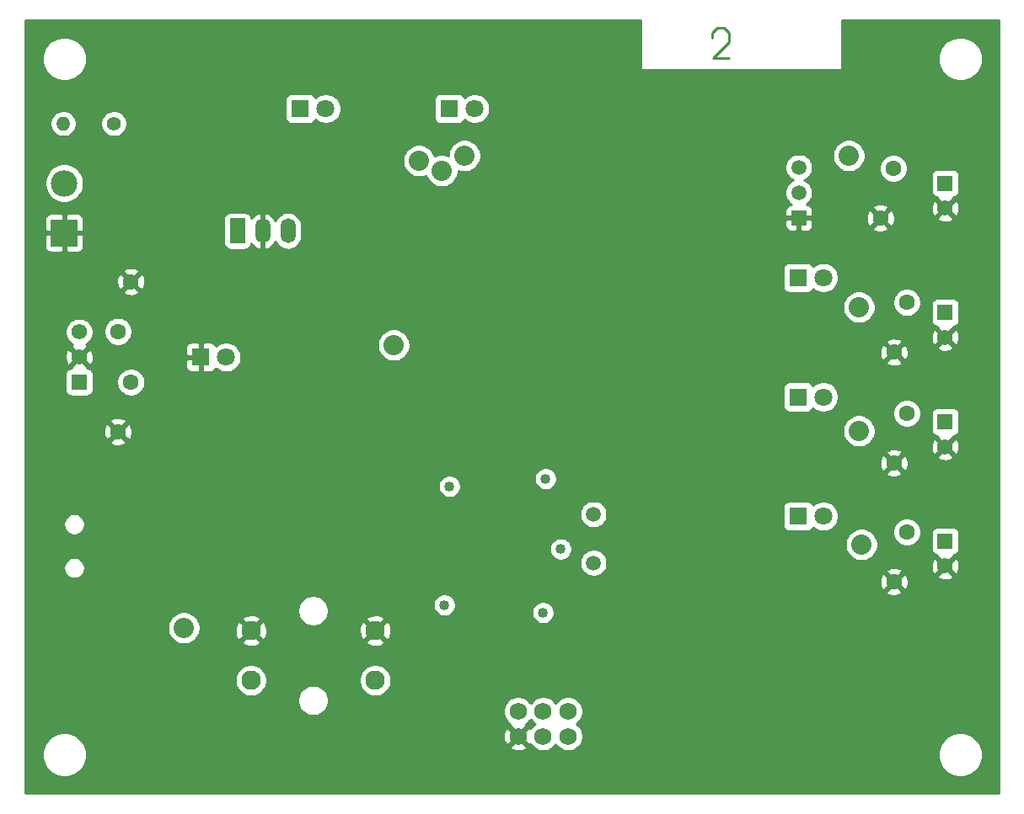
<source format=gbr>
%TF.GenerationSoftware,KiCad,Pcbnew,(5.1.9)-1*%
%TF.CreationDate,2022-11-23T19:56:57+01:00*%
%TF.ProjectId,PCDB_project,50434442-5f70-4726-9f6a-6563742e6b69,rev?*%
%TF.SameCoordinates,Original*%
%TF.FileFunction,Copper,L2,Inr*%
%TF.FilePolarity,Positive*%
%FSLAX46Y46*%
G04 Gerber Fmt 4.6, Leading zero omitted, Abs format (unit mm)*
G04 Created by KiCad (PCBNEW (5.1.9)-1) date 2022-11-23 19:56:57*
%MOMM*%
%LPD*%
G01*
G04 APERTURE LIST*
%TA.AperFunction,ComponentPad*%
%ADD10R,1.574800X1.574800*%
%TD*%
%TA.AperFunction,ComponentPad*%
%ADD11C,1.574800*%
%TD*%
%TA.AperFunction,ComponentPad*%
%ADD12C,1.600000*%
%TD*%
%TA.AperFunction,ComponentPad*%
%ADD13C,1.727200*%
%TD*%
%TA.AperFunction,ComponentPad*%
%ADD14C,1.500000*%
%TD*%
%TA.AperFunction,ComponentPad*%
%ADD15C,1.400000*%
%TD*%
%TA.AperFunction,ComponentPad*%
%ADD16O,1.400000X1.400000*%
%TD*%
%TA.AperFunction,ComponentPad*%
%ADD17C,2.667000*%
%TD*%
%TA.AperFunction,ComponentPad*%
%ADD18R,2.667000X2.667000*%
%TD*%
%TA.AperFunction,ComponentPad*%
%ADD19C,1.800000*%
%TD*%
%TA.AperFunction,ComponentPad*%
%ADD20R,1.800000X1.800000*%
%TD*%
%TA.AperFunction,ComponentPad*%
%ADD21C,1.955800*%
%TD*%
%TA.AperFunction,ComponentPad*%
%ADD22R,1.500000X2.500000*%
%TD*%
%TA.AperFunction,ComponentPad*%
%ADD23O,1.500000X2.500000*%
%TD*%
%TA.AperFunction,ComponentPad*%
%ADD24R,1.500000X1.500000*%
%TD*%
%TA.AperFunction,ViaPad*%
%ADD25C,2.032000*%
%TD*%
%TA.AperFunction,ViaPad*%
%ADD26C,1.016000*%
%TD*%
%TA.AperFunction,Conductor*%
%ADD27C,0.254000*%
%TD*%
%TA.AperFunction,Conductor*%
%ADD28C,0.100000*%
%TD*%
G04 APERTURE END LIST*
D10*
%TO.N,Net-(J6-Pad1)*%
%TO.C,J6*%
X6500000Y-37500000D03*
D11*
%TO.N,GND*%
X6500000Y-34985400D03*
%TO.N,Net-(J6-Pad3)*%
X6500000Y-32470800D03*
%TD*%
D12*
%TO.N,Net-(J4-Pad1)*%
%TO.C,MOV5*%
X89662000Y-40640000D03*
%TO.N,GND*%
X88362000Y-45640000D03*
%TD*%
D13*
%TO.N,Net-(J8-Pad5)*%
%TO.C,J8*%
X50596800Y-70612000D03*
%TO.N,SWCLK*%
X55626000Y-73126600D03*
%TO.N,GND*%
X50596800Y-73126600D03*
%TO.N,SWDIO*%
X53111400Y-70612000D03*
%TO.N,NRST*%
X53111400Y-73126600D03*
%TO.N,+3V3*%
X55626000Y-70612000D03*
%TD*%
D14*
%TO.N,Net-(C10-Pad1)*%
%TO.C,X1*%
X58166000Y-55700000D03*
%TO.N,Net-(C11-Pad1)*%
X58166000Y-50800000D03*
%TD*%
D15*
%TO.N,/Supply/pwr2*%
%TO.C,F1*%
X10000000Y-11500000D03*
D16*
%TO.N,/Supply/pwr1*%
X4920000Y-11500000D03*
%TD*%
D17*
%TO.N,/Supply/pwr1*%
%TO.C,J1*%
X5000000Y-17496200D03*
D18*
%TO.N,GND*%
X5000000Y-22500000D03*
%TD*%
D11*
%TO.N,GND*%
%TO.C,J2*%
X93500000Y-20014600D03*
D10*
%TO.N,DQ*%
X93500000Y-17500000D03*
%TD*%
%TO.N,Net-(J3-Pad1)*%
%TO.C,J3*%
X93500000Y-30500000D03*
D11*
%TO.N,GND*%
X93500000Y-33014600D03*
%TD*%
%TO.N,GND*%
%TO.C,J4*%
X93500000Y-44014600D03*
D10*
%TO.N,Net-(J4-Pad1)*%
X93500000Y-41500000D03*
%TD*%
%TO.N,Net-(J5-Pad1)*%
%TO.C,J5*%
X93500000Y-53500000D03*
D11*
%TO.N,GND*%
X93500000Y-56014600D03*
%TD*%
D19*
%TO.N,+3V3*%
%TO.C,LD1*%
X31270000Y-10000000D03*
D20*
%TO.N,Net-(LD1-Pad1)*%
X28730000Y-10000000D03*
%TD*%
%TO.N,Net-(LD2-Pad1)*%
%TO.C,LD2*%
X43700000Y-10000000D03*
D19*
%TO.N,Net-(LD2-Pad2)*%
X46240000Y-10000000D03*
%TD*%
%TO.N,Net-(LD3-Pad2)*%
%TO.C,LD3*%
X21270000Y-35000000D03*
D20*
%TO.N,GND*%
X18730000Y-35000000D03*
%TD*%
%TO.N,Net-(LD4-Pad1)*%
%TO.C,LD4*%
X78730000Y-27000000D03*
D19*
%TO.N,Net-(LD4-Pad2)*%
X81270000Y-27000000D03*
%TD*%
D20*
%TO.N,Net-(LD5-Pad1)*%
%TO.C,LD5*%
X78730000Y-39000000D03*
D19*
%TO.N,Net-(LD5-Pad2)*%
X81270000Y-39000000D03*
%TD*%
%TO.N,Net-(LD6-Pad2)*%
%TO.C,LD6*%
X81270000Y-51000000D03*
D20*
%TO.N,Net-(LD6-Pad1)*%
X78730000Y-51000000D03*
%TD*%
D12*
%TO.N,GND*%
%TO.C,MOV1*%
X87000000Y-21000000D03*
%TO.N,DQ*%
X88300000Y-16000000D03*
%TD*%
%TO.N,Net-(J6-Pad3)*%
%TO.C,MOV2*%
X10400000Y-32400000D03*
%TO.N,GND*%
X11700000Y-27400000D03*
%TD*%
%TO.N,GND*%
%TO.C,MOV3*%
X10400000Y-42500000D03*
%TO.N,Net-(J6-Pad1)*%
X11700000Y-37500000D03*
%TD*%
%TO.N,Net-(J3-Pad1)*%
%TO.C,MOV4*%
X89662000Y-29500000D03*
%TO.N,GND*%
X88362000Y-34500000D03*
%TD*%
%TO.N,GND*%
%TO.C,MOV6*%
X88362000Y-57578000D03*
%TO.N,Net-(J5-Pad1)*%
X89662000Y-52578000D03*
%TD*%
D21*
%TO.N,NRST*%
%TO.C,SW1*%
X36248400Y-67510400D03*
%TO.N,GND*%
X36248400Y-62506600D03*
%TO.N,NRST*%
X23751600Y-67510400D03*
%TO.N,GND*%
X23751600Y-62506600D03*
%TD*%
D22*
%TO.N,/Supply/pwr3*%
%TO.C,U1*%
X22400000Y-22300000D03*
D23*
%TO.N,GND*%
X24940000Y-22300000D03*
%TO.N,/Supply/pwr4*%
X27480000Y-22300000D03*
%TD*%
D14*
%TO.N,DQ*%
%TO.C,U4*%
X78800000Y-18460000D03*
%TO.N,Net-(U4-Pad3)*%
X78800000Y-15920000D03*
D24*
%TO.N,GND*%
X78800000Y-21000000D03*
%TD*%
D25*
%TO.N,GND*%
X38354000Y-25654000D03*
X38862000Y-3556000D03*
X23622000Y-6096000D03*
X18034000Y-25908000D03*
X48870000Y-15850000D03*
X54356000Y-15748000D03*
X54356000Y-20066000D03*
X48768000Y-26670000D03*
X54356000Y-26670000D03*
X54356000Y-22606000D03*
D26*
X64262000Y-53594000D03*
X55372000Y-58928000D03*
X46990000Y-60960000D03*
X50546000Y-60960000D03*
X41148000Y-57150000D03*
X46482000Y-46482000D03*
X26416000Y-46736000D03*
X27686000Y-40386000D03*
D25*
X12954000Y-59944000D03*
X20066000Y-72390000D03*
X10414000Y-35052000D03*
X14224000Y-28702000D03*
X11176000Y-45212000D03*
D26*
X84582000Y-58928000D03*
X77216000Y-70866000D03*
X55118000Y-47244000D03*
D25*
%TO.N,+3V3*%
X38100000Y-33782000D03*
X40640000Y-15240000D03*
X45212000Y-14732000D03*
X42926000Y-16256000D03*
D26*
X54864000Y-54288200D03*
X53086000Y-60706000D03*
X43180000Y-59944000D03*
X43688000Y-48006000D03*
D25*
X17018000Y-62230000D03*
X83820000Y-14732000D03*
X84836000Y-42418000D03*
X84836000Y-29972000D03*
X85090000Y-53848000D03*
D26*
X53340000Y-47244000D03*
%TD*%
D27*
%TO.N,*%
X70100000Y-2900000D02*
X70100000Y-2400000D01*
X70100000Y-2400000D02*
X70600000Y-1900000D01*
X70600000Y-1900000D02*
X71300000Y-1900000D01*
X71300000Y-1900000D02*
X71800000Y-2400000D01*
X71800000Y-2400000D02*
X71800000Y-3300000D01*
X71800000Y-3300000D02*
X70200000Y-4900000D01*
X70200000Y-4900000D02*
X71800000Y-4900000D01*
%TD*%
%TO.N,GND*%
X62873000Y-6000000D02*
X62875440Y-6024776D01*
X62882667Y-6048601D01*
X62894403Y-6070557D01*
X62910197Y-6089803D01*
X62929443Y-6105597D01*
X62951399Y-6117333D01*
X62975224Y-6124560D01*
X63000000Y-6127000D01*
X83000000Y-6127000D01*
X83024776Y-6124560D01*
X83048601Y-6117333D01*
X83070557Y-6105597D01*
X83089803Y-6089803D01*
X83105597Y-6070557D01*
X83117333Y-6048601D01*
X83124560Y-6024776D01*
X83127000Y-6000000D01*
X83127000Y-4779872D01*
X92765000Y-4779872D01*
X92765000Y-5220128D01*
X92850890Y-5651925D01*
X93019369Y-6058669D01*
X93263962Y-6424729D01*
X93575271Y-6736038D01*
X93941331Y-6980631D01*
X94348075Y-7149110D01*
X94779872Y-7235000D01*
X95220128Y-7235000D01*
X95651925Y-7149110D01*
X96058669Y-6980631D01*
X96424729Y-6736038D01*
X96736038Y-6424729D01*
X96980631Y-6058669D01*
X97149110Y-5651925D01*
X97235000Y-5220128D01*
X97235000Y-4779872D01*
X97149110Y-4348075D01*
X96980631Y-3941331D01*
X96736038Y-3575271D01*
X96424729Y-3263962D01*
X96058669Y-3019369D01*
X95651925Y-2850890D01*
X95220128Y-2765000D01*
X94779872Y-2765000D01*
X94348075Y-2850890D01*
X93941331Y-3019369D01*
X93575271Y-3263962D01*
X93263962Y-3575271D01*
X93019369Y-3941331D01*
X92850890Y-4348075D01*
X92765000Y-4779872D01*
X83127000Y-4779872D01*
X83127000Y-1127000D01*
X98873000Y-1127000D01*
X98873000Y-78873000D01*
X1127000Y-78873000D01*
X1127000Y-74779872D01*
X2765000Y-74779872D01*
X2765000Y-75220128D01*
X2850890Y-75651925D01*
X3019369Y-76058669D01*
X3263962Y-76424729D01*
X3575271Y-76736038D01*
X3941331Y-76980631D01*
X4348075Y-77149110D01*
X4779872Y-77235000D01*
X5220128Y-77235000D01*
X5651925Y-77149110D01*
X6058669Y-76980631D01*
X6424729Y-76736038D01*
X6736038Y-76424729D01*
X6980631Y-76058669D01*
X7149110Y-75651925D01*
X7235000Y-75220128D01*
X7235000Y-74779872D01*
X92765000Y-74779872D01*
X92765000Y-75220128D01*
X92850890Y-75651925D01*
X93019369Y-76058669D01*
X93263962Y-76424729D01*
X93575271Y-76736038D01*
X93941331Y-76980631D01*
X94348075Y-77149110D01*
X94779872Y-77235000D01*
X95220128Y-77235000D01*
X95651925Y-77149110D01*
X96058669Y-76980631D01*
X96424729Y-76736038D01*
X96736038Y-76424729D01*
X96980631Y-76058669D01*
X97149110Y-75651925D01*
X97235000Y-75220128D01*
X97235000Y-74779872D01*
X97149110Y-74348075D01*
X96980631Y-73941331D01*
X96736038Y-73575271D01*
X96424729Y-73263962D01*
X96058669Y-73019369D01*
X95651925Y-72850890D01*
X95220128Y-72765000D01*
X94779872Y-72765000D01*
X94348075Y-72850890D01*
X93941331Y-73019369D01*
X93575271Y-73263962D01*
X93263962Y-73575271D01*
X93019369Y-73941331D01*
X92850890Y-74348075D01*
X92765000Y-74779872D01*
X7235000Y-74779872D01*
X7149110Y-74348075D01*
X7073156Y-74164704D01*
X49738301Y-74164704D01*
X49817582Y-74415167D01*
X50083941Y-74542426D01*
X50370010Y-74615275D01*
X50664793Y-74630915D01*
X50956964Y-74588745D01*
X51235293Y-74490386D01*
X51376018Y-74415167D01*
X51455299Y-74164704D01*
X50596800Y-73306205D01*
X49738301Y-74164704D01*
X7073156Y-74164704D01*
X6980631Y-73941331D01*
X6736038Y-73575271D01*
X6424729Y-73263962D01*
X6320911Y-73194593D01*
X49092485Y-73194593D01*
X49134655Y-73486764D01*
X49233014Y-73765093D01*
X49308233Y-73905818D01*
X49558696Y-73985099D01*
X50417195Y-73126600D01*
X49558696Y-72268101D01*
X49308233Y-72347382D01*
X49180974Y-72613741D01*
X49108125Y-72899810D01*
X49092485Y-73194593D01*
X6320911Y-73194593D01*
X6058669Y-73019369D01*
X5651925Y-72850890D01*
X5220128Y-72765000D01*
X4779872Y-72765000D01*
X4348075Y-72850890D01*
X3941331Y-73019369D01*
X3575271Y-73263962D01*
X3263962Y-73575271D01*
X3019369Y-73941331D01*
X2850890Y-74348075D01*
X2765000Y-74779872D01*
X1127000Y-74779872D01*
X1127000Y-69363147D01*
X28437900Y-69363147D01*
X28437900Y-69670853D01*
X28497931Y-69972648D01*
X28615685Y-70256932D01*
X28786638Y-70512780D01*
X29004220Y-70730362D01*
X29260068Y-70901315D01*
X29544352Y-71019069D01*
X29846147Y-71079100D01*
X30153853Y-71079100D01*
X30455648Y-71019069D01*
X30739932Y-70901315D01*
X30995780Y-70730362D01*
X31213362Y-70512780D01*
X31245687Y-70464401D01*
X49098200Y-70464401D01*
X49098200Y-70759599D01*
X49155790Y-71049125D01*
X49268758Y-71321853D01*
X49432761Y-71567302D01*
X49641498Y-71776039D01*
X49803039Y-71883977D01*
X49738301Y-72088496D01*
X50596800Y-72946995D01*
X51455299Y-72088496D01*
X51390561Y-71883977D01*
X51552102Y-71776039D01*
X51760839Y-71567302D01*
X51854100Y-71427726D01*
X51947361Y-71567302D01*
X52156098Y-71776039D01*
X52295674Y-71869300D01*
X52156098Y-71962561D01*
X51947361Y-72171298D01*
X51839423Y-72332839D01*
X51634904Y-72268101D01*
X50776405Y-73126600D01*
X51634904Y-73985099D01*
X51839423Y-73920361D01*
X51947361Y-74081902D01*
X52156098Y-74290639D01*
X52401547Y-74454642D01*
X52674275Y-74567610D01*
X52963801Y-74625200D01*
X53258999Y-74625200D01*
X53548525Y-74567610D01*
X53821253Y-74454642D01*
X54066702Y-74290639D01*
X54275439Y-74081902D01*
X54368700Y-73942326D01*
X54461961Y-74081902D01*
X54670698Y-74290639D01*
X54916147Y-74454642D01*
X55188875Y-74567610D01*
X55478401Y-74625200D01*
X55773599Y-74625200D01*
X56063125Y-74567610D01*
X56335853Y-74454642D01*
X56581302Y-74290639D01*
X56790039Y-74081902D01*
X56954042Y-73836453D01*
X57067010Y-73563725D01*
X57124600Y-73274199D01*
X57124600Y-72979001D01*
X57067010Y-72689475D01*
X56954042Y-72416747D01*
X56790039Y-72171298D01*
X56581302Y-71962561D01*
X56441726Y-71869300D01*
X56581302Y-71776039D01*
X56790039Y-71567302D01*
X56954042Y-71321853D01*
X57067010Y-71049125D01*
X57124600Y-70759599D01*
X57124600Y-70464401D01*
X57067010Y-70174875D01*
X56954042Y-69902147D01*
X56790039Y-69656698D01*
X56581302Y-69447961D01*
X56335853Y-69283958D01*
X56063125Y-69170990D01*
X55773599Y-69113400D01*
X55478401Y-69113400D01*
X55188875Y-69170990D01*
X54916147Y-69283958D01*
X54670698Y-69447961D01*
X54461961Y-69656698D01*
X54368700Y-69796274D01*
X54275439Y-69656698D01*
X54066702Y-69447961D01*
X53821253Y-69283958D01*
X53548525Y-69170990D01*
X53258999Y-69113400D01*
X52963801Y-69113400D01*
X52674275Y-69170990D01*
X52401547Y-69283958D01*
X52156098Y-69447961D01*
X51947361Y-69656698D01*
X51854100Y-69796274D01*
X51760839Y-69656698D01*
X51552102Y-69447961D01*
X51306653Y-69283958D01*
X51033925Y-69170990D01*
X50744399Y-69113400D01*
X50449201Y-69113400D01*
X50159675Y-69170990D01*
X49886947Y-69283958D01*
X49641498Y-69447961D01*
X49432761Y-69656698D01*
X49268758Y-69902147D01*
X49155790Y-70174875D01*
X49098200Y-70464401D01*
X31245687Y-70464401D01*
X31384315Y-70256932D01*
X31502069Y-69972648D01*
X31562100Y-69670853D01*
X31562100Y-69363147D01*
X31502069Y-69061352D01*
X31384315Y-68777068D01*
X31213362Y-68521220D01*
X30995780Y-68303638D01*
X30739932Y-68132685D01*
X30455648Y-68014931D01*
X30153853Y-67954900D01*
X29846147Y-67954900D01*
X29544352Y-68014931D01*
X29260068Y-68132685D01*
X29004220Y-68303638D01*
X28786638Y-68521220D01*
X28615685Y-68777068D01*
X28497931Y-69061352D01*
X28437900Y-69363147D01*
X1127000Y-69363147D01*
X1127000Y-67351543D01*
X22138700Y-67351543D01*
X22138700Y-67669257D01*
X22200683Y-67980866D01*
X22322267Y-68274395D01*
X22498779Y-68538564D01*
X22723436Y-68763221D01*
X22987605Y-68939733D01*
X23281134Y-69061317D01*
X23592743Y-69123300D01*
X23910457Y-69123300D01*
X24222066Y-69061317D01*
X24515595Y-68939733D01*
X24779764Y-68763221D01*
X25004421Y-68538564D01*
X25180933Y-68274395D01*
X25302517Y-67980866D01*
X25364500Y-67669257D01*
X25364500Y-67351543D01*
X34635500Y-67351543D01*
X34635500Y-67669257D01*
X34697483Y-67980866D01*
X34819067Y-68274395D01*
X34995579Y-68538564D01*
X35220236Y-68763221D01*
X35484405Y-68939733D01*
X35777934Y-69061317D01*
X36089543Y-69123300D01*
X36407257Y-69123300D01*
X36718866Y-69061317D01*
X37012395Y-68939733D01*
X37276564Y-68763221D01*
X37501221Y-68538564D01*
X37677733Y-68274395D01*
X37799317Y-67980866D01*
X37861300Y-67669257D01*
X37861300Y-67351543D01*
X37799317Y-67039934D01*
X37677733Y-66746405D01*
X37501221Y-66482236D01*
X37276564Y-66257579D01*
X37012395Y-66081067D01*
X36718866Y-65959483D01*
X36407257Y-65897500D01*
X36089543Y-65897500D01*
X35777934Y-65959483D01*
X35484405Y-66081067D01*
X35220236Y-66257579D01*
X34995579Y-66482236D01*
X34819067Y-66746405D01*
X34697483Y-67039934D01*
X34635500Y-67351543D01*
X25364500Y-67351543D01*
X25302517Y-67039934D01*
X25180933Y-66746405D01*
X25004421Y-66482236D01*
X24779764Y-66257579D01*
X24515595Y-66081067D01*
X24222066Y-65959483D01*
X23910457Y-65897500D01*
X23592743Y-65897500D01*
X23281134Y-65959483D01*
X22987605Y-66081067D01*
X22723436Y-66257579D01*
X22498779Y-66482236D01*
X22322267Y-66746405D01*
X22200683Y-67039934D01*
X22138700Y-67351543D01*
X1127000Y-67351543D01*
X1127000Y-62067391D01*
X15367000Y-62067391D01*
X15367000Y-62392609D01*
X15430447Y-62711579D01*
X15554903Y-63012042D01*
X15735585Y-63282451D01*
X15965549Y-63512415D01*
X16235958Y-63693097D01*
X16536421Y-63817553D01*
X16855391Y-63881000D01*
X17180609Y-63881000D01*
X17499579Y-63817553D01*
X17800042Y-63693097D01*
X17900082Y-63626252D01*
X22811553Y-63626252D01*
X22904649Y-63888394D01*
X23190497Y-64027075D01*
X23497908Y-64107326D01*
X23815069Y-64126060D01*
X24129791Y-64082561D01*
X24429979Y-63978497D01*
X24598551Y-63888394D01*
X24691647Y-63626252D01*
X35308353Y-63626252D01*
X35401449Y-63888394D01*
X35687297Y-64027075D01*
X35994708Y-64107326D01*
X36311869Y-64126060D01*
X36626591Y-64082561D01*
X36926779Y-63978497D01*
X37095351Y-63888394D01*
X37188447Y-63626252D01*
X36248400Y-62686205D01*
X35308353Y-63626252D01*
X24691647Y-63626252D01*
X23751600Y-62686205D01*
X22811553Y-63626252D01*
X17900082Y-63626252D01*
X18070451Y-63512415D01*
X18300415Y-63282451D01*
X18481097Y-63012042D01*
X18605553Y-62711579D01*
X18633701Y-62570069D01*
X22132140Y-62570069D01*
X22175639Y-62884791D01*
X22279703Y-63184979D01*
X22369806Y-63353551D01*
X22631948Y-63446647D01*
X23571995Y-62506600D01*
X23931205Y-62506600D01*
X24871252Y-63446647D01*
X25133394Y-63353551D01*
X25272075Y-63067703D01*
X25352326Y-62760292D01*
X25363562Y-62570069D01*
X34628940Y-62570069D01*
X34672439Y-62884791D01*
X34776503Y-63184979D01*
X34866606Y-63353551D01*
X35128748Y-63446647D01*
X36068795Y-62506600D01*
X36428005Y-62506600D01*
X37368052Y-63446647D01*
X37630194Y-63353551D01*
X37768875Y-63067703D01*
X37849126Y-62760292D01*
X37867860Y-62443131D01*
X37824361Y-62128409D01*
X37720297Y-61828221D01*
X37630194Y-61659649D01*
X37368052Y-61566553D01*
X36428005Y-62506600D01*
X36068795Y-62506600D01*
X35128748Y-61566553D01*
X34866606Y-61659649D01*
X34727925Y-61945497D01*
X34647674Y-62252908D01*
X34628940Y-62570069D01*
X25363562Y-62570069D01*
X25371060Y-62443131D01*
X25327561Y-62128409D01*
X25223497Y-61828221D01*
X25133394Y-61659649D01*
X24871252Y-61566553D01*
X23931205Y-62506600D01*
X23571995Y-62506600D01*
X22631948Y-61566553D01*
X22369806Y-61659649D01*
X22231125Y-61945497D01*
X22150874Y-62252908D01*
X22132140Y-62570069D01*
X18633701Y-62570069D01*
X18669000Y-62392609D01*
X18669000Y-62067391D01*
X18605553Y-61748421D01*
X18481097Y-61447958D01*
X18440332Y-61386948D01*
X22811553Y-61386948D01*
X23751600Y-62326995D01*
X24691647Y-61386948D01*
X24598551Y-61124806D01*
X24312703Y-60986125D01*
X24005292Y-60905874D01*
X23688131Y-60887140D01*
X23373409Y-60930639D01*
X23073221Y-61034703D01*
X22904649Y-61124806D01*
X22811553Y-61386948D01*
X18440332Y-61386948D01*
X18300415Y-61177549D01*
X18070451Y-60947585D01*
X17800042Y-60766903D01*
X17499579Y-60642447D01*
X17180609Y-60579000D01*
X16855391Y-60579000D01*
X16536421Y-60642447D01*
X16235958Y-60766903D01*
X15965549Y-60947585D01*
X15735585Y-61177549D01*
X15554903Y-61447958D01*
X15430447Y-61748421D01*
X15367000Y-62067391D01*
X1127000Y-62067391D01*
X1127000Y-60346147D01*
X28437900Y-60346147D01*
X28437900Y-60653853D01*
X28497931Y-60955648D01*
X28615685Y-61239932D01*
X28786638Y-61495780D01*
X29004220Y-61713362D01*
X29260068Y-61884315D01*
X29544352Y-62002069D01*
X29846147Y-62062100D01*
X30153853Y-62062100D01*
X30455648Y-62002069D01*
X30739932Y-61884315D01*
X30995780Y-61713362D01*
X31213362Y-61495780D01*
X31286081Y-61386948D01*
X35308353Y-61386948D01*
X36248400Y-62326995D01*
X37188447Y-61386948D01*
X37095351Y-61124806D01*
X36809503Y-60986125D01*
X36502092Y-60905874D01*
X36184931Y-60887140D01*
X35870209Y-60930639D01*
X35570021Y-61034703D01*
X35401449Y-61124806D01*
X35308353Y-61386948D01*
X31286081Y-61386948D01*
X31384315Y-61239932D01*
X31502069Y-60955648D01*
X31562100Y-60653853D01*
X31562100Y-60346147D01*
X31502069Y-60044352D01*
X31413872Y-59831424D01*
X42037000Y-59831424D01*
X42037000Y-60056576D01*
X42080925Y-60277401D01*
X42167087Y-60485413D01*
X42292174Y-60672620D01*
X42451380Y-60831826D01*
X42638587Y-60956913D01*
X42846599Y-61043075D01*
X43067424Y-61087000D01*
X43292576Y-61087000D01*
X43513401Y-61043075D01*
X43721413Y-60956913D01*
X43908620Y-60831826D01*
X44067826Y-60672620D01*
X44120742Y-60593424D01*
X51943000Y-60593424D01*
X51943000Y-60818576D01*
X51986925Y-61039401D01*
X52073087Y-61247413D01*
X52198174Y-61434620D01*
X52357380Y-61593826D01*
X52544587Y-61718913D01*
X52752599Y-61805075D01*
X52973424Y-61849000D01*
X53198576Y-61849000D01*
X53419401Y-61805075D01*
X53627413Y-61718913D01*
X53814620Y-61593826D01*
X53973826Y-61434620D01*
X54098913Y-61247413D01*
X54185075Y-61039401D01*
X54229000Y-60818576D01*
X54229000Y-60593424D01*
X54185075Y-60372599D01*
X54098913Y-60164587D01*
X53973826Y-59977380D01*
X53814620Y-59818174D01*
X53627413Y-59693087D01*
X53419401Y-59606925D01*
X53198576Y-59563000D01*
X52973424Y-59563000D01*
X52752599Y-59606925D01*
X52544587Y-59693087D01*
X52357380Y-59818174D01*
X52198174Y-59977380D01*
X52073087Y-60164587D01*
X51986925Y-60372599D01*
X51943000Y-60593424D01*
X44120742Y-60593424D01*
X44192913Y-60485413D01*
X44279075Y-60277401D01*
X44323000Y-60056576D01*
X44323000Y-59831424D01*
X44279075Y-59610599D01*
X44192913Y-59402587D01*
X44067826Y-59215380D01*
X43908620Y-59056174D01*
X43721413Y-58931087D01*
X43513401Y-58844925D01*
X43292576Y-58801000D01*
X43067424Y-58801000D01*
X42846599Y-58844925D01*
X42638587Y-58931087D01*
X42451380Y-59056174D01*
X42292174Y-59215380D01*
X42167087Y-59402587D01*
X42080925Y-59610599D01*
X42037000Y-59831424D01*
X31413872Y-59831424D01*
X31384315Y-59760068D01*
X31213362Y-59504220D01*
X30995780Y-59286638D01*
X30739932Y-59115685D01*
X30455648Y-58997931D01*
X30153853Y-58937900D01*
X29846147Y-58937900D01*
X29544352Y-58997931D01*
X29260068Y-59115685D01*
X29004220Y-59286638D01*
X28786638Y-59504220D01*
X28615685Y-59760068D01*
X28497931Y-60044352D01*
X28437900Y-60346147D01*
X1127000Y-60346147D01*
X1127000Y-58570702D01*
X87548903Y-58570702D01*
X87620486Y-58814671D01*
X87875996Y-58935571D01*
X88150184Y-59004300D01*
X88432512Y-59018217D01*
X88712130Y-58976787D01*
X88978292Y-58881603D01*
X89103514Y-58814671D01*
X89175097Y-58570702D01*
X88362000Y-57757605D01*
X87548903Y-58570702D01*
X1127000Y-58570702D01*
X1127000Y-57648512D01*
X86921783Y-57648512D01*
X86963213Y-57928130D01*
X87058397Y-58194292D01*
X87125329Y-58319514D01*
X87369298Y-58391097D01*
X88182395Y-57578000D01*
X88541605Y-57578000D01*
X89354702Y-58391097D01*
X89598671Y-58319514D01*
X89719571Y-58064004D01*
X89788300Y-57789816D01*
X89802217Y-57507488D01*
X89760787Y-57227870D01*
X89678691Y-56998305D01*
X92695900Y-56998305D01*
X92765957Y-57240988D01*
X93019318Y-57360628D01*
X93291151Y-57428541D01*
X93571010Y-57442117D01*
X93848140Y-57400834D01*
X94111892Y-57306279D01*
X94234043Y-57240988D01*
X94304100Y-56998305D01*
X93500000Y-56194205D01*
X92695900Y-56998305D01*
X89678691Y-56998305D01*
X89665603Y-56961708D01*
X89598671Y-56836486D01*
X89354702Y-56764903D01*
X88541605Y-57578000D01*
X88182395Y-57578000D01*
X87369298Y-56764903D01*
X87125329Y-56836486D01*
X87004429Y-57091996D01*
X86935700Y-57366184D01*
X86921783Y-57648512D01*
X1127000Y-57648512D01*
X1127000Y-56093137D01*
X4915000Y-56093137D01*
X4915000Y-56306863D01*
X4956696Y-56516483D01*
X5038485Y-56713940D01*
X5157225Y-56891647D01*
X5308353Y-57042775D01*
X5486060Y-57161515D01*
X5683517Y-57243304D01*
X5893137Y-57285000D01*
X6106863Y-57285000D01*
X6316483Y-57243304D01*
X6513940Y-57161515D01*
X6691647Y-57042775D01*
X6842775Y-56891647D01*
X6961515Y-56713940D01*
X7043304Y-56516483D01*
X7085000Y-56306863D01*
X7085000Y-56093137D01*
X7043304Y-55883517D01*
X6961515Y-55686060D01*
X6879683Y-55563589D01*
X56781000Y-55563589D01*
X56781000Y-55836411D01*
X56834225Y-56103989D01*
X56938629Y-56356043D01*
X57090201Y-56582886D01*
X57283114Y-56775799D01*
X57509957Y-56927371D01*
X57762011Y-57031775D01*
X58029589Y-57085000D01*
X58302411Y-57085000D01*
X58569989Y-57031775D01*
X58822043Y-56927371D01*
X59048886Y-56775799D01*
X59239387Y-56585298D01*
X87548903Y-56585298D01*
X88362000Y-57398395D01*
X89175097Y-56585298D01*
X89103514Y-56341329D01*
X88848004Y-56220429D01*
X88573816Y-56151700D01*
X88291488Y-56137783D01*
X88011870Y-56179213D01*
X87745708Y-56274397D01*
X87620486Y-56341329D01*
X87548903Y-56585298D01*
X59239387Y-56585298D01*
X59241799Y-56582886D01*
X59393371Y-56356043D01*
X59497775Y-56103989D01*
X59501430Y-56085610D01*
X92072483Y-56085610D01*
X92113766Y-56362740D01*
X92208321Y-56626492D01*
X92273612Y-56748643D01*
X92516295Y-56818700D01*
X93320395Y-56014600D01*
X93679605Y-56014600D01*
X94483705Y-56818700D01*
X94726388Y-56748643D01*
X94846028Y-56495282D01*
X94913941Y-56223449D01*
X94927517Y-55943590D01*
X94886234Y-55666460D01*
X94791679Y-55402708D01*
X94726388Y-55280557D01*
X94483705Y-55210500D01*
X93679605Y-56014600D01*
X93320395Y-56014600D01*
X92516295Y-55210500D01*
X92273612Y-55280557D01*
X92153972Y-55533918D01*
X92086059Y-55805751D01*
X92072483Y-56085610D01*
X59501430Y-56085610D01*
X59551000Y-55836411D01*
X59551000Y-55563589D01*
X59497775Y-55296011D01*
X59393371Y-55043957D01*
X59241799Y-54817114D01*
X59048886Y-54624201D01*
X58822043Y-54472629D01*
X58569989Y-54368225D01*
X58302411Y-54315000D01*
X58029589Y-54315000D01*
X57762011Y-54368225D01*
X57509957Y-54472629D01*
X57283114Y-54624201D01*
X57090201Y-54817114D01*
X56938629Y-55043957D01*
X56834225Y-55296011D01*
X56781000Y-55563589D01*
X6879683Y-55563589D01*
X6842775Y-55508353D01*
X6691647Y-55357225D01*
X6513940Y-55238485D01*
X6316483Y-55156696D01*
X6106863Y-55115000D01*
X5893137Y-55115000D01*
X5683517Y-55156696D01*
X5486060Y-55238485D01*
X5308353Y-55357225D01*
X5157225Y-55508353D01*
X5038485Y-55686060D01*
X4956696Y-55883517D01*
X4915000Y-56093137D01*
X1127000Y-56093137D01*
X1127000Y-54175624D01*
X53721000Y-54175624D01*
X53721000Y-54400776D01*
X53764925Y-54621601D01*
X53851087Y-54829613D01*
X53976174Y-55016820D01*
X54135380Y-55176026D01*
X54322587Y-55301113D01*
X54530599Y-55387275D01*
X54751424Y-55431200D01*
X54976576Y-55431200D01*
X55197401Y-55387275D01*
X55405413Y-55301113D01*
X55592620Y-55176026D01*
X55751826Y-55016820D01*
X55876913Y-54829613D01*
X55963075Y-54621601D01*
X56007000Y-54400776D01*
X56007000Y-54175624D01*
X55963075Y-53954799D01*
X55876913Y-53746787D01*
X55835890Y-53685391D01*
X83439000Y-53685391D01*
X83439000Y-54010609D01*
X83502447Y-54329579D01*
X83626903Y-54630042D01*
X83807585Y-54900451D01*
X84037549Y-55130415D01*
X84307958Y-55311097D01*
X84608421Y-55435553D01*
X84927391Y-55499000D01*
X85252609Y-55499000D01*
X85571579Y-55435553D01*
X85872042Y-55311097D01*
X86142451Y-55130415D01*
X86372415Y-54900451D01*
X86553097Y-54630042D01*
X86677553Y-54329579D01*
X86741000Y-54010609D01*
X86741000Y-53685391D01*
X86677553Y-53366421D01*
X86553097Y-53065958D01*
X86372415Y-52795549D01*
X86142451Y-52565585D01*
X85949510Y-52436665D01*
X88227000Y-52436665D01*
X88227000Y-52719335D01*
X88282147Y-52996574D01*
X88390320Y-53257727D01*
X88547363Y-53492759D01*
X88747241Y-53692637D01*
X88982273Y-53849680D01*
X89243426Y-53957853D01*
X89520665Y-54013000D01*
X89803335Y-54013000D01*
X90080574Y-53957853D01*
X90341727Y-53849680D01*
X90576759Y-53692637D01*
X90776637Y-53492759D01*
X90933680Y-53257727D01*
X91041853Y-52996574D01*
X91097000Y-52719335D01*
X91097000Y-52712600D01*
X92074528Y-52712600D01*
X92074528Y-54287400D01*
X92086788Y-54411882D01*
X92123098Y-54531580D01*
X92182063Y-54641894D01*
X92261415Y-54738585D01*
X92358106Y-54817937D01*
X92468420Y-54876902D01*
X92588118Y-54913212D01*
X92712600Y-54925472D01*
X92726333Y-54925472D01*
X92695900Y-55030895D01*
X93500000Y-55834995D01*
X94304100Y-55030895D01*
X94273667Y-54925472D01*
X94287400Y-54925472D01*
X94411882Y-54913212D01*
X94531580Y-54876902D01*
X94641894Y-54817937D01*
X94738585Y-54738585D01*
X94817937Y-54641894D01*
X94876902Y-54531580D01*
X94913212Y-54411882D01*
X94925472Y-54287400D01*
X94925472Y-52712600D01*
X94913212Y-52588118D01*
X94876902Y-52468420D01*
X94817937Y-52358106D01*
X94738585Y-52261415D01*
X94641894Y-52182063D01*
X94531580Y-52123098D01*
X94411882Y-52086788D01*
X94287400Y-52074528D01*
X92712600Y-52074528D01*
X92588118Y-52086788D01*
X92468420Y-52123098D01*
X92358106Y-52182063D01*
X92261415Y-52261415D01*
X92182063Y-52358106D01*
X92123098Y-52468420D01*
X92086788Y-52588118D01*
X92074528Y-52712600D01*
X91097000Y-52712600D01*
X91097000Y-52436665D01*
X91041853Y-52159426D01*
X90933680Y-51898273D01*
X90776637Y-51663241D01*
X90576759Y-51463363D01*
X90341727Y-51306320D01*
X90080574Y-51198147D01*
X89803335Y-51143000D01*
X89520665Y-51143000D01*
X89243426Y-51198147D01*
X88982273Y-51306320D01*
X88747241Y-51463363D01*
X88547363Y-51663241D01*
X88390320Y-51898273D01*
X88282147Y-52159426D01*
X88227000Y-52436665D01*
X85949510Y-52436665D01*
X85872042Y-52384903D01*
X85571579Y-52260447D01*
X85252609Y-52197000D01*
X84927391Y-52197000D01*
X84608421Y-52260447D01*
X84307958Y-52384903D01*
X84037549Y-52565585D01*
X83807585Y-52795549D01*
X83626903Y-53065958D01*
X83502447Y-53366421D01*
X83439000Y-53685391D01*
X55835890Y-53685391D01*
X55751826Y-53559580D01*
X55592620Y-53400374D01*
X55405413Y-53275287D01*
X55197401Y-53189125D01*
X54976576Y-53145200D01*
X54751424Y-53145200D01*
X54530599Y-53189125D01*
X54322587Y-53275287D01*
X54135380Y-53400374D01*
X53976174Y-53559580D01*
X53851087Y-53746787D01*
X53764925Y-53954799D01*
X53721000Y-54175624D01*
X1127000Y-54175624D01*
X1127000Y-51693137D01*
X4915000Y-51693137D01*
X4915000Y-51906863D01*
X4956696Y-52116483D01*
X5038485Y-52313940D01*
X5157225Y-52491647D01*
X5308353Y-52642775D01*
X5486060Y-52761515D01*
X5683517Y-52843304D01*
X5893137Y-52885000D01*
X6106863Y-52885000D01*
X6316483Y-52843304D01*
X6513940Y-52761515D01*
X6691647Y-52642775D01*
X6842775Y-52491647D01*
X6961515Y-52313940D01*
X7043304Y-52116483D01*
X7085000Y-51906863D01*
X7085000Y-51693137D01*
X7043304Y-51483517D01*
X6961515Y-51286060D01*
X6842775Y-51108353D01*
X6691647Y-50957225D01*
X6513940Y-50838485D01*
X6316483Y-50756696D01*
X6106863Y-50715000D01*
X5893137Y-50715000D01*
X5683517Y-50756696D01*
X5486060Y-50838485D01*
X5308353Y-50957225D01*
X5157225Y-51108353D01*
X5038485Y-51286060D01*
X4956696Y-51483517D01*
X4915000Y-51693137D01*
X1127000Y-51693137D01*
X1127000Y-50663589D01*
X56781000Y-50663589D01*
X56781000Y-50936411D01*
X56834225Y-51203989D01*
X56938629Y-51456043D01*
X57090201Y-51682886D01*
X57283114Y-51875799D01*
X57509957Y-52027371D01*
X57762011Y-52131775D01*
X58029589Y-52185000D01*
X58302411Y-52185000D01*
X58569989Y-52131775D01*
X58822043Y-52027371D01*
X59048886Y-51875799D01*
X59241799Y-51682886D01*
X59393371Y-51456043D01*
X59497775Y-51203989D01*
X59551000Y-50936411D01*
X59551000Y-50663589D01*
X59497775Y-50396011D01*
X59393371Y-50143957D01*
X59364000Y-50100000D01*
X77191928Y-50100000D01*
X77191928Y-51900000D01*
X77204188Y-52024482D01*
X77240498Y-52144180D01*
X77299463Y-52254494D01*
X77378815Y-52351185D01*
X77475506Y-52430537D01*
X77585820Y-52489502D01*
X77705518Y-52525812D01*
X77830000Y-52538072D01*
X79630000Y-52538072D01*
X79754482Y-52525812D01*
X79874180Y-52489502D01*
X79984494Y-52430537D01*
X80081185Y-52351185D01*
X80160537Y-52254494D01*
X80219502Y-52144180D01*
X80225056Y-52125873D01*
X80291495Y-52192312D01*
X80542905Y-52360299D01*
X80822257Y-52476011D01*
X81118816Y-52535000D01*
X81421184Y-52535000D01*
X81717743Y-52476011D01*
X81997095Y-52360299D01*
X82248505Y-52192312D01*
X82462312Y-51978505D01*
X82630299Y-51727095D01*
X82746011Y-51447743D01*
X82805000Y-51151184D01*
X82805000Y-50848816D01*
X82746011Y-50552257D01*
X82630299Y-50272905D01*
X82462312Y-50021495D01*
X82248505Y-49807688D01*
X81997095Y-49639701D01*
X81717743Y-49523989D01*
X81421184Y-49465000D01*
X81118816Y-49465000D01*
X80822257Y-49523989D01*
X80542905Y-49639701D01*
X80291495Y-49807688D01*
X80225056Y-49874127D01*
X80219502Y-49855820D01*
X80160537Y-49745506D01*
X80081185Y-49648815D01*
X79984494Y-49569463D01*
X79874180Y-49510498D01*
X79754482Y-49474188D01*
X79630000Y-49461928D01*
X77830000Y-49461928D01*
X77705518Y-49474188D01*
X77585820Y-49510498D01*
X77475506Y-49569463D01*
X77378815Y-49648815D01*
X77299463Y-49745506D01*
X77240498Y-49855820D01*
X77204188Y-49975518D01*
X77191928Y-50100000D01*
X59364000Y-50100000D01*
X59241799Y-49917114D01*
X59048886Y-49724201D01*
X58822043Y-49572629D01*
X58569989Y-49468225D01*
X58302411Y-49415000D01*
X58029589Y-49415000D01*
X57762011Y-49468225D01*
X57509957Y-49572629D01*
X57283114Y-49724201D01*
X57090201Y-49917114D01*
X56938629Y-50143957D01*
X56834225Y-50396011D01*
X56781000Y-50663589D01*
X1127000Y-50663589D01*
X1127000Y-47893424D01*
X42545000Y-47893424D01*
X42545000Y-48118576D01*
X42588925Y-48339401D01*
X42675087Y-48547413D01*
X42800174Y-48734620D01*
X42959380Y-48893826D01*
X43146587Y-49018913D01*
X43354599Y-49105075D01*
X43575424Y-49149000D01*
X43800576Y-49149000D01*
X44021401Y-49105075D01*
X44229413Y-49018913D01*
X44416620Y-48893826D01*
X44575826Y-48734620D01*
X44700913Y-48547413D01*
X44787075Y-48339401D01*
X44831000Y-48118576D01*
X44831000Y-47893424D01*
X44787075Y-47672599D01*
X44700913Y-47464587D01*
X44575826Y-47277380D01*
X44429870Y-47131424D01*
X52197000Y-47131424D01*
X52197000Y-47356576D01*
X52240925Y-47577401D01*
X52327087Y-47785413D01*
X52452174Y-47972620D01*
X52611380Y-48131826D01*
X52798587Y-48256913D01*
X53006599Y-48343075D01*
X53227424Y-48387000D01*
X53452576Y-48387000D01*
X53673401Y-48343075D01*
X53881413Y-48256913D01*
X54068620Y-48131826D01*
X54227826Y-47972620D01*
X54352913Y-47785413D01*
X54439075Y-47577401D01*
X54483000Y-47356576D01*
X54483000Y-47131424D01*
X54439075Y-46910599D01*
X54352913Y-46702587D01*
X54306218Y-46632702D01*
X87548903Y-46632702D01*
X87620486Y-46876671D01*
X87875996Y-46997571D01*
X88150184Y-47066300D01*
X88432512Y-47080217D01*
X88712130Y-47038787D01*
X88978292Y-46943603D01*
X89103514Y-46876671D01*
X89175097Y-46632702D01*
X88362000Y-45819605D01*
X87548903Y-46632702D01*
X54306218Y-46632702D01*
X54227826Y-46515380D01*
X54068620Y-46356174D01*
X53881413Y-46231087D01*
X53673401Y-46144925D01*
X53452576Y-46101000D01*
X53227424Y-46101000D01*
X53006599Y-46144925D01*
X52798587Y-46231087D01*
X52611380Y-46356174D01*
X52452174Y-46515380D01*
X52327087Y-46702587D01*
X52240925Y-46910599D01*
X52197000Y-47131424D01*
X44429870Y-47131424D01*
X44416620Y-47118174D01*
X44229413Y-46993087D01*
X44021401Y-46906925D01*
X43800576Y-46863000D01*
X43575424Y-46863000D01*
X43354599Y-46906925D01*
X43146587Y-46993087D01*
X42959380Y-47118174D01*
X42800174Y-47277380D01*
X42675087Y-47464587D01*
X42588925Y-47672599D01*
X42545000Y-47893424D01*
X1127000Y-47893424D01*
X1127000Y-45710512D01*
X86921783Y-45710512D01*
X86963213Y-45990130D01*
X87058397Y-46256292D01*
X87125329Y-46381514D01*
X87369298Y-46453097D01*
X88182395Y-45640000D01*
X88541605Y-45640000D01*
X89354702Y-46453097D01*
X89598671Y-46381514D01*
X89719571Y-46126004D01*
X89788300Y-45851816D01*
X89802217Y-45569488D01*
X89760787Y-45289870D01*
X89665603Y-45023708D01*
X89652025Y-44998305D01*
X92695900Y-44998305D01*
X92765957Y-45240988D01*
X93019318Y-45360628D01*
X93291151Y-45428541D01*
X93571010Y-45442117D01*
X93848140Y-45400834D01*
X94111892Y-45306279D01*
X94234043Y-45240988D01*
X94304100Y-44998305D01*
X93500000Y-44194205D01*
X92695900Y-44998305D01*
X89652025Y-44998305D01*
X89598671Y-44898486D01*
X89354702Y-44826903D01*
X88541605Y-45640000D01*
X88182395Y-45640000D01*
X87369298Y-44826903D01*
X87125329Y-44898486D01*
X87004429Y-45153996D01*
X86935700Y-45428184D01*
X86921783Y-45710512D01*
X1127000Y-45710512D01*
X1127000Y-44647298D01*
X87548903Y-44647298D01*
X88362000Y-45460395D01*
X89175097Y-44647298D01*
X89103514Y-44403329D01*
X88848004Y-44282429D01*
X88573816Y-44213700D01*
X88291488Y-44199783D01*
X88011870Y-44241213D01*
X87745708Y-44336397D01*
X87620486Y-44403329D01*
X87548903Y-44647298D01*
X1127000Y-44647298D01*
X1127000Y-44085610D01*
X92072483Y-44085610D01*
X92113766Y-44362740D01*
X92208321Y-44626492D01*
X92273612Y-44748643D01*
X92516295Y-44818700D01*
X93320395Y-44014600D01*
X93679605Y-44014600D01*
X94483705Y-44818700D01*
X94726388Y-44748643D01*
X94846028Y-44495282D01*
X94913941Y-44223449D01*
X94927517Y-43943590D01*
X94886234Y-43666460D01*
X94791679Y-43402708D01*
X94726388Y-43280557D01*
X94483705Y-43210500D01*
X93679605Y-44014600D01*
X93320395Y-44014600D01*
X92516295Y-43210500D01*
X92273612Y-43280557D01*
X92153972Y-43533918D01*
X92086059Y-43805751D01*
X92072483Y-44085610D01*
X1127000Y-44085610D01*
X1127000Y-43492702D01*
X9586903Y-43492702D01*
X9658486Y-43736671D01*
X9913996Y-43857571D01*
X10188184Y-43926300D01*
X10470512Y-43940217D01*
X10750130Y-43898787D01*
X11016292Y-43803603D01*
X11141514Y-43736671D01*
X11213097Y-43492702D01*
X10400000Y-42679605D01*
X9586903Y-43492702D01*
X1127000Y-43492702D01*
X1127000Y-42570512D01*
X8959783Y-42570512D01*
X9001213Y-42850130D01*
X9096397Y-43116292D01*
X9163329Y-43241514D01*
X9407298Y-43313097D01*
X10220395Y-42500000D01*
X10579605Y-42500000D01*
X11392702Y-43313097D01*
X11636671Y-43241514D01*
X11757571Y-42986004D01*
X11826300Y-42711816D01*
X11840217Y-42429488D01*
X11814422Y-42255391D01*
X83185000Y-42255391D01*
X83185000Y-42580609D01*
X83248447Y-42899579D01*
X83372903Y-43200042D01*
X83553585Y-43470451D01*
X83783549Y-43700415D01*
X84053958Y-43881097D01*
X84354421Y-44005553D01*
X84673391Y-44069000D01*
X84998609Y-44069000D01*
X85317579Y-44005553D01*
X85618042Y-43881097D01*
X85888451Y-43700415D01*
X86118415Y-43470451D01*
X86299097Y-43200042D01*
X86423553Y-42899579D01*
X86487000Y-42580609D01*
X86487000Y-42255391D01*
X86423553Y-41936421D01*
X86299097Y-41635958D01*
X86118415Y-41365549D01*
X85888451Y-41135585D01*
X85618042Y-40954903D01*
X85317579Y-40830447D01*
X84998609Y-40767000D01*
X84673391Y-40767000D01*
X84354421Y-40830447D01*
X84053958Y-40954903D01*
X83783549Y-41135585D01*
X83553585Y-41365549D01*
X83372903Y-41635958D01*
X83248447Y-41936421D01*
X83185000Y-42255391D01*
X11814422Y-42255391D01*
X11798787Y-42149870D01*
X11703603Y-41883708D01*
X11636671Y-41758486D01*
X11392702Y-41686903D01*
X10579605Y-42500000D01*
X10220395Y-42500000D01*
X9407298Y-41686903D01*
X9163329Y-41758486D01*
X9042429Y-42013996D01*
X8973700Y-42288184D01*
X8959783Y-42570512D01*
X1127000Y-42570512D01*
X1127000Y-41507298D01*
X9586903Y-41507298D01*
X10400000Y-42320395D01*
X11213097Y-41507298D01*
X11141514Y-41263329D01*
X10886004Y-41142429D01*
X10611816Y-41073700D01*
X10329488Y-41059783D01*
X10049870Y-41101213D01*
X9783708Y-41196397D01*
X9658486Y-41263329D01*
X9586903Y-41507298D01*
X1127000Y-41507298D01*
X1127000Y-36712600D01*
X5074528Y-36712600D01*
X5074528Y-38287400D01*
X5086788Y-38411882D01*
X5123098Y-38531580D01*
X5182063Y-38641894D01*
X5261415Y-38738585D01*
X5358106Y-38817937D01*
X5468420Y-38876902D01*
X5588118Y-38913212D01*
X5712600Y-38925472D01*
X7287400Y-38925472D01*
X7411882Y-38913212D01*
X7531580Y-38876902D01*
X7641894Y-38817937D01*
X7738585Y-38738585D01*
X7817937Y-38641894D01*
X7876902Y-38531580D01*
X7913212Y-38411882D01*
X7925472Y-38287400D01*
X7925472Y-37358665D01*
X10265000Y-37358665D01*
X10265000Y-37641335D01*
X10320147Y-37918574D01*
X10428320Y-38179727D01*
X10585363Y-38414759D01*
X10785241Y-38614637D01*
X11020273Y-38771680D01*
X11281426Y-38879853D01*
X11558665Y-38935000D01*
X11841335Y-38935000D01*
X12118574Y-38879853D01*
X12379727Y-38771680D01*
X12614759Y-38614637D01*
X12814637Y-38414759D01*
X12971680Y-38179727D01*
X13004703Y-38100000D01*
X77191928Y-38100000D01*
X77191928Y-39900000D01*
X77204188Y-40024482D01*
X77240498Y-40144180D01*
X77299463Y-40254494D01*
X77378815Y-40351185D01*
X77475506Y-40430537D01*
X77585820Y-40489502D01*
X77705518Y-40525812D01*
X77830000Y-40538072D01*
X79630000Y-40538072D01*
X79754482Y-40525812D01*
X79874180Y-40489502D01*
X79984494Y-40430537D01*
X80081185Y-40351185D01*
X80160537Y-40254494D01*
X80219502Y-40144180D01*
X80225056Y-40125873D01*
X80291495Y-40192312D01*
X80542905Y-40360299D01*
X80822257Y-40476011D01*
X81118816Y-40535000D01*
X81421184Y-40535000D01*
X81603853Y-40498665D01*
X88227000Y-40498665D01*
X88227000Y-40781335D01*
X88282147Y-41058574D01*
X88390320Y-41319727D01*
X88547363Y-41554759D01*
X88747241Y-41754637D01*
X88982273Y-41911680D01*
X89243426Y-42019853D01*
X89520665Y-42075000D01*
X89803335Y-42075000D01*
X90080574Y-42019853D01*
X90341727Y-41911680D01*
X90576759Y-41754637D01*
X90776637Y-41554759D01*
X90933680Y-41319727D01*
X91041853Y-41058574D01*
X91097000Y-40781335D01*
X91097000Y-40712600D01*
X92074528Y-40712600D01*
X92074528Y-42287400D01*
X92086788Y-42411882D01*
X92123098Y-42531580D01*
X92182063Y-42641894D01*
X92261415Y-42738585D01*
X92358106Y-42817937D01*
X92468420Y-42876902D01*
X92588118Y-42913212D01*
X92712600Y-42925472D01*
X92726333Y-42925472D01*
X92695900Y-43030895D01*
X93500000Y-43834995D01*
X94304100Y-43030895D01*
X94273667Y-42925472D01*
X94287400Y-42925472D01*
X94411882Y-42913212D01*
X94531580Y-42876902D01*
X94641894Y-42817937D01*
X94738585Y-42738585D01*
X94817937Y-42641894D01*
X94876902Y-42531580D01*
X94913212Y-42411882D01*
X94925472Y-42287400D01*
X94925472Y-40712600D01*
X94913212Y-40588118D01*
X94876902Y-40468420D01*
X94817937Y-40358106D01*
X94738585Y-40261415D01*
X94641894Y-40182063D01*
X94531580Y-40123098D01*
X94411882Y-40086788D01*
X94287400Y-40074528D01*
X92712600Y-40074528D01*
X92588118Y-40086788D01*
X92468420Y-40123098D01*
X92358106Y-40182063D01*
X92261415Y-40261415D01*
X92182063Y-40358106D01*
X92123098Y-40468420D01*
X92086788Y-40588118D01*
X92074528Y-40712600D01*
X91097000Y-40712600D01*
X91097000Y-40498665D01*
X91041853Y-40221426D01*
X90933680Y-39960273D01*
X90776637Y-39725241D01*
X90576759Y-39525363D01*
X90341727Y-39368320D01*
X90080574Y-39260147D01*
X89803335Y-39205000D01*
X89520665Y-39205000D01*
X89243426Y-39260147D01*
X88982273Y-39368320D01*
X88747241Y-39525363D01*
X88547363Y-39725241D01*
X88390320Y-39960273D01*
X88282147Y-40221426D01*
X88227000Y-40498665D01*
X81603853Y-40498665D01*
X81717743Y-40476011D01*
X81997095Y-40360299D01*
X82248505Y-40192312D01*
X82462312Y-39978505D01*
X82630299Y-39727095D01*
X82746011Y-39447743D01*
X82805000Y-39151184D01*
X82805000Y-38848816D01*
X82746011Y-38552257D01*
X82630299Y-38272905D01*
X82462312Y-38021495D01*
X82248505Y-37807688D01*
X81997095Y-37639701D01*
X81717743Y-37523989D01*
X81421184Y-37465000D01*
X81118816Y-37465000D01*
X80822257Y-37523989D01*
X80542905Y-37639701D01*
X80291495Y-37807688D01*
X80225056Y-37874127D01*
X80219502Y-37855820D01*
X80160537Y-37745506D01*
X80081185Y-37648815D01*
X79984494Y-37569463D01*
X79874180Y-37510498D01*
X79754482Y-37474188D01*
X79630000Y-37461928D01*
X77830000Y-37461928D01*
X77705518Y-37474188D01*
X77585820Y-37510498D01*
X77475506Y-37569463D01*
X77378815Y-37648815D01*
X77299463Y-37745506D01*
X77240498Y-37855820D01*
X77204188Y-37975518D01*
X77191928Y-38100000D01*
X13004703Y-38100000D01*
X13079853Y-37918574D01*
X13135000Y-37641335D01*
X13135000Y-37358665D01*
X13079853Y-37081426D01*
X12971680Y-36820273D01*
X12814637Y-36585241D01*
X12614759Y-36385363D01*
X12379727Y-36228320D01*
X12118574Y-36120147D01*
X11841335Y-36065000D01*
X11558665Y-36065000D01*
X11281426Y-36120147D01*
X11020273Y-36228320D01*
X10785241Y-36385363D01*
X10585363Y-36585241D01*
X10428320Y-36820273D01*
X10320147Y-37081426D01*
X10265000Y-37358665D01*
X7925472Y-37358665D01*
X7925472Y-36712600D01*
X7913212Y-36588118D01*
X7876902Y-36468420D01*
X7817937Y-36358106D01*
X7738585Y-36261415D01*
X7641894Y-36182063D01*
X7531580Y-36123098D01*
X7411882Y-36086788D01*
X7287400Y-36074528D01*
X7273667Y-36074528D01*
X7304100Y-35969105D01*
X7234995Y-35900000D01*
X17191928Y-35900000D01*
X17204188Y-36024482D01*
X17240498Y-36144180D01*
X17299463Y-36254494D01*
X17378815Y-36351185D01*
X17475506Y-36430537D01*
X17585820Y-36489502D01*
X17705518Y-36525812D01*
X17830000Y-36538072D01*
X18444250Y-36535000D01*
X18603000Y-36376250D01*
X18603000Y-35127000D01*
X17353750Y-35127000D01*
X17195000Y-35285750D01*
X17191928Y-35900000D01*
X7234995Y-35900000D01*
X6500000Y-35165005D01*
X5695900Y-35969105D01*
X5726333Y-36074528D01*
X5712600Y-36074528D01*
X5588118Y-36086788D01*
X5468420Y-36123098D01*
X5358106Y-36182063D01*
X5261415Y-36261415D01*
X5182063Y-36358106D01*
X5123098Y-36468420D01*
X5086788Y-36588118D01*
X5074528Y-36712600D01*
X1127000Y-36712600D01*
X1127000Y-35056410D01*
X5072483Y-35056410D01*
X5113766Y-35333540D01*
X5208321Y-35597292D01*
X5273612Y-35719443D01*
X5516295Y-35789500D01*
X6320395Y-34985400D01*
X6679605Y-34985400D01*
X7483705Y-35789500D01*
X7726388Y-35719443D01*
X7846028Y-35466082D01*
X7913941Y-35194249D01*
X7927517Y-34914390D01*
X7886234Y-34637260D01*
X7791679Y-34373508D01*
X7726388Y-34251357D01*
X7483705Y-34181300D01*
X6679605Y-34985400D01*
X6320395Y-34985400D01*
X5516295Y-34181300D01*
X5273612Y-34251357D01*
X5153972Y-34504718D01*
X5086059Y-34776551D01*
X5072483Y-35056410D01*
X1127000Y-35056410D01*
X1127000Y-32330706D01*
X5077600Y-32330706D01*
X5077600Y-32610894D01*
X5132262Y-32885699D01*
X5239486Y-33144559D01*
X5395150Y-33377527D01*
X5593273Y-33575650D01*
X5822479Y-33728800D01*
X5765957Y-33759012D01*
X5695900Y-34001695D01*
X6500000Y-34805795D01*
X7205795Y-34100000D01*
X17191928Y-34100000D01*
X17195000Y-34714250D01*
X17353750Y-34873000D01*
X18603000Y-34873000D01*
X18603000Y-33623750D01*
X18857000Y-33623750D01*
X18857000Y-34873000D01*
X18877000Y-34873000D01*
X18877000Y-35127000D01*
X18857000Y-35127000D01*
X18857000Y-36376250D01*
X19015750Y-36535000D01*
X19630000Y-36538072D01*
X19754482Y-36525812D01*
X19874180Y-36489502D01*
X19984494Y-36430537D01*
X20081185Y-36351185D01*
X20160537Y-36254494D01*
X20219502Y-36144180D01*
X20225056Y-36125873D01*
X20291495Y-36192312D01*
X20542905Y-36360299D01*
X20822257Y-36476011D01*
X21118816Y-36535000D01*
X21421184Y-36535000D01*
X21717743Y-36476011D01*
X21997095Y-36360299D01*
X22248505Y-36192312D01*
X22462312Y-35978505D01*
X22630299Y-35727095D01*
X22727388Y-35492702D01*
X87548903Y-35492702D01*
X87620486Y-35736671D01*
X87875996Y-35857571D01*
X88150184Y-35926300D01*
X88432512Y-35940217D01*
X88712130Y-35898787D01*
X88978292Y-35803603D01*
X89103514Y-35736671D01*
X89175097Y-35492702D01*
X88362000Y-34679605D01*
X87548903Y-35492702D01*
X22727388Y-35492702D01*
X22746011Y-35447743D01*
X22805000Y-35151184D01*
X22805000Y-34848816D01*
X22746011Y-34552257D01*
X22630299Y-34272905D01*
X22462312Y-34021495D01*
X22248505Y-33807688D01*
X21997095Y-33639701D01*
X21948063Y-33619391D01*
X36449000Y-33619391D01*
X36449000Y-33944609D01*
X36512447Y-34263579D01*
X36636903Y-34564042D01*
X36817585Y-34834451D01*
X37047549Y-35064415D01*
X37317958Y-35245097D01*
X37618421Y-35369553D01*
X37937391Y-35433000D01*
X38262609Y-35433000D01*
X38581579Y-35369553D01*
X38882042Y-35245097D01*
X39152451Y-35064415D01*
X39382415Y-34834451D01*
X39558773Y-34570512D01*
X86921783Y-34570512D01*
X86963213Y-34850130D01*
X87058397Y-35116292D01*
X87125329Y-35241514D01*
X87369298Y-35313097D01*
X88182395Y-34500000D01*
X88541605Y-34500000D01*
X89354702Y-35313097D01*
X89598671Y-35241514D01*
X89719571Y-34986004D01*
X89788300Y-34711816D01*
X89802217Y-34429488D01*
X89760787Y-34149870D01*
X89706585Y-33998305D01*
X92695900Y-33998305D01*
X92765957Y-34240988D01*
X93019318Y-34360628D01*
X93291151Y-34428541D01*
X93571010Y-34442117D01*
X93848140Y-34400834D01*
X94111892Y-34306279D01*
X94234043Y-34240988D01*
X94304100Y-33998305D01*
X93500000Y-33194205D01*
X92695900Y-33998305D01*
X89706585Y-33998305D01*
X89665603Y-33883708D01*
X89598671Y-33758486D01*
X89354702Y-33686903D01*
X88541605Y-34500000D01*
X88182395Y-34500000D01*
X87369298Y-33686903D01*
X87125329Y-33758486D01*
X87004429Y-34013996D01*
X86935700Y-34288184D01*
X86921783Y-34570512D01*
X39558773Y-34570512D01*
X39563097Y-34564042D01*
X39687553Y-34263579D01*
X39751000Y-33944609D01*
X39751000Y-33619391D01*
X39728704Y-33507298D01*
X87548903Y-33507298D01*
X88362000Y-34320395D01*
X89175097Y-33507298D01*
X89103514Y-33263329D01*
X88848004Y-33142429D01*
X88621330Y-33085610D01*
X92072483Y-33085610D01*
X92113766Y-33362740D01*
X92208321Y-33626492D01*
X92273612Y-33748643D01*
X92516295Y-33818700D01*
X93320395Y-33014600D01*
X93679605Y-33014600D01*
X94483705Y-33818700D01*
X94726388Y-33748643D01*
X94846028Y-33495282D01*
X94913941Y-33223449D01*
X94927517Y-32943590D01*
X94886234Y-32666460D01*
X94791679Y-32402708D01*
X94726388Y-32280557D01*
X94483705Y-32210500D01*
X93679605Y-33014600D01*
X93320395Y-33014600D01*
X92516295Y-32210500D01*
X92273612Y-32280557D01*
X92153972Y-32533918D01*
X92086059Y-32805751D01*
X92072483Y-33085610D01*
X88621330Y-33085610D01*
X88573816Y-33073700D01*
X88291488Y-33059783D01*
X88011870Y-33101213D01*
X87745708Y-33196397D01*
X87620486Y-33263329D01*
X87548903Y-33507298D01*
X39728704Y-33507298D01*
X39687553Y-33300421D01*
X39563097Y-32999958D01*
X39382415Y-32729549D01*
X39152451Y-32499585D01*
X38882042Y-32318903D01*
X38581579Y-32194447D01*
X38262609Y-32131000D01*
X37937391Y-32131000D01*
X37618421Y-32194447D01*
X37317958Y-32318903D01*
X37047549Y-32499585D01*
X36817585Y-32729549D01*
X36636903Y-32999958D01*
X36512447Y-33300421D01*
X36449000Y-33619391D01*
X21948063Y-33619391D01*
X21717743Y-33523989D01*
X21421184Y-33465000D01*
X21118816Y-33465000D01*
X20822257Y-33523989D01*
X20542905Y-33639701D01*
X20291495Y-33807688D01*
X20225056Y-33874127D01*
X20219502Y-33855820D01*
X20160537Y-33745506D01*
X20081185Y-33648815D01*
X19984494Y-33569463D01*
X19874180Y-33510498D01*
X19754482Y-33474188D01*
X19630000Y-33461928D01*
X19015750Y-33465000D01*
X18857000Y-33623750D01*
X18603000Y-33623750D01*
X18444250Y-33465000D01*
X17830000Y-33461928D01*
X17705518Y-33474188D01*
X17585820Y-33510498D01*
X17475506Y-33569463D01*
X17378815Y-33648815D01*
X17299463Y-33745506D01*
X17240498Y-33855820D01*
X17204188Y-33975518D01*
X17191928Y-34100000D01*
X7205795Y-34100000D01*
X7304100Y-34001695D01*
X7234043Y-33759012D01*
X7174433Y-33730864D01*
X7406727Y-33575650D01*
X7604850Y-33377527D01*
X7760514Y-33144559D01*
X7867738Y-32885699D01*
X7922400Y-32610894D01*
X7922400Y-32330706D01*
X7908071Y-32258665D01*
X8965000Y-32258665D01*
X8965000Y-32541335D01*
X9020147Y-32818574D01*
X9128320Y-33079727D01*
X9285363Y-33314759D01*
X9485241Y-33514637D01*
X9720273Y-33671680D01*
X9981426Y-33779853D01*
X10258665Y-33835000D01*
X10541335Y-33835000D01*
X10818574Y-33779853D01*
X11079727Y-33671680D01*
X11314759Y-33514637D01*
X11514637Y-33314759D01*
X11671680Y-33079727D01*
X11779853Y-32818574D01*
X11835000Y-32541335D01*
X11835000Y-32258665D01*
X11779853Y-31981426D01*
X11671680Y-31720273D01*
X11514637Y-31485241D01*
X11314759Y-31285363D01*
X11079727Y-31128320D01*
X10818574Y-31020147D01*
X10541335Y-30965000D01*
X10258665Y-30965000D01*
X9981426Y-31020147D01*
X9720273Y-31128320D01*
X9485241Y-31285363D01*
X9285363Y-31485241D01*
X9128320Y-31720273D01*
X9020147Y-31981426D01*
X8965000Y-32258665D01*
X7908071Y-32258665D01*
X7867738Y-32055901D01*
X7760514Y-31797041D01*
X7604850Y-31564073D01*
X7406727Y-31365950D01*
X7173759Y-31210286D01*
X6914899Y-31103062D01*
X6640094Y-31048400D01*
X6359906Y-31048400D01*
X6085101Y-31103062D01*
X5826241Y-31210286D01*
X5593273Y-31365950D01*
X5395150Y-31564073D01*
X5239486Y-31797041D01*
X5132262Y-32055901D01*
X5077600Y-32330706D01*
X1127000Y-32330706D01*
X1127000Y-29809391D01*
X83185000Y-29809391D01*
X83185000Y-30134609D01*
X83248447Y-30453579D01*
X83372903Y-30754042D01*
X83553585Y-31024451D01*
X83783549Y-31254415D01*
X84053958Y-31435097D01*
X84354421Y-31559553D01*
X84673391Y-31623000D01*
X84998609Y-31623000D01*
X85317579Y-31559553D01*
X85618042Y-31435097D01*
X85888451Y-31254415D01*
X86118415Y-31024451D01*
X86299097Y-30754042D01*
X86423553Y-30453579D01*
X86487000Y-30134609D01*
X86487000Y-29809391D01*
X86423553Y-29490421D01*
X86368978Y-29358665D01*
X88227000Y-29358665D01*
X88227000Y-29641335D01*
X88282147Y-29918574D01*
X88390320Y-30179727D01*
X88547363Y-30414759D01*
X88747241Y-30614637D01*
X88982273Y-30771680D01*
X89243426Y-30879853D01*
X89520665Y-30935000D01*
X89803335Y-30935000D01*
X90080574Y-30879853D01*
X90341727Y-30771680D01*
X90576759Y-30614637D01*
X90776637Y-30414759D01*
X90933680Y-30179727D01*
X91041853Y-29918574D01*
X91082824Y-29712600D01*
X92074528Y-29712600D01*
X92074528Y-31287400D01*
X92086788Y-31411882D01*
X92123098Y-31531580D01*
X92182063Y-31641894D01*
X92261415Y-31738585D01*
X92358106Y-31817937D01*
X92468420Y-31876902D01*
X92588118Y-31913212D01*
X92712600Y-31925472D01*
X92726333Y-31925472D01*
X92695900Y-32030895D01*
X93500000Y-32834995D01*
X94304100Y-32030895D01*
X94273667Y-31925472D01*
X94287400Y-31925472D01*
X94411882Y-31913212D01*
X94531580Y-31876902D01*
X94641894Y-31817937D01*
X94738585Y-31738585D01*
X94817937Y-31641894D01*
X94876902Y-31531580D01*
X94913212Y-31411882D01*
X94925472Y-31287400D01*
X94925472Y-29712600D01*
X94913212Y-29588118D01*
X94876902Y-29468420D01*
X94817937Y-29358106D01*
X94738585Y-29261415D01*
X94641894Y-29182063D01*
X94531580Y-29123098D01*
X94411882Y-29086788D01*
X94287400Y-29074528D01*
X92712600Y-29074528D01*
X92588118Y-29086788D01*
X92468420Y-29123098D01*
X92358106Y-29182063D01*
X92261415Y-29261415D01*
X92182063Y-29358106D01*
X92123098Y-29468420D01*
X92086788Y-29588118D01*
X92074528Y-29712600D01*
X91082824Y-29712600D01*
X91097000Y-29641335D01*
X91097000Y-29358665D01*
X91041853Y-29081426D01*
X90933680Y-28820273D01*
X90776637Y-28585241D01*
X90576759Y-28385363D01*
X90341727Y-28228320D01*
X90080574Y-28120147D01*
X89803335Y-28065000D01*
X89520665Y-28065000D01*
X89243426Y-28120147D01*
X88982273Y-28228320D01*
X88747241Y-28385363D01*
X88547363Y-28585241D01*
X88390320Y-28820273D01*
X88282147Y-29081426D01*
X88227000Y-29358665D01*
X86368978Y-29358665D01*
X86299097Y-29189958D01*
X86118415Y-28919549D01*
X85888451Y-28689585D01*
X85618042Y-28508903D01*
X85317579Y-28384447D01*
X84998609Y-28321000D01*
X84673391Y-28321000D01*
X84354421Y-28384447D01*
X84053958Y-28508903D01*
X83783549Y-28689585D01*
X83553585Y-28919549D01*
X83372903Y-29189958D01*
X83248447Y-29490421D01*
X83185000Y-29809391D01*
X1127000Y-29809391D01*
X1127000Y-28392702D01*
X10886903Y-28392702D01*
X10958486Y-28636671D01*
X11213996Y-28757571D01*
X11488184Y-28826300D01*
X11770512Y-28840217D01*
X12050130Y-28798787D01*
X12316292Y-28703603D01*
X12441514Y-28636671D01*
X12513097Y-28392702D01*
X11700000Y-27579605D01*
X10886903Y-28392702D01*
X1127000Y-28392702D01*
X1127000Y-27470512D01*
X10259783Y-27470512D01*
X10301213Y-27750130D01*
X10396397Y-28016292D01*
X10463329Y-28141514D01*
X10707298Y-28213097D01*
X11520395Y-27400000D01*
X11879605Y-27400000D01*
X12692702Y-28213097D01*
X12936671Y-28141514D01*
X13057571Y-27886004D01*
X13126300Y-27611816D01*
X13140217Y-27329488D01*
X13098787Y-27049870D01*
X13003603Y-26783708D01*
X12936671Y-26658486D01*
X12692702Y-26586903D01*
X11879605Y-27400000D01*
X11520395Y-27400000D01*
X10707298Y-26586903D01*
X10463329Y-26658486D01*
X10342429Y-26913996D01*
X10273700Y-27188184D01*
X10259783Y-27470512D01*
X1127000Y-27470512D01*
X1127000Y-26407298D01*
X10886903Y-26407298D01*
X11700000Y-27220395D01*
X12513097Y-26407298D01*
X12441514Y-26163329D01*
X12307675Y-26100000D01*
X77191928Y-26100000D01*
X77191928Y-27900000D01*
X77204188Y-28024482D01*
X77240498Y-28144180D01*
X77299463Y-28254494D01*
X77378815Y-28351185D01*
X77475506Y-28430537D01*
X77585820Y-28489502D01*
X77705518Y-28525812D01*
X77830000Y-28538072D01*
X79630000Y-28538072D01*
X79754482Y-28525812D01*
X79874180Y-28489502D01*
X79984494Y-28430537D01*
X80081185Y-28351185D01*
X80160537Y-28254494D01*
X80219502Y-28144180D01*
X80225056Y-28125873D01*
X80291495Y-28192312D01*
X80542905Y-28360299D01*
X80822257Y-28476011D01*
X81118816Y-28535000D01*
X81421184Y-28535000D01*
X81717743Y-28476011D01*
X81997095Y-28360299D01*
X82248505Y-28192312D01*
X82462312Y-27978505D01*
X82630299Y-27727095D01*
X82746011Y-27447743D01*
X82805000Y-27151184D01*
X82805000Y-26848816D01*
X82746011Y-26552257D01*
X82630299Y-26272905D01*
X82462312Y-26021495D01*
X82248505Y-25807688D01*
X81997095Y-25639701D01*
X81717743Y-25523989D01*
X81421184Y-25465000D01*
X81118816Y-25465000D01*
X80822257Y-25523989D01*
X80542905Y-25639701D01*
X80291495Y-25807688D01*
X80225056Y-25874127D01*
X80219502Y-25855820D01*
X80160537Y-25745506D01*
X80081185Y-25648815D01*
X79984494Y-25569463D01*
X79874180Y-25510498D01*
X79754482Y-25474188D01*
X79630000Y-25461928D01*
X77830000Y-25461928D01*
X77705518Y-25474188D01*
X77585820Y-25510498D01*
X77475506Y-25569463D01*
X77378815Y-25648815D01*
X77299463Y-25745506D01*
X77240498Y-25855820D01*
X77204188Y-25975518D01*
X77191928Y-26100000D01*
X12307675Y-26100000D01*
X12186004Y-26042429D01*
X11911816Y-25973700D01*
X11629488Y-25959783D01*
X11349870Y-26001213D01*
X11083708Y-26096397D01*
X10958486Y-26163329D01*
X10886903Y-26407298D01*
X1127000Y-26407298D01*
X1127000Y-23833500D01*
X3028428Y-23833500D01*
X3040688Y-23957982D01*
X3076998Y-24077680D01*
X3135963Y-24187994D01*
X3215315Y-24284685D01*
X3312006Y-24364037D01*
X3422320Y-24423002D01*
X3542018Y-24459312D01*
X3666500Y-24471572D01*
X4714250Y-24468500D01*
X4873000Y-24309750D01*
X4873000Y-22627000D01*
X5127000Y-22627000D01*
X5127000Y-24309750D01*
X5285750Y-24468500D01*
X6333500Y-24471572D01*
X6457982Y-24459312D01*
X6577680Y-24423002D01*
X6687994Y-24364037D01*
X6784685Y-24284685D01*
X6864037Y-24187994D01*
X6923002Y-24077680D01*
X6959312Y-23957982D01*
X6971572Y-23833500D01*
X6968500Y-22785750D01*
X6809750Y-22627000D01*
X5127000Y-22627000D01*
X4873000Y-22627000D01*
X3190250Y-22627000D01*
X3031500Y-22785750D01*
X3028428Y-23833500D01*
X1127000Y-23833500D01*
X1127000Y-21166500D01*
X3028428Y-21166500D01*
X3031500Y-22214250D01*
X3190250Y-22373000D01*
X4873000Y-22373000D01*
X4873000Y-20690250D01*
X5127000Y-20690250D01*
X5127000Y-22373000D01*
X6809750Y-22373000D01*
X6968500Y-22214250D01*
X6971572Y-21166500D01*
X6960099Y-21050000D01*
X21011928Y-21050000D01*
X21011928Y-23550000D01*
X21024188Y-23674482D01*
X21060498Y-23794180D01*
X21119463Y-23904494D01*
X21198815Y-24001185D01*
X21295506Y-24080537D01*
X21405820Y-24139502D01*
X21525518Y-24175812D01*
X21650000Y-24188072D01*
X23150000Y-24188072D01*
X23274482Y-24175812D01*
X23394180Y-24139502D01*
X23504494Y-24080537D01*
X23601185Y-24001185D01*
X23680537Y-23904494D01*
X23739502Y-23794180D01*
X23775812Y-23674482D01*
X23786582Y-23565126D01*
X23858972Y-23675061D01*
X24050460Y-23869145D01*
X24276132Y-24022142D01*
X24527316Y-24128173D01*
X24598815Y-24142318D01*
X24813000Y-24019656D01*
X24813000Y-22427000D01*
X24793000Y-22427000D01*
X24793000Y-22173000D01*
X24813000Y-22173000D01*
X24813000Y-20580344D01*
X25067000Y-20580344D01*
X25067000Y-22173000D01*
X25087000Y-22173000D01*
X25087000Y-22427000D01*
X25067000Y-22427000D01*
X25067000Y-24019656D01*
X25281185Y-24142318D01*
X25352684Y-24128173D01*
X25603868Y-24022142D01*
X25829540Y-23869145D01*
X26021028Y-23675061D01*
X26170972Y-23447349D01*
X26207514Y-23357422D01*
X26322843Y-23573188D01*
X26495920Y-23784081D01*
X26706813Y-23957157D01*
X26947420Y-24085764D01*
X27208494Y-24164960D01*
X27480000Y-24191701D01*
X27751507Y-24164960D01*
X28012581Y-24085764D01*
X28253188Y-23957157D01*
X28464081Y-23784081D01*
X28637157Y-23573188D01*
X28765764Y-23332581D01*
X28844960Y-23071507D01*
X28865000Y-22868037D01*
X28865000Y-21750000D01*
X77411928Y-21750000D01*
X77424188Y-21874482D01*
X77460498Y-21994180D01*
X77519463Y-22104494D01*
X77598815Y-22201185D01*
X77695506Y-22280537D01*
X77805820Y-22339502D01*
X77925518Y-22375812D01*
X78050000Y-22388072D01*
X78514250Y-22385000D01*
X78673000Y-22226250D01*
X78673000Y-21127000D01*
X78927000Y-21127000D01*
X78927000Y-22226250D01*
X79085750Y-22385000D01*
X79550000Y-22388072D01*
X79674482Y-22375812D01*
X79794180Y-22339502D01*
X79904494Y-22280537D01*
X80001185Y-22201185D01*
X80080537Y-22104494D01*
X80139502Y-21994180D01*
X80139950Y-21992702D01*
X86186903Y-21992702D01*
X86258486Y-22236671D01*
X86513996Y-22357571D01*
X86788184Y-22426300D01*
X87070512Y-22440217D01*
X87350130Y-22398787D01*
X87616292Y-22303603D01*
X87741514Y-22236671D01*
X87813097Y-21992702D01*
X87000000Y-21179605D01*
X86186903Y-21992702D01*
X80139950Y-21992702D01*
X80175812Y-21874482D01*
X80188072Y-21750000D01*
X80185000Y-21285750D01*
X80026250Y-21127000D01*
X78927000Y-21127000D01*
X78673000Y-21127000D01*
X77573750Y-21127000D01*
X77415000Y-21285750D01*
X77411928Y-21750000D01*
X28865000Y-21750000D01*
X28865000Y-21731963D01*
X28844960Y-21528493D01*
X28765764Y-21267419D01*
X28660516Y-21070512D01*
X85559783Y-21070512D01*
X85601213Y-21350130D01*
X85696397Y-21616292D01*
X85763329Y-21741514D01*
X86007298Y-21813097D01*
X86820395Y-21000000D01*
X87179605Y-21000000D01*
X87992702Y-21813097D01*
X88236671Y-21741514D01*
X88357571Y-21486004D01*
X88426300Y-21211816D01*
X88436824Y-20998305D01*
X92695900Y-20998305D01*
X92765957Y-21240988D01*
X93019318Y-21360628D01*
X93291151Y-21428541D01*
X93571010Y-21442117D01*
X93848140Y-21400834D01*
X94111892Y-21306279D01*
X94234043Y-21240988D01*
X94304100Y-20998305D01*
X93500000Y-20194205D01*
X92695900Y-20998305D01*
X88436824Y-20998305D01*
X88440217Y-20929488D01*
X88398787Y-20649870D01*
X88303603Y-20383708D01*
X88236671Y-20258486D01*
X87992702Y-20186903D01*
X87179605Y-21000000D01*
X86820395Y-21000000D01*
X86007298Y-20186903D01*
X85763329Y-20258486D01*
X85642429Y-20513996D01*
X85573700Y-20788184D01*
X85559783Y-21070512D01*
X28660516Y-21070512D01*
X28637157Y-21026812D01*
X28464080Y-20815919D01*
X28253187Y-20642843D01*
X28012580Y-20514236D01*
X27751506Y-20435040D01*
X27480000Y-20408299D01*
X27208493Y-20435040D01*
X26947419Y-20514236D01*
X26706812Y-20642843D01*
X26495919Y-20815920D01*
X26322843Y-21026813D01*
X26207514Y-21242579D01*
X26170972Y-21152651D01*
X26021028Y-20924939D01*
X25829540Y-20730855D01*
X25603868Y-20577858D01*
X25352684Y-20471827D01*
X25281185Y-20457682D01*
X25067000Y-20580344D01*
X24813000Y-20580344D01*
X24598815Y-20457682D01*
X24527316Y-20471827D01*
X24276132Y-20577858D01*
X24050460Y-20730855D01*
X23858972Y-20924939D01*
X23786582Y-21034874D01*
X23775812Y-20925518D01*
X23739502Y-20805820D01*
X23680537Y-20695506D01*
X23601185Y-20598815D01*
X23504494Y-20519463D01*
X23394180Y-20460498D01*
X23274482Y-20424188D01*
X23150000Y-20411928D01*
X21650000Y-20411928D01*
X21525518Y-20424188D01*
X21405820Y-20460498D01*
X21295506Y-20519463D01*
X21198815Y-20598815D01*
X21119463Y-20695506D01*
X21060498Y-20805820D01*
X21024188Y-20925518D01*
X21011928Y-21050000D01*
X6960099Y-21050000D01*
X6959312Y-21042018D01*
X6923002Y-20922320D01*
X6864037Y-20812006D01*
X6784685Y-20715315D01*
X6687994Y-20635963D01*
X6577680Y-20576998D01*
X6457982Y-20540688D01*
X6333500Y-20528428D01*
X5285750Y-20531500D01*
X5127000Y-20690250D01*
X4873000Y-20690250D01*
X4714250Y-20531500D01*
X3666500Y-20528428D01*
X3542018Y-20540688D01*
X3422320Y-20576998D01*
X3312006Y-20635963D01*
X3215315Y-20715315D01*
X3135963Y-20812006D01*
X3076998Y-20922320D01*
X3040688Y-21042018D01*
X3028428Y-21166500D01*
X1127000Y-21166500D01*
X1127000Y-20250000D01*
X77411928Y-20250000D01*
X77415000Y-20714250D01*
X77573750Y-20873000D01*
X78673000Y-20873000D01*
X78673000Y-20853000D01*
X78927000Y-20853000D01*
X78927000Y-20873000D01*
X80026250Y-20873000D01*
X80185000Y-20714250D01*
X80188072Y-20250000D01*
X80175812Y-20125518D01*
X80139951Y-20007298D01*
X86186903Y-20007298D01*
X87000000Y-20820395D01*
X87734785Y-20085610D01*
X92072483Y-20085610D01*
X92113766Y-20362740D01*
X92208321Y-20626492D01*
X92273612Y-20748643D01*
X92516295Y-20818700D01*
X93320395Y-20014600D01*
X93679605Y-20014600D01*
X94483705Y-20818700D01*
X94726388Y-20748643D01*
X94846028Y-20495282D01*
X94913941Y-20223449D01*
X94927517Y-19943590D01*
X94886234Y-19666460D01*
X94791679Y-19402708D01*
X94726388Y-19280557D01*
X94483705Y-19210500D01*
X93679605Y-20014600D01*
X93320395Y-20014600D01*
X92516295Y-19210500D01*
X92273612Y-19280557D01*
X92153972Y-19533918D01*
X92086059Y-19805751D01*
X92072483Y-20085610D01*
X87734785Y-20085610D01*
X87813097Y-20007298D01*
X87741514Y-19763329D01*
X87486004Y-19642429D01*
X87211816Y-19573700D01*
X86929488Y-19559783D01*
X86649870Y-19601213D01*
X86383708Y-19696397D01*
X86258486Y-19763329D01*
X86186903Y-20007298D01*
X80139951Y-20007298D01*
X80139502Y-20005820D01*
X80080537Y-19895506D01*
X80001185Y-19798815D01*
X79904494Y-19719463D01*
X79794180Y-19660498D01*
X79674482Y-19624188D01*
X79566517Y-19613555D01*
X79682886Y-19535799D01*
X79875799Y-19342886D01*
X80027371Y-19116043D01*
X80131775Y-18863989D01*
X80185000Y-18596411D01*
X80185000Y-18323589D01*
X80131775Y-18056011D01*
X80027371Y-17803957D01*
X79875799Y-17577114D01*
X79682886Y-17384201D01*
X79456043Y-17232629D01*
X79353127Y-17190000D01*
X79456043Y-17147371D01*
X79682886Y-16995799D01*
X79875799Y-16802886D01*
X80027371Y-16576043D01*
X80131775Y-16323989D01*
X80185000Y-16056411D01*
X80185000Y-15783589D01*
X80131775Y-15516011D01*
X80027371Y-15263957D01*
X79875799Y-15037114D01*
X79682886Y-14844201D01*
X79456043Y-14692629D01*
X79203989Y-14588225D01*
X79109305Y-14569391D01*
X82169000Y-14569391D01*
X82169000Y-14894609D01*
X82232447Y-15213579D01*
X82356903Y-15514042D01*
X82537585Y-15784451D01*
X82767549Y-16014415D01*
X83037958Y-16195097D01*
X83338421Y-16319553D01*
X83657391Y-16383000D01*
X83982609Y-16383000D01*
X84301579Y-16319553D01*
X84602042Y-16195097D01*
X84872451Y-16014415D01*
X85028201Y-15858665D01*
X86865000Y-15858665D01*
X86865000Y-16141335D01*
X86920147Y-16418574D01*
X87028320Y-16679727D01*
X87185363Y-16914759D01*
X87385241Y-17114637D01*
X87620273Y-17271680D01*
X87881426Y-17379853D01*
X88158665Y-17435000D01*
X88441335Y-17435000D01*
X88718574Y-17379853D01*
X88979727Y-17271680D01*
X89214759Y-17114637D01*
X89414637Y-16914759D01*
X89549715Y-16712600D01*
X92074528Y-16712600D01*
X92074528Y-18287400D01*
X92086788Y-18411882D01*
X92123098Y-18531580D01*
X92182063Y-18641894D01*
X92261415Y-18738585D01*
X92358106Y-18817937D01*
X92468420Y-18876902D01*
X92588118Y-18913212D01*
X92712600Y-18925472D01*
X92726333Y-18925472D01*
X92695900Y-19030895D01*
X93500000Y-19834995D01*
X94304100Y-19030895D01*
X94273667Y-18925472D01*
X94287400Y-18925472D01*
X94411882Y-18913212D01*
X94531580Y-18876902D01*
X94641894Y-18817937D01*
X94738585Y-18738585D01*
X94817937Y-18641894D01*
X94876902Y-18531580D01*
X94913212Y-18411882D01*
X94925472Y-18287400D01*
X94925472Y-16712600D01*
X94913212Y-16588118D01*
X94876902Y-16468420D01*
X94817937Y-16358106D01*
X94738585Y-16261415D01*
X94641894Y-16182063D01*
X94531580Y-16123098D01*
X94411882Y-16086788D01*
X94287400Y-16074528D01*
X92712600Y-16074528D01*
X92588118Y-16086788D01*
X92468420Y-16123098D01*
X92358106Y-16182063D01*
X92261415Y-16261415D01*
X92182063Y-16358106D01*
X92123098Y-16468420D01*
X92086788Y-16588118D01*
X92074528Y-16712600D01*
X89549715Y-16712600D01*
X89571680Y-16679727D01*
X89679853Y-16418574D01*
X89735000Y-16141335D01*
X89735000Y-15858665D01*
X89679853Y-15581426D01*
X89571680Y-15320273D01*
X89414637Y-15085241D01*
X89214759Y-14885363D01*
X88979727Y-14728320D01*
X88718574Y-14620147D01*
X88441335Y-14565000D01*
X88158665Y-14565000D01*
X87881426Y-14620147D01*
X87620273Y-14728320D01*
X87385241Y-14885363D01*
X87185363Y-15085241D01*
X87028320Y-15320273D01*
X86920147Y-15581426D01*
X86865000Y-15858665D01*
X85028201Y-15858665D01*
X85102415Y-15784451D01*
X85283097Y-15514042D01*
X85407553Y-15213579D01*
X85471000Y-14894609D01*
X85471000Y-14569391D01*
X85407553Y-14250421D01*
X85283097Y-13949958D01*
X85102415Y-13679549D01*
X84872451Y-13449585D01*
X84602042Y-13268903D01*
X84301579Y-13144447D01*
X83982609Y-13081000D01*
X83657391Y-13081000D01*
X83338421Y-13144447D01*
X83037958Y-13268903D01*
X82767549Y-13449585D01*
X82537585Y-13679549D01*
X82356903Y-13949958D01*
X82232447Y-14250421D01*
X82169000Y-14569391D01*
X79109305Y-14569391D01*
X78936411Y-14535000D01*
X78663589Y-14535000D01*
X78396011Y-14588225D01*
X78143957Y-14692629D01*
X77917114Y-14844201D01*
X77724201Y-15037114D01*
X77572629Y-15263957D01*
X77468225Y-15516011D01*
X77415000Y-15783589D01*
X77415000Y-16056411D01*
X77468225Y-16323989D01*
X77572629Y-16576043D01*
X77724201Y-16802886D01*
X77917114Y-16995799D01*
X78143957Y-17147371D01*
X78246873Y-17190000D01*
X78143957Y-17232629D01*
X77917114Y-17384201D01*
X77724201Y-17577114D01*
X77572629Y-17803957D01*
X77468225Y-18056011D01*
X77415000Y-18323589D01*
X77415000Y-18596411D01*
X77468225Y-18863989D01*
X77572629Y-19116043D01*
X77724201Y-19342886D01*
X77917114Y-19535799D01*
X78033483Y-19613555D01*
X77925518Y-19624188D01*
X77805820Y-19660498D01*
X77695506Y-19719463D01*
X77598815Y-19798815D01*
X77519463Y-19895506D01*
X77460498Y-20005820D01*
X77424188Y-20125518D01*
X77411928Y-20250000D01*
X1127000Y-20250000D01*
X1127000Y-17302320D01*
X3031500Y-17302320D01*
X3031500Y-17690080D01*
X3107148Y-18070390D01*
X3255538Y-18428635D01*
X3470966Y-18751046D01*
X3745154Y-19025234D01*
X4067565Y-19240662D01*
X4425810Y-19389052D01*
X4806120Y-19464700D01*
X5193880Y-19464700D01*
X5574190Y-19389052D01*
X5932435Y-19240662D01*
X6254846Y-19025234D01*
X6529034Y-18751046D01*
X6744462Y-18428635D01*
X6892852Y-18070390D01*
X6968500Y-17690080D01*
X6968500Y-17302320D01*
X6892852Y-16922010D01*
X6744462Y-16563765D01*
X6529034Y-16241354D01*
X6254846Y-15967166D01*
X5932435Y-15751738D01*
X5574190Y-15603348D01*
X5193880Y-15527700D01*
X4806120Y-15527700D01*
X4425810Y-15603348D01*
X4067565Y-15751738D01*
X3745154Y-15967166D01*
X3470966Y-16241354D01*
X3255538Y-16563765D01*
X3107148Y-16922010D01*
X3031500Y-17302320D01*
X1127000Y-17302320D01*
X1127000Y-15077391D01*
X38989000Y-15077391D01*
X38989000Y-15402609D01*
X39052447Y-15721579D01*
X39176903Y-16022042D01*
X39357585Y-16292451D01*
X39587549Y-16522415D01*
X39857958Y-16703097D01*
X40158421Y-16827553D01*
X40477391Y-16891000D01*
X40802609Y-16891000D01*
X41121579Y-16827553D01*
X41338498Y-16737702D01*
X41462903Y-17038042D01*
X41643585Y-17308451D01*
X41873549Y-17538415D01*
X42143958Y-17719097D01*
X42444421Y-17843553D01*
X42763391Y-17907000D01*
X43088609Y-17907000D01*
X43407579Y-17843553D01*
X43708042Y-17719097D01*
X43978451Y-17538415D01*
X44208415Y-17308451D01*
X44389097Y-17038042D01*
X44513553Y-16737579D01*
X44577000Y-16418609D01*
X44577000Y-16256004D01*
X44730421Y-16319553D01*
X45049391Y-16383000D01*
X45374609Y-16383000D01*
X45693579Y-16319553D01*
X45994042Y-16195097D01*
X46264451Y-16014415D01*
X46494415Y-15784451D01*
X46675097Y-15514042D01*
X46799553Y-15213579D01*
X46863000Y-14894609D01*
X46863000Y-14569391D01*
X46799553Y-14250421D01*
X46675097Y-13949958D01*
X46494415Y-13679549D01*
X46264451Y-13449585D01*
X45994042Y-13268903D01*
X45693579Y-13144447D01*
X45374609Y-13081000D01*
X45049391Y-13081000D01*
X44730421Y-13144447D01*
X44429958Y-13268903D01*
X44159549Y-13449585D01*
X43929585Y-13679549D01*
X43748903Y-13949958D01*
X43624447Y-14250421D01*
X43561000Y-14569391D01*
X43561000Y-14731996D01*
X43407579Y-14668447D01*
X43088609Y-14605000D01*
X42763391Y-14605000D01*
X42444421Y-14668447D01*
X42227502Y-14758298D01*
X42103097Y-14457958D01*
X41922415Y-14187549D01*
X41692451Y-13957585D01*
X41422042Y-13776903D01*
X41121579Y-13652447D01*
X40802609Y-13589000D01*
X40477391Y-13589000D01*
X40158421Y-13652447D01*
X39857958Y-13776903D01*
X39587549Y-13957585D01*
X39357585Y-14187549D01*
X39176903Y-14457958D01*
X39052447Y-14758421D01*
X38989000Y-15077391D01*
X1127000Y-15077391D01*
X1127000Y-11368514D01*
X3585000Y-11368514D01*
X3585000Y-11631486D01*
X3636304Y-11889405D01*
X3736939Y-12132359D01*
X3883038Y-12351013D01*
X4068987Y-12536962D01*
X4287641Y-12683061D01*
X4530595Y-12783696D01*
X4788514Y-12835000D01*
X5051486Y-12835000D01*
X5309405Y-12783696D01*
X5552359Y-12683061D01*
X5771013Y-12536962D01*
X5956962Y-12351013D01*
X6103061Y-12132359D01*
X6203696Y-11889405D01*
X6255000Y-11631486D01*
X6255000Y-11368514D01*
X8665000Y-11368514D01*
X8665000Y-11631486D01*
X8716304Y-11889405D01*
X8816939Y-12132359D01*
X8963038Y-12351013D01*
X9148987Y-12536962D01*
X9367641Y-12683061D01*
X9610595Y-12783696D01*
X9868514Y-12835000D01*
X10131486Y-12835000D01*
X10389405Y-12783696D01*
X10632359Y-12683061D01*
X10851013Y-12536962D01*
X11036962Y-12351013D01*
X11183061Y-12132359D01*
X11283696Y-11889405D01*
X11335000Y-11631486D01*
X11335000Y-11368514D01*
X11283696Y-11110595D01*
X11183061Y-10867641D01*
X11036962Y-10648987D01*
X10851013Y-10463038D01*
X10632359Y-10316939D01*
X10389405Y-10216304D01*
X10131486Y-10165000D01*
X9868514Y-10165000D01*
X9610595Y-10216304D01*
X9367641Y-10316939D01*
X9148987Y-10463038D01*
X8963038Y-10648987D01*
X8816939Y-10867641D01*
X8716304Y-11110595D01*
X8665000Y-11368514D01*
X6255000Y-11368514D01*
X6203696Y-11110595D01*
X6103061Y-10867641D01*
X5956962Y-10648987D01*
X5771013Y-10463038D01*
X5552359Y-10316939D01*
X5309405Y-10216304D01*
X5051486Y-10165000D01*
X4788514Y-10165000D01*
X4530595Y-10216304D01*
X4287641Y-10316939D01*
X4068987Y-10463038D01*
X3883038Y-10648987D01*
X3736939Y-10867641D01*
X3636304Y-11110595D01*
X3585000Y-11368514D01*
X1127000Y-11368514D01*
X1127000Y-9100000D01*
X27191928Y-9100000D01*
X27191928Y-10900000D01*
X27204188Y-11024482D01*
X27240498Y-11144180D01*
X27299463Y-11254494D01*
X27378815Y-11351185D01*
X27475506Y-11430537D01*
X27585820Y-11489502D01*
X27705518Y-11525812D01*
X27830000Y-11538072D01*
X29630000Y-11538072D01*
X29754482Y-11525812D01*
X29874180Y-11489502D01*
X29984494Y-11430537D01*
X30081185Y-11351185D01*
X30160537Y-11254494D01*
X30219502Y-11144180D01*
X30225056Y-11125873D01*
X30291495Y-11192312D01*
X30542905Y-11360299D01*
X30822257Y-11476011D01*
X31118816Y-11535000D01*
X31421184Y-11535000D01*
X31717743Y-11476011D01*
X31997095Y-11360299D01*
X32248505Y-11192312D01*
X32462312Y-10978505D01*
X32630299Y-10727095D01*
X32746011Y-10447743D01*
X32805000Y-10151184D01*
X32805000Y-9848816D01*
X32746011Y-9552257D01*
X32630299Y-9272905D01*
X32514768Y-9100000D01*
X42161928Y-9100000D01*
X42161928Y-10900000D01*
X42174188Y-11024482D01*
X42210498Y-11144180D01*
X42269463Y-11254494D01*
X42348815Y-11351185D01*
X42445506Y-11430537D01*
X42555820Y-11489502D01*
X42675518Y-11525812D01*
X42800000Y-11538072D01*
X44600000Y-11538072D01*
X44724482Y-11525812D01*
X44844180Y-11489502D01*
X44954494Y-11430537D01*
X45051185Y-11351185D01*
X45130537Y-11254494D01*
X45189502Y-11144180D01*
X45195056Y-11125873D01*
X45261495Y-11192312D01*
X45512905Y-11360299D01*
X45792257Y-11476011D01*
X46088816Y-11535000D01*
X46391184Y-11535000D01*
X46687743Y-11476011D01*
X46967095Y-11360299D01*
X47218505Y-11192312D01*
X47432312Y-10978505D01*
X47600299Y-10727095D01*
X47716011Y-10447743D01*
X47775000Y-10151184D01*
X47775000Y-9848816D01*
X47716011Y-9552257D01*
X47600299Y-9272905D01*
X47432312Y-9021495D01*
X47218505Y-8807688D01*
X46967095Y-8639701D01*
X46687743Y-8523989D01*
X46391184Y-8465000D01*
X46088816Y-8465000D01*
X45792257Y-8523989D01*
X45512905Y-8639701D01*
X45261495Y-8807688D01*
X45195056Y-8874127D01*
X45189502Y-8855820D01*
X45130537Y-8745506D01*
X45051185Y-8648815D01*
X44954494Y-8569463D01*
X44844180Y-8510498D01*
X44724482Y-8474188D01*
X44600000Y-8461928D01*
X42800000Y-8461928D01*
X42675518Y-8474188D01*
X42555820Y-8510498D01*
X42445506Y-8569463D01*
X42348815Y-8648815D01*
X42269463Y-8745506D01*
X42210498Y-8855820D01*
X42174188Y-8975518D01*
X42161928Y-9100000D01*
X32514768Y-9100000D01*
X32462312Y-9021495D01*
X32248505Y-8807688D01*
X31997095Y-8639701D01*
X31717743Y-8523989D01*
X31421184Y-8465000D01*
X31118816Y-8465000D01*
X30822257Y-8523989D01*
X30542905Y-8639701D01*
X30291495Y-8807688D01*
X30225056Y-8874127D01*
X30219502Y-8855820D01*
X30160537Y-8745506D01*
X30081185Y-8648815D01*
X29984494Y-8569463D01*
X29874180Y-8510498D01*
X29754482Y-8474188D01*
X29630000Y-8461928D01*
X27830000Y-8461928D01*
X27705518Y-8474188D01*
X27585820Y-8510498D01*
X27475506Y-8569463D01*
X27378815Y-8648815D01*
X27299463Y-8745506D01*
X27240498Y-8855820D01*
X27204188Y-8975518D01*
X27191928Y-9100000D01*
X1127000Y-9100000D01*
X1127000Y-4779872D01*
X2765000Y-4779872D01*
X2765000Y-5220128D01*
X2850890Y-5651925D01*
X3019369Y-6058669D01*
X3263962Y-6424729D01*
X3575271Y-6736038D01*
X3941331Y-6980631D01*
X4348075Y-7149110D01*
X4779872Y-7235000D01*
X5220128Y-7235000D01*
X5651925Y-7149110D01*
X6058669Y-6980631D01*
X6424729Y-6736038D01*
X6736038Y-6424729D01*
X6980631Y-6058669D01*
X7149110Y-5651925D01*
X7235000Y-5220128D01*
X7235000Y-4779872D01*
X7149110Y-4348075D01*
X6980631Y-3941331D01*
X6736038Y-3575271D01*
X6424729Y-3263962D01*
X6058669Y-3019369D01*
X5651925Y-2850890D01*
X5220128Y-2765000D01*
X4779872Y-2765000D01*
X4348075Y-2850890D01*
X3941331Y-3019369D01*
X3575271Y-3263962D01*
X3263962Y-3575271D01*
X3019369Y-3941331D01*
X2850890Y-4348075D01*
X2765000Y-4779872D01*
X1127000Y-4779872D01*
X1127000Y-1127000D01*
X62873000Y-1127000D01*
X62873000Y-6000000D01*
%TA.AperFunction,Conductor*%
D28*
G36*
X62873000Y-6000000D02*
G01*
X62875440Y-6024776D01*
X62882667Y-6048601D01*
X62894403Y-6070557D01*
X62910197Y-6089803D01*
X62929443Y-6105597D01*
X62951399Y-6117333D01*
X62975224Y-6124560D01*
X63000000Y-6127000D01*
X83000000Y-6127000D01*
X83024776Y-6124560D01*
X83048601Y-6117333D01*
X83070557Y-6105597D01*
X83089803Y-6089803D01*
X83105597Y-6070557D01*
X83117333Y-6048601D01*
X83124560Y-6024776D01*
X83127000Y-6000000D01*
X83127000Y-4779872D01*
X92765000Y-4779872D01*
X92765000Y-5220128D01*
X92850890Y-5651925D01*
X93019369Y-6058669D01*
X93263962Y-6424729D01*
X93575271Y-6736038D01*
X93941331Y-6980631D01*
X94348075Y-7149110D01*
X94779872Y-7235000D01*
X95220128Y-7235000D01*
X95651925Y-7149110D01*
X96058669Y-6980631D01*
X96424729Y-6736038D01*
X96736038Y-6424729D01*
X96980631Y-6058669D01*
X97149110Y-5651925D01*
X97235000Y-5220128D01*
X97235000Y-4779872D01*
X97149110Y-4348075D01*
X96980631Y-3941331D01*
X96736038Y-3575271D01*
X96424729Y-3263962D01*
X96058669Y-3019369D01*
X95651925Y-2850890D01*
X95220128Y-2765000D01*
X94779872Y-2765000D01*
X94348075Y-2850890D01*
X93941331Y-3019369D01*
X93575271Y-3263962D01*
X93263962Y-3575271D01*
X93019369Y-3941331D01*
X92850890Y-4348075D01*
X92765000Y-4779872D01*
X83127000Y-4779872D01*
X83127000Y-1127000D01*
X98873000Y-1127000D01*
X98873000Y-78873000D01*
X1127000Y-78873000D01*
X1127000Y-74779872D01*
X2765000Y-74779872D01*
X2765000Y-75220128D01*
X2850890Y-75651925D01*
X3019369Y-76058669D01*
X3263962Y-76424729D01*
X3575271Y-76736038D01*
X3941331Y-76980631D01*
X4348075Y-77149110D01*
X4779872Y-77235000D01*
X5220128Y-77235000D01*
X5651925Y-77149110D01*
X6058669Y-76980631D01*
X6424729Y-76736038D01*
X6736038Y-76424729D01*
X6980631Y-76058669D01*
X7149110Y-75651925D01*
X7235000Y-75220128D01*
X7235000Y-74779872D01*
X92765000Y-74779872D01*
X92765000Y-75220128D01*
X92850890Y-75651925D01*
X93019369Y-76058669D01*
X93263962Y-76424729D01*
X93575271Y-76736038D01*
X93941331Y-76980631D01*
X94348075Y-77149110D01*
X94779872Y-77235000D01*
X95220128Y-77235000D01*
X95651925Y-77149110D01*
X96058669Y-76980631D01*
X96424729Y-76736038D01*
X96736038Y-76424729D01*
X96980631Y-76058669D01*
X97149110Y-75651925D01*
X97235000Y-75220128D01*
X97235000Y-74779872D01*
X97149110Y-74348075D01*
X96980631Y-73941331D01*
X96736038Y-73575271D01*
X96424729Y-73263962D01*
X96058669Y-73019369D01*
X95651925Y-72850890D01*
X95220128Y-72765000D01*
X94779872Y-72765000D01*
X94348075Y-72850890D01*
X93941331Y-73019369D01*
X93575271Y-73263962D01*
X93263962Y-73575271D01*
X93019369Y-73941331D01*
X92850890Y-74348075D01*
X92765000Y-74779872D01*
X7235000Y-74779872D01*
X7149110Y-74348075D01*
X7073156Y-74164704D01*
X49738301Y-74164704D01*
X49817582Y-74415167D01*
X50083941Y-74542426D01*
X50370010Y-74615275D01*
X50664793Y-74630915D01*
X50956964Y-74588745D01*
X51235293Y-74490386D01*
X51376018Y-74415167D01*
X51455299Y-74164704D01*
X50596800Y-73306205D01*
X49738301Y-74164704D01*
X7073156Y-74164704D01*
X6980631Y-73941331D01*
X6736038Y-73575271D01*
X6424729Y-73263962D01*
X6320911Y-73194593D01*
X49092485Y-73194593D01*
X49134655Y-73486764D01*
X49233014Y-73765093D01*
X49308233Y-73905818D01*
X49558696Y-73985099D01*
X50417195Y-73126600D01*
X49558696Y-72268101D01*
X49308233Y-72347382D01*
X49180974Y-72613741D01*
X49108125Y-72899810D01*
X49092485Y-73194593D01*
X6320911Y-73194593D01*
X6058669Y-73019369D01*
X5651925Y-72850890D01*
X5220128Y-72765000D01*
X4779872Y-72765000D01*
X4348075Y-72850890D01*
X3941331Y-73019369D01*
X3575271Y-73263962D01*
X3263962Y-73575271D01*
X3019369Y-73941331D01*
X2850890Y-74348075D01*
X2765000Y-74779872D01*
X1127000Y-74779872D01*
X1127000Y-69363147D01*
X28437900Y-69363147D01*
X28437900Y-69670853D01*
X28497931Y-69972648D01*
X28615685Y-70256932D01*
X28786638Y-70512780D01*
X29004220Y-70730362D01*
X29260068Y-70901315D01*
X29544352Y-71019069D01*
X29846147Y-71079100D01*
X30153853Y-71079100D01*
X30455648Y-71019069D01*
X30739932Y-70901315D01*
X30995780Y-70730362D01*
X31213362Y-70512780D01*
X31245687Y-70464401D01*
X49098200Y-70464401D01*
X49098200Y-70759599D01*
X49155790Y-71049125D01*
X49268758Y-71321853D01*
X49432761Y-71567302D01*
X49641498Y-71776039D01*
X49803039Y-71883977D01*
X49738301Y-72088496D01*
X50596800Y-72946995D01*
X51455299Y-72088496D01*
X51390561Y-71883977D01*
X51552102Y-71776039D01*
X51760839Y-71567302D01*
X51854100Y-71427726D01*
X51947361Y-71567302D01*
X52156098Y-71776039D01*
X52295674Y-71869300D01*
X52156098Y-71962561D01*
X51947361Y-72171298D01*
X51839423Y-72332839D01*
X51634904Y-72268101D01*
X50776405Y-73126600D01*
X51634904Y-73985099D01*
X51839423Y-73920361D01*
X51947361Y-74081902D01*
X52156098Y-74290639D01*
X52401547Y-74454642D01*
X52674275Y-74567610D01*
X52963801Y-74625200D01*
X53258999Y-74625200D01*
X53548525Y-74567610D01*
X53821253Y-74454642D01*
X54066702Y-74290639D01*
X54275439Y-74081902D01*
X54368700Y-73942326D01*
X54461961Y-74081902D01*
X54670698Y-74290639D01*
X54916147Y-74454642D01*
X55188875Y-74567610D01*
X55478401Y-74625200D01*
X55773599Y-74625200D01*
X56063125Y-74567610D01*
X56335853Y-74454642D01*
X56581302Y-74290639D01*
X56790039Y-74081902D01*
X56954042Y-73836453D01*
X57067010Y-73563725D01*
X57124600Y-73274199D01*
X57124600Y-72979001D01*
X57067010Y-72689475D01*
X56954042Y-72416747D01*
X56790039Y-72171298D01*
X56581302Y-71962561D01*
X56441726Y-71869300D01*
X56581302Y-71776039D01*
X56790039Y-71567302D01*
X56954042Y-71321853D01*
X57067010Y-71049125D01*
X57124600Y-70759599D01*
X57124600Y-70464401D01*
X57067010Y-70174875D01*
X56954042Y-69902147D01*
X56790039Y-69656698D01*
X56581302Y-69447961D01*
X56335853Y-69283958D01*
X56063125Y-69170990D01*
X55773599Y-69113400D01*
X55478401Y-69113400D01*
X55188875Y-69170990D01*
X54916147Y-69283958D01*
X54670698Y-69447961D01*
X54461961Y-69656698D01*
X54368700Y-69796274D01*
X54275439Y-69656698D01*
X54066702Y-69447961D01*
X53821253Y-69283958D01*
X53548525Y-69170990D01*
X53258999Y-69113400D01*
X52963801Y-69113400D01*
X52674275Y-69170990D01*
X52401547Y-69283958D01*
X52156098Y-69447961D01*
X51947361Y-69656698D01*
X51854100Y-69796274D01*
X51760839Y-69656698D01*
X51552102Y-69447961D01*
X51306653Y-69283958D01*
X51033925Y-69170990D01*
X50744399Y-69113400D01*
X50449201Y-69113400D01*
X50159675Y-69170990D01*
X49886947Y-69283958D01*
X49641498Y-69447961D01*
X49432761Y-69656698D01*
X49268758Y-69902147D01*
X49155790Y-70174875D01*
X49098200Y-70464401D01*
X31245687Y-70464401D01*
X31384315Y-70256932D01*
X31502069Y-69972648D01*
X31562100Y-69670853D01*
X31562100Y-69363147D01*
X31502069Y-69061352D01*
X31384315Y-68777068D01*
X31213362Y-68521220D01*
X30995780Y-68303638D01*
X30739932Y-68132685D01*
X30455648Y-68014931D01*
X30153853Y-67954900D01*
X29846147Y-67954900D01*
X29544352Y-68014931D01*
X29260068Y-68132685D01*
X29004220Y-68303638D01*
X28786638Y-68521220D01*
X28615685Y-68777068D01*
X28497931Y-69061352D01*
X28437900Y-69363147D01*
X1127000Y-69363147D01*
X1127000Y-67351543D01*
X22138700Y-67351543D01*
X22138700Y-67669257D01*
X22200683Y-67980866D01*
X22322267Y-68274395D01*
X22498779Y-68538564D01*
X22723436Y-68763221D01*
X22987605Y-68939733D01*
X23281134Y-69061317D01*
X23592743Y-69123300D01*
X23910457Y-69123300D01*
X24222066Y-69061317D01*
X24515595Y-68939733D01*
X24779764Y-68763221D01*
X25004421Y-68538564D01*
X25180933Y-68274395D01*
X25302517Y-67980866D01*
X25364500Y-67669257D01*
X25364500Y-67351543D01*
X34635500Y-67351543D01*
X34635500Y-67669257D01*
X34697483Y-67980866D01*
X34819067Y-68274395D01*
X34995579Y-68538564D01*
X35220236Y-68763221D01*
X35484405Y-68939733D01*
X35777934Y-69061317D01*
X36089543Y-69123300D01*
X36407257Y-69123300D01*
X36718866Y-69061317D01*
X37012395Y-68939733D01*
X37276564Y-68763221D01*
X37501221Y-68538564D01*
X37677733Y-68274395D01*
X37799317Y-67980866D01*
X37861300Y-67669257D01*
X37861300Y-67351543D01*
X37799317Y-67039934D01*
X37677733Y-66746405D01*
X37501221Y-66482236D01*
X37276564Y-66257579D01*
X37012395Y-66081067D01*
X36718866Y-65959483D01*
X36407257Y-65897500D01*
X36089543Y-65897500D01*
X35777934Y-65959483D01*
X35484405Y-66081067D01*
X35220236Y-66257579D01*
X34995579Y-66482236D01*
X34819067Y-66746405D01*
X34697483Y-67039934D01*
X34635500Y-67351543D01*
X25364500Y-67351543D01*
X25302517Y-67039934D01*
X25180933Y-66746405D01*
X25004421Y-66482236D01*
X24779764Y-66257579D01*
X24515595Y-66081067D01*
X24222066Y-65959483D01*
X23910457Y-65897500D01*
X23592743Y-65897500D01*
X23281134Y-65959483D01*
X22987605Y-66081067D01*
X22723436Y-66257579D01*
X22498779Y-66482236D01*
X22322267Y-66746405D01*
X22200683Y-67039934D01*
X22138700Y-67351543D01*
X1127000Y-67351543D01*
X1127000Y-62067391D01*
X15367000Y-62067391D01*
X15367000Y-62392609D01*
X15430447Y-62711579D01*
X15554903Y-63012042D01*
X15735585Y-63282451D01*
X15965549Y-63512415D01*
X16235958Y-63693097D01*
X16536421Y-63817553D01*
X16855391Y-63881000D01*
X17180609Y-63881000D01*
X17499579Y-63817553D01*
X17800042Y-63693097D01*
X17900082Y-63626252D01*
X22811553Y-63626252D01*
X22904649Y-63888394D01*
X23190497Y-64027075D01*
X23497908Y-64107326D01*
X23815069Y-64126060D01*
X24129791Y-64082561D01*
X24429979Y-63978497D01*
X24598551Y-63888394D01*
X24691647Y-63626252D01*
X35308353Y-63626252D01*
X35401449Y-63888394D01*
X35687297Y-64027075D01*
X35994708Y-64107326D01*
X36311869Y-64126060D01*
X36626591Y-64082561D01*
X36926779Y-63978497D01*
X37095351Y-63888394D01*
X37188447Y-63626252D01*
X36248400Y-62686205D01*
X35308353Y-63626252D01*
X24691647Y-63626252D01*
X23751600Y-62686205D01*
X22811553Y-63626252D01*
X17900082Y-63626252D01*
X18070451Y-63512415D01*
X18300415Y-63282451D01*
X18481097Y-63012042D01*
X18605553Y-62711579D01*
X18633701Y-62570069D01*
X22132140Y-62570069D01*
X22175639Y-62884791D01*
X22279703Y-63184979D01*
X22369806Y-63353551D01*
X22631948Y-63446647D01*
X23571995Y-62506600D01*
X23931205Y-62506600D01*
X24871252Y-63446647D01*
X25133394Y-63353551D01*
X25272075Y-63067703D01*
X25352326Y-62760292D01*
X25363562Y-62570069D01*
X34628940Y-62570069D01*
X34672439Y-62884791D01*
X34776503Y-63184979D01*
X34866606Y-63353551D01*
X35128748Y-63446647D01*
X36068795Y-62506600D01*
X36428005Y-62506600D01*
X37368052Y-63446647D01*
X37630194Y-63353551D01*
X37768875Y-63067703D01*
X37849126Y-62760292D01*
X37867860Y-62443131D01*
X37824361Y-62128409D01*
X37720297Y-61828221D01*
X37630194Y-61659649D01*
X37368052Y-61566553D01*
X36428005Y-62506600D01*
X36068795Y-62506600D01*
X35128748Y-61566553D01*
X34866606Y-61659649D01*
X34727925Y-61945497D01*
X34647674Y-62252908D01*
X34628940Y-62570069D01*
X25363562Y-62570069D01*
X25371060Y-62443131D01*
X25327561Y-62128409D01*
X25223497Y-61828221D01*
X25133394Y-61659649D01*
X24871252Y-61566553D01*
X23931205Y-62506600D01*
X23571995Y-62506600D01*
X22631948Y-61566553D01*
X22369806Y-61659649D01*
X22231125Y-61945497D01*
X22150874Y-62252908D01*
X22132140Y-62570069D01*
X18633701Y-62570069D01*
X18669000Y-62392609D01*
X18669000Y-62067391D01*
X18605553Y-61748421D01*
X18481097Y-61447958D01*
X18440332Y-61386948D01*
X22811553Y-61386948D01*
X23751600Y-62326995D01*
X24691647Y-61386948D01*
X24598551Y-61124806D01*
X24312703Y-60986125D01*
X24005292Y-60905874D01*
X23688131Y-60887140D01*
X23373409Y-60930639D01*
X23073221Y-61034703D01*
X22904649Y-61124806D01*
X22811553Y-61386948D01*
X18440332Y-61386948D01*
X18300415Y-61177549D01*
X18070451Y-60947585D01*
X17800042Y-60766903D01*
X17499579Y-60642447D01*
X17180609Y-60579000D01*
X16855391Y-60579000D01*
X16536421Y-60642447D01*
X16235958Y-60766903D01*
X15965549Y-60947585D01*
X15735585Y-61177549D01*
X15554903Y-61447958D01*
X15430447Y-61748421D01*
X15367000Y-62067391D01*
X1127000Y-62067391D01*
X1127000Y-60346147D01*
X28437900Y-60346147D01*
X28437900Y-60653853D01*
X28497931Y-60955648D01*
X28615685Y-61239932D01*
X28786638Y-61495780D01*
X29004220Y-61713362D01*
X29260068Y-61884315D01*
X29544352Y-62002069D01*
X29846147Y-62062100D01*
X30153853Y-62062100D01*
X30455648Y-62002069D01*
X30739932Y-61884315D01*
X30995780Y-61713362D01*
X31213362Y-61495780D01*
X31286081Y-61386948D01*
X35308353Y-61386948D01*
X36248400Y-62326995D01*
X37188447Y-61386948D01*
X37095351Y-61124806D01*
X36809503Y-60986125D01*
X36502092Y-60905874D01*
X36184931Y-60887140D01*
X35870209Y-60930639D01*
X35570021Y-61034703D01*
X35401449Y-61124806D01*
X35308353Y-61386948D01*
X31286081Y-61386948D01*
X31384315Y-61239932D01*
X31502069Y-60955648D01*
X31562100Y-60653853D01*
X31562100Y-60346147D01*
X31502069Y-60044352D01*
X31413872Y-59831424D01*
X42037000Y-59831424D01*
X42037000Y-60056576D01*
X42080925Y-60277401D01*
X42167087Y-60485413D01*
X42292174Y-60672620D01*
X42451380Y-60831826D01*
X42638587Y-60956913D01*
X42846599Y-61043075D01*
X43067424Y-61087000D01*
X43292576Y-61087000D01*
X43513401Y-61043075D01*
X43721413Y-60956913D01*
X43908620Y-60831826D01*
X44067826Y-60672620D01*
X44120742Y-60593424D01*
X51943000Y-60593424D01*
X51943000Y-60818576D01*
X51986925Y-61039401D01*
X52073087Y-61247413D01*
X52198174Y-61434620D01*
X52357380Y-61593826D01*
X52544587Y-61718913D01*
X52752599Y-61805075D01*
X52973424Y-61849000D01*
X53198576Y-61849000D01*
X53419401Y-61805075D01*
X53627413Y-61718913D01*
X53814620Y-61593826D01*
X53973826Y-61434620D01*
X54098913Y-61247413D01*
X54185075Y-61039401D01*
X54229000Y-60818576D01*
X54229000Y-60593424D01*
X54185075Y-60372599D01*
X54098913Y-60164587D01*
X53973826Y-59977380D01*
X53814620Y-59818174D01*
X53627413Y-59693087D01*
X53419401Y-59606925D01*
X53198576Y-59563000D01*
X52973424Y-59563000D01*
X52752599Y-59606925D01*
X52544587Y-59693087D01*
X52357380Y-59818174D01*
X52198174Y-59977380D01*
X52073087Y-60164587D01*
X51986925Y-60372599D01*
X51943000Y-60593424D01*
X44120742Y-60593424D01*
X44192913Y-60485413D01*
X44279075Y-60277401D01*
X44323000Y-60056576D01*
X44323000Y-59831424D01*
X44279075Y-59610599D01*
X44192913Y-59402587D01*
X44067826Y-59215380D01*
X43908620Y-59056174D01*
X43721413Y-58931087D01*
X43513401Y-58844925D01*
X43292576Y-58801000D01*
X43067424Y-58801000D01*
X42846599Y-58844925D01*
X42638587Y-58931087D01*
X42451380Y-59056174D01*
X42292174Y-59215380D01*
X42167087Y-59402587D01*
X42080925Y-59610599D01*
X42037000Y-59831424D01*
X31413872Y-59831424D01*
X31384315Y-59760068D01*
X31213362Y-59504220D01*
X30995780Y-59286638D01*
X30739932Y-59115685D01*
X30455648Y-58997931D01*
X30153853Y-58937900D01*
X29846147Y-58937900D01*
X29544352Y-58997931D01*
X29260068Y-59115685D01*
X29004220Y-59286638D01*
X28786638Y-59504220D01*
X28615685Y-59760068D01*
X28497931Y-60044352D01*
X28437900Y-60346147D01*
X1127000Y-60346147D01*
X1127000Y-58570702D01*
X87548903Y-58570702D01*
X87620486Y-58814671D01*
X87875996Y-58935571D01*
X88150184Y-59004300D01*
X88432512Y-59018217D01*
X88712130Y-58976787D01*
X88978292Y-58881603D01*
X89103514Y-58814671D01*
X89175097Y-58570702D01*
X88362000Y-57757605D01*
X87548903Y-58570702D01*
X1127000Y-58570702D01*
X1127000Y-57648512D01*
X86921783Y-57648512D01*
X86963213Y-57928130D01*
X87058397Y-58194292D01*
X87125329Y-58319514D01*
X87369298Y-58391097D01*
X88182395Y-57578000D01*
X88541605Y-57578000D01*
X89354702Y-58391097D01*
X89598671Y-58319514D01*
X89719571Y-58064004D01*
X89788300Y-57789816D01*
X89802217Y-57507488D01*
X89760787Y-57227870D01*
X89678691Y-56998305D01*
X92695900Y-56998305D01*
X92765957Y-57240988D01*
X93019318Y-57360628D01*
X93291151Y-57428541D01*
X93571010Y-57442117D01*
X93848140Y-57400834D01*
X94111892Y-57306279D01*
X94234043Y-57240988D01*
X94304100Y-56998305D01*
X93500000Y-56194205D01*
X92695900Y-56998305D01*
X89678691Y-56998305D01*
X89665603Y-56961708D01*
X89598671Y-56836486D01*
X89354702Y-56764903D01*
X88541605Y-57578000D01*
X88182395Y-57578000D01*
X87369298Y-56764903D01*
X87125329Y-56836486D01*
X87004429Y-57091996D01*
X86935700Y-57366184D01*
X86921783Y-57648512D01*
X1127000Y-57648512D01*
X1127000Y-56093137D01*
X4915000Y-56093137D01*
X4915000Y-56306863D01*
X4956696Y-56516483D01*
X5038485Y-56713940D01*
X5157225Y-56891647D01*
X5308353Y-57042775D01*
X5486060Y-57161515D01*
X5683517Y-57243304D01*
X5893137Y-57285000D01*
X6106863Y-57285000D01*
X6316483Y-57243304D01*
X6513940Y-57161515D01*
X6691647Y-57042775D01*
X6842775Y-56891647D01*
X6961515Y-56713940D01*
X7043304Y-56516483D01*
X7085000Y-56306863D01*
X7085000Y-56093137D01*
X7043304Y-55883517D01*
X6961515Y-55686060D01*
X6879683Y-55563589D01*
X56781000Y-55563589D01*
X56781000Y-55836411D01*
X56834225Y-56103989D01*
X56938629Y-56356043D01*
X57090201Y-56582886D01*
X57283114Y-56775799D01*
X57509957Y-56927371D01*
X57762011Y-57031775D01*
X58029589Y-57085000D01*
X58302411Y-57085000D01*
X58569989Y-57031775D01*
X58822043Y-56927371D01*
X59048886Y-56775799D01*
X59239387Y-56585298D01*
X87548903Y-56585298D01*
X88362000Y-57398395D01*
X89175097Y-56585298D01*
X89103514Y-56341329D01*
X88848004Y-56220429D01*
X88573816Y-56151700D01*
X88291488Y-56137783D01*
X88011870Y-56179213D01*
X87745708Y-56274397D01*
X87620486Y-56341329D01*
X87548903Y-56585298D01*
X59239387Y-56585298D01*
X59241799Y-56582886D01*
X59393371Y-56356043D01*
X59497775Y-56103989D01*
X59501430Y-56085610D01*
X92072483Y-56085610D01*
X92113766Y-56362740D01*
X92208321Y-56626492D01*
X92273612Y-56748643D01*
X92516295Y-56818700D01*
X93320395Y-56014600D01*
X93679605Y-56014600D01*
X94483705Y-56818700D01*
X94726388Y-56748643D01*
X94846028Y-56495282D01*
X94913941Y-56223449D01*
X94927517Y-55943590D01*
X94886234Y-55666460D01*
X94791679Y-55402708D01*
X94726388Y-55280557D01*
X94483705Y-55210500D01*
X93679605Y-56014600D01*
X93320395Y-56014600D01*
X92516295Y-55210500D01*
X92273612Y-55280557D01*
X92153972Y-55533918D01*
X92086059Y-55805751D01*
X92072483Y-56085610D01*
X59501430Y-56085610D01*
X59551000Y-55836411D01*
X59551000Y-55563589D01*
X59497775Y-55296011D01*
X59393371Y-55043957D01*
X59241799Y-54817114D01*
X59048886Y-54624201D01*
X58822043Y-54472629D01*
X58569989Y-54368225D01*
X58302411Y-54315000D01*
X58029589Y-54315000D01*
X57762011Y-54368225D01*
X57509957Y-54472629D01*
X57283114Y-54624201D01*
X57090201Y-54817114D01*
X56938629Y-55043957D01*
X56834225Y-55296011D01*
X56781000Y-55563589D01*
X6879683Y-55563589D01*
X6842775Y-55508353D01*
X6691647Y-55357225D01*
X6513940Y-55238485D01*
X6316483Y-55156696D01*
X6106863Y-55115000D01*
X5893137Y-55115000D01*
X5683517Y-55156696D01*
X5486060Y-55238485D01*
X5308353Y-55357225D01*
X5157225Y-55508353D01*
X5038485Y-55686060D01*
X4956696Y-55883517D01*
X4915000Y-56093137D01*
X1127000Y-56093137D01*
X1127000Y-54175624D01*
X53721000Y-54175624D01*
X53721000Y-54400776D01*
X53764925Y-54621601D01*
X53851087Y-54829613D01*
X53976174Y-55016820D01*
X54135380Y-55176026D01*
X54322587Y-55301113D01*
X54530599Y-55387275D01*
X54751424Y-55431200D01*
X54976576Y-55431200D01*
X55197401Y-55387275D01*
X55405413Y-55301113D01*
X55592620Y-55176026D01*
X55751826Y-55016820D01*
X55876913Y-54829613D01*
X55963075Y-54621601D01*
X56007000Y-54400776D01*
X56007000Y-54175624D01*
X55963075Y-53954799D01*
X55876913Y-53746787D01*
X55835890Y-53685391D01*
X83439000Y-53685391D01*
X83439000Y-54010609D01*
X83502447Y-54329579D01*
X83626903Y-54630042D01*
X83807585Y-54900451D01*
X84037549Y-55130415D01*
X84307958Y-55311097D01*
X84608421Y-55435553D01*
X84927391Y-55499000D01*
X85252609Y-55499000D01*
X85571579Y-55435553D01*
X85872042Y-55311097D01*
X86142451Y-55130415D01*
X86372415Y-54900451D01*
X86553097Y-54630042D01*
X86677553Y-54329579D01*
X86741000Y-54010609D01*
X86741000Y-53685391D01*
X86677553Y-53366421D01*
X86553097Y-53065958D01*
X86372415Y-52795549D01*
X86142451Y-52565585D01*
X85949510Y-52436665D01*
X88227000Y-52436665D01*
X88227000Y-52719335D01*
X88282147Y-52996574D01*
X88390320Y-53257727D01*
X88547363Y-53492759D01*
X88747241Y-53692637D01*
X88982273Y-53849680D01*
X89243426Y-53957853D01*
X89520665Y-54013000D01*
X89803335Y-54013000D01*
X90080574Y-53957853D01*
X90341727Y-53849680D01*
X90576759Y-53692637D01*
X90776637Y-53492759D01*
X90933680Y-53257727D01*
X91041853Y-52996574D01*
X91097000Y-52719335D01*
X91097000Y-52712600D01*
X92074528Y-52712600D01*
X92074528Y-54287400D01*
X92086788Y-54411882D01*
X92123098Y-54531580D01*
X92182063Y-54641894D01*
X92261415Y-54738585D01*
X92358106Y-54817937D01*
X92468420Y-54876902D01*
X92588118Y-54913212D01*
X92712600Y-54925472D01*
X92726333Y-54925472D01*
X92695900Y-55030895D01*
X93500000Y-55834995D01*
X94304100Y-55030895D01*
X94273667Y-54925472D01*
X94287400Y-54925472D01*
X94411882Y-54913212D01*
X94531580Y-54876902D01*
X94641894Y-54817937D01*
X94738585Y-54738585D01*
X94817937Y-54641894D01*
X94876902Y-54531580D01*
X94913212Y-54411882D01*
X94925472Y-54287400D01*
X94925472Y-52712600D01*
X94913212Y-52588118D01*
X94876902Y-52468420D01*
X94817937Y-52358106D01*
X94738585Y-52261415D01*
X94641894Y-52182063D01*
X94531580Y-52123098D01*
X94411882Y-52086788D01*
X94287400Y-52074528D01*
X92712600Y-52074528D01*
X92588118Y-52086788D01*
X92468420Y-52123098D01*
X92358106Y-52182063D01*
X92261415Y-52261415D01*
X92182063Y-52358106D01*
X92123098Y-52468420D01*
X92086788Y-52588118D01*
X92074528Y-52712600D01*
X91097000Y-52712600D01*
X91097000Y-52436665D01*
X91041853Y-52159426D01*
X90933680Y-51898273D01*
X90776637Y-51663241D01*
X90576759Y-51463363D01*
X90341727Y-51306320D01*
X90080574Y-51198147D01*
X89803335Y-51143000D01*
X89520665Y-51143000D01*
X89243426Y-51198147D01*
X88982273Y-51306320D01*
X88747241Y-51463363D01*
X88547363Y-51663241D01*
X88390320Y-51898273D01*
X88282147Y-52159426D01*
X88227000Y-52436665D01*
X85949510Y-52436665D01*
X85872042Y-52384903D01*
X85571579Y-52260447D01*
X85252609Y-52197000D01*
X84927391Y-52197000D01*
X84608421Y-52260447D01*
X84307958Y-52384903D01*
X84037549Y-52565585D01*
X83807585Y-52795549D01*
X83626903Y-53065958D01*
X83502447Y-53366421D01*
X83439000Y-53685391D01*
X55835890Y-53685391D01*
X55751826Y-53559580D01*
X55592620Y-53400374D01*
X55405413Y-53275287D01*
X55197401Y-53189125D01*
X54976576Y-53145200D01*
X54751424Y-53145200D01*
X54530599Y-53189125D01*
X54322587Y-53275287D01*
X54135380Y-53400374D01*
X53976174Y-53559580D01*
X53851087Y-53746787D01*
X53764925Y-53954799D01*
X53721000Y-54175624D01*
X1127000Y-54175624D01*
X1127000Y-51693137D01*
X4915000Y-51693137D01*
X4915000Y-51906863D01*
X4956696Y-52116483D01*
X5038485Y-52313940D01*
X5157225Y-52491647D01*
X5308353Y-52642775D01*
X5486060Y-52761515D01*
X5683517Y-52843304D01*
X5893137Y-52885000D01*
X6106863Y-52885000D01*
X6316483Y-52843304D01*
X6513940Y-52761515D01*
X6691647Y-52642775D01*
X6842775Y-52491647D01*
X6961515Y-52313940D01*
X7043304Y-52116483D01*
X7085000Y-51906863D01*
X7085000Y-51693137D01*
X7043304Y-51483517D01*
X6961515Y-51286060D01*
X6842775Y-51108353D01*
X6691647Y-50957225D01*
X6513940Y-50838485D01*
X6316483Y-50756696D01*
X6106863Y-50715000D01*
X5893137Y-50715000D01*
X5683517Y-50756696D01*
X5486060Y-50838485D01*
X5308353Y-50957225D01*
X5157225Y-51108353D01*
X5038485Y-51286060D01*
X4956696Y-51483517D01*
X4915000Y-51693137D01*
X1127000Y-51693137D01*
X1127000Y-50663589D01*
X56781000Y-50663589D01*
X56781000Y-50936411D01*
X56834225Y-51203989D01*
X56938629Y-51456043D01*
X57090201Y-51682886D01*
X57283114Y-51875799D01*
X57509957Y-52027371D01*
X57762011Y-52131775D01*
X58029589Y-52185000D01*
X58302411Y-52185000D01*
X58569989Y-52131775D01*
X58822043Y-52027371D01*
X59048886Y-51875799D01*
X59241799Y-51682886D01*
X59393371Y-51456043D01*
X59497775Y-51203989D01*
X59551000Y-50936411D01*
X59551000Y-50663589D01*
X59497775Y-50396011D01*
X59393371Y-50143957D01*
X59364000Y-50100000D01*
X77191928Y-50100000D01*
X77191928Y-51900000D01*
X77204188Y-52024482D01*
X77240498Y-52144180D01*
X77299463Y-52254494D01*
X77378815Y-52351185D01*
X77475506Y-52430537D01*
X77585820Y-52489502D01*
X77705518Y-52525812D01*
X77830000Y-52538072D01*
X79630000Y-52538072D01*
X79754482Y-52525812D01*
X79874180Y-52489502D01*
X79984494Y-52430537D01*
X80081185Y-52351185D01*
X80160537Y-52254494D01*
X80219502Y-52144180D01*
X80225056Y-52125873D01*
X80291495Y-52192312D01*
X80542905Y-52360299D01*
X80822257Y-52476011D01*
X81118816Y-52535000D01*
X81421184Y-52535000D01*
X81717743Y-52476011D01*
X81997095Y-52360299D01*
X82248505Y-52192312D01*
X82462312Y-51978505D01*
X82630299Y-51727095D01*
X82746011Y-51447743D01*
X82805000Y-51151184D01*
X82805000Y-50848816D01*
X82746011Y-50552257D01*
X82630299Y-50272905D01*
X82462312Y-50021495D01*
X82248505Y-49807688D01*
X81997095Y-49639701D01*
X81717743Y-49523989D01*
X81421184Y-49465000D01*
X81118816Y-49465000D01*
X80822257Y-49523989D01*
X80542905Y-49639701D01*
X80291495Y-49807688D01*
X80225056Y-49874127D01*
X80219502Y-49855820D01*
X80160537Y-49745506D01*
X80081185Y-49648815D01*
X79984494Y-49569463D01*
X79874180Y-49510498D01*
X79754482Y-49474188D01*
X79630000Y-49461928D01*
X77830000Y-49461928D01*
X77705518Y-49474188D01*
X77585820Y-49510498D01*
X77475506Y-49569463D01*
X77378815Y-49648815D01*
X77299463Y-49745506D01*
X77240498Y-49855820D01*
X77204188Y-49975518D01*
X77191928Y-50100000D01*
X59364000Y-50100000D01*
X59241799Y-49917114D01*
X59048886Y-49724201D01*
X58822043Y-49572629D01*
X58569989Y-49468225D01*
X58302411Y-49415000D01*
X58029589Y-49415000D01*
X57762011Y-49468225D01*
X57509957Y-49572629D01*
X57283114Y-49724201D01*
X57090201Y-49917114D01*
X56938629Y-50143957D01*
X56834225Y-50396011D01*
X56781000Y-50663589D01*
X1127000Y-50663589D01*
X1127000Y-47893424D01*
X42545000Y-47893424D01*
X42545000Y-48118576D01*
X42588925Y-48339401D01*
X42675087Y-48547413D01*
X42800174Y-48734620D01*
X42959380Y-48893826D01*
X43146587Y-49018913D01*
X43354599Y-49105075D01*
X43575424Y-49149000D01*
X43800576Y-49149000D01*
X44021401Y-49105075D01*
X44229413Y-49018913D01*
X44416620Y-48893826D01*
X44575826Y-48734620D01*
X44700913Y-48547413D01*
X44787075Y-48339401D01*
X44831000Y-48118576D01*
X44831000Y-47893424D01*
X44787075Y-47672599D01*
X44700913Y-47464587D01*
X44575826Y-47277380D01*
X44429870Y-47131424D01*
X52197000Y-47131424D01*
X52197000Y-47356576D01*
X52240925Y-47577401D01*
X52327087Y-47785413D01*
X52452174Y-47972620D01*
X52611380Y-48131826D01*
X52798587Y-48256913D01*
X53006599Y-48343075D01*
X53227424Y-48387000D01*
X53452576Y-48387000D01*
X53673401Y-48343075D01*
X53881413Y-48256913D01*
X54068620Y-48131826D01*
X54227826Y-47972620D01*
X54352913Y-47785413D01*
X54439075Y-47577401D01*
X54483000Y-47356576D01*
X54483000Y-47131424D01*
X54439075Y-46910599D01*
X54352913Y-46702587D01*
X54306218Y-46632702D01*
X87548903Y-46632702D01*
X87620486Y-46876671D01*
X87875996Y-46997571D01*
X88150184Y-47066300D01*
X88432512Y-47080217D01*
X88712130Y-47038787D01*
X88978292Y-46943603D01*
X89103514Y-46876671D01*
X89175097Y-46632702D01*
X88362000Y-45819605D01*
X87548903Y-46632702D01*
X54306218Y-46632702D01*
X54227826Y-46515380D01*
X54068620Y-46356174D01*
X53881413Y-46231087D01*
X53673401Y-46144925D01*
X53452576Y-46101000D01*
X53227424Y-46101000D01*
X53006599Y-46144925D01*
X52798587Y-46231087D01*
X52611380Y-46356174D01*
X52452174Y-46515380D01*
X52327087Y-46702587D01*
X52240925Y-46910599D01*
X52197000Y-47131424D01*
X44429870Y-47131424D01*
X44416620Y-47118174D01*
X44229413Y-46993087D01*
X44021401Y-46906925D01*
X43800576Y-46863000D01*
X43575424Y-46863000D01*
X43354599Y-46906925D01*
X43146587Y-46993087D01*
X42959380Y-47118174D01*
X42800174Y-47277380D01*
X42675087Y-47464587D01*
X42588925Y-47672599D01*
X42545000Y-47893424D01*
X1127000Y-47893424D01*
X1127000Y-45710512D01*
X86921783Y-45710512D01*
X86963213Y-45990130D01*
X87058397Y-46256292D01*
X87125329Y-46381514D01*
X87369298Y-46453097D01*
X88182395Y-45640000D01*
X88541605Y-45640000D01*
X89354702Y-46453097D01*
X89598671Y-46381514D01*
X89719571Y-46126004D01*
X89788300Y-45851816D01*
X89802217Y-45569488D01*
X89760787Y-45289870D01*
X89665603Y-45023708D01*
X89652025Y-44998305D01*
X92695900Y-44998305D01*
X92765957Y-45240988D01*
X93019318Y-45360628D01*
X93291151Y-45428541D01*
X93571010Y-45442117D01*
X93848140Y-45400834D01*
X94111892Y-45306279D01*
X94234043Y-45240988D01*
X94304100Y-44998305D01*
X93500000Y-44194205D01*
X92695900Y-44998305D01*
X89652025Y-44998305D01*
X89598671Y-44898486D01*
X89354702Y-44826903D01*
X88541605Y-45640000D01*
X88182395Y-45640000D01*
X87369298Y-44826903D01*
X87125329Y-44898486D01*
X87004429Y-45153996D01*
X86935700Y-45428184D01*
X86921783Y-45710512D01*
X1127000Y-45710512D01*
X1127000Y-44647298D01*
X87548903Y-44647298D01*
X88362000Y-45460395D01*
X89175097Y-44647298D01*
X89103514Y-44403329D01*
X88848004Y-44282429D01*
X88573816Y-44213700D01*
X88291488Y-44199783D01*
X88011870Y-44241213D01*
X87745708Y-44336397D01*
X87620486Y-44403329D01*
X87548903Y-44647298D01*
X1127000Y-44647298D01*
X1127000Y-44085610D01*
X92072483Y-44085610D01*
X92113766Y-44362740D01*
X92208321Y-44626492D01*
X92273612Y-44748643D01*
X92516295Y-44818700D01*
X93320395Y-44014600D01*
X93679605Y-44014600D01*
X94483705Y-44818700D01*
X94726388Y-44748643D01*
X94846028Y-44495282D01*
X94913941Y-44223449D01*
X94927517Y-43943590D01*
X94886234Y-43666460D01*
X94791679Y-43402708D01*
X94726388Y-43280557D01*
X94483705Y-43210500D01*
X93679605Y-44014600D01*
X93320395Y-44014600D01*
X92516295Y-43210500D01*
X92273612Y-43280557D01*
X92153972Y-43533918D01*
X92086059Y-43805751D01*
X92072483Y-44085610D01*
X1127000Y-44085610D01*
X1127000Y-43492702D01*
X9586903Y-43492702D01*
X9658486Y-43736671D01*
X9913996Y-43857571D01*
X10188184Y-43926300D01*
X10470512Y-43940217D01*
X10750130Y-43898787D01*
X11016292Y-43803603D01*
X11141514Y-43736671D01*
X11213097Y-43492702D01*
X10400000Y-42679605D01*
X9586903Y-43492702D01*
X1127000Y-43492702D01*
X1127000Y-42570512D01*
X8959783Y-42570512D01*
X9001213Y-42850130D01*
X9096397Y-43116292D01*
X9163329Y-43241514D01*
X9407298Y-43313097D01*
X10220395Y-42500000D01*
X10579605Y-42500000D01*
X11392702Y-43313097D01*
X11636671Y-43241514D01*
X11757571Y-42986004D01*
X11826300Y-42711816D01*
X11840217Y-42429488D01*
X11814422Y-42255391D01*
X83185000Y-42255391D01*
X83185000Y-42580609D01*
X83248447Y-42899579D01*
X83372903Y-43200042D01*
X83553585Y-43470451D01*
X83783549Y-43700415D01*
X84053958Y-43881097D01*
X84354421Y-44005553D01*
X84673391Y-44069000D01*
X84998609Y-44069000D01*
X85317579Y-44005553D01*
X85618042Y-43881097D01*
X85888451Y-43700415D01*
X86118415Y-43470451D01*
X86299097Y-43200042D01*
X86423553Y-42899579D01*
X86487000Y-42580609D01*
X86487000Y-42255391D01*
X86423553Y-41936421D01*
X86299097Y-41635958D01*
X86118415Y-41365549D01*
X85888451Y-41135585D01*
X85618042Y-40954903D01*
X85317579Y-40830447D01*
X84998609Y-40767000D01*
X84673391Y-40767000D01*
X84354421Y-40830447D01*
X84053958Y-40954903D01*
X83783549Y-41135585D01*
X83553585Y-41365549D01*
X83372903Y-41635958D01*
X83248447Y-41936421D01*
X83185000Y-42255391D01*
X11814422Y-42255391D01*
X11798787Y-42149870D01*
X11703603Y-41883708D01*
X11636671Y-41758486D01*
X11392702Y-41686903D01*
X10579605Y-42500000D01*
X10220395Y-42500000D01*
X9407298Y-41686903D01*
X9163329Y-41758486D01*
X9042429Y-42013996D01*
X8973700Y-42288184D01*
X8959783Y-42570512D01*
X1127000Y-42570512D01*
X1127000Y-41507298D01*
X9586903Y-41507298D01*
X10400000Y-42320395D01*
X11213097Y-41507298D01*
X11141514Y-41263329D01*
X10886004Y-41142429D01*
X10611816Y-41073700D01*
X10329488Y-41059783D01*
X10049870Y-41101213D01*
X9783708Y-41196397D01*
X9658486Y-41263329D01*
X9586903Y-41507298D01*
X1127000Y-41507298D01*
X1127000Y-36712600D01*
X5074528Y-36712600D01*
X5074528Y-38287400D01*
X5086788Y-38411882D01*
X5123098Y-38531580D01*
X5182063Y-38641894D01*
X5261415Y-38738585D01*
X5358106Y-38817937D01*
X5468420Y-38876902D01*
X5588118Y-38913212D01*
X5712600Y-38925472D01*
X7287400Y-38925472D01*
X7411882Y-38913212D01*
X7531580Y-38876902D01*
X7641894Y-38817937D01*
X7738585Y-38738585D01*
X7817937Y-38641894D01*
X7876902Y-38531580D01*
X7913212Y-38411882D01*
X7925472Y-38287400D01*
X7925472Y-37358665D01*
X10265000Y-37358665D01*
X10265000Y-37641335D01*
X10320147Y-37918574D01*
X10428320Y-38179727D01*
X10585363Y-38414759D01*
X10785241Y-38614637D01*
X11020273Y-38771680D01*
X11281426Y-38879853D01*
X11558665Y-38935000D01*
X11841335Y-38935000D01*
X12118574Y-38879853D01*
X12379727Y-38771680D01*
X12614759Y-38614637D01*
X12814637Y-38414759D01*
X12971680Y-38179727D01*
X13004703Y-38100000D01*
X77191928Y-38100000D01*
X77191928Y-39900000D01*
X77204188Y-40024482D01*
X77240498Y-40144180D01*
X77299463Y-40254494D01*
X77378815Y-40351185D01*
X77475506Y-40430537D01*
X77585820Y-40489502D01*
X77705518Y-40525812D01*
X77830000Y-40538072D01*
X79630000Y-40538072D01*
X79754482Y-40525812D01*
X79874180Y-40489502D01*
X79984494Y-40430537D01*
X80081185Y-40351185D01*
X80160537Y-40254494D01*
X80219502Y-40144180D01*
X80225056Y-40125873D01*
X80291495Y-40192312D01*
X80542905Y-40360299D01*
X80822257Y-40476011D01*
X81118816Y-40535000D01*
X81421184Y-40535000D01*
X81603853Y-40498665D01*
X88227000Y-40498665D01*
X88227000Y-40781335D01*
X88282147Y-41058574D01*
X88390320Y-41319727D01*
X88547363Y-41554759D01*
X88747241Y-41754637D01*
X88982273Y-41911680D01*
X89243426Y-42019853D01*
X89520665Y-42075000D01*
X89803335Y-42075000D01*
X90080574Y-42019853D01*
X90341727Y-41911680D01*
X90576759Y-41754637D01*
X90776637Y-41554759D01*
X90933680Y-41319727D01*
X91041853Y-41058574D01*
X91097000Y-40781335D01*
X91097000Y-40712600D01*
X92074528Y-40712600D01*
X92074528Y-42287400D01*
X92086788Y-42411882D01*
X92123098Y-42531580D01*
X92182063Y-42641894D01*
X92261415Y-42738585D01*
X92358106Y-42817937D01*
X92468420Y-42876902D01*
X92588118Y-42913212D01*
X92712600Y-42925472D01*
X92726333Y-42925472D01*
X92695900Y-43030895D01*
X93500000Y-43834995D01*
X94304100Y-43030895D01*
X94273667Y-42925472D01*
X94287400Y-42925472D01*
X94411882Y-42913212D01*
X94531580Y-42876902D01*
X94641894Y-42817937D01*
X94738585Y-42738585D01*
X94817937Y-42641894D01*
X94876902Y-42531580D01*
X94913212Y-42411882D01*
X94925472Y-42287400D01*
X94925472Y-40712600D01*
X94913212Y-40588118D01*
X94876902Y-40468420D01*
X94817937Y-40358106D01*
X94738585Y-40261415D01*
X94641894Y-40182063D01*
X94531580Y-40123098D01*
X94411882Y-40086788D01*
X94287400Y-40074528D01*
X92712600Y-40074528D01*
X92588118Y-40086788D01*
X92468420Y-40123098D01*
X92358106Y-40182063D01*
X92261415Y-40261415D01*
X92182063Y-40358106D01*
X92123098Y-40468420D01*
X92086788Y-40588118D01*
X92074528Y-40712600D01*
X91097000Y-40712600D01*
X91097000Y-40498665D01*
X91041853Y-40221426D01*
X90933680Y-39960273D01*
X90776637Y-39725241D01*
X90576759Y-39525363D01*
X90341727Y-39368320D01*
X90080574Y-39260147D01*
X89803335Y-39205000D01*
X89520665Y-39205000D01*
X89243426Y-39260147D01*
X88982273Y-39368320D01*
X88747241Y-39525363D01*
X88547363Y-39725241D01*
X88390320Y-39960273D01*
X88282147Y-40221426D01*
X88227000Y-40498665D01*
X81603853Y-40498665D01*
X81717743Y-40476011D01*
X81997095Y-40360299D01*
X82248505Y-40192312D01*
X82462312Y-39978505D01*
X82630299Y-39727095D01*
X82746011Y-39447743D01*
X82805000Y-39151184D01*
X82805000Y-38848816D01*
X82746011Y-38552257D01*
X82630299Y-38272905D01*
X82462312Y-38021495D01*
X82248505Y-37807688D01*
X81997095Y-37639701D01*
X81717743Y-37523989D01*
X81421184Y-37465000D01*
X81118816Y-37465000D01*
X80822257Y-37523989D01*
X80542905Y-37639701D01*
X80291495Y-37807688D01*
X80225056Y-37874127D01*
X80219502Y-37855820D01*
X80160537Y-37745506D01*
X80081185Y-37648815D01*
X79984494Y-37569463D01*
X79874180Y-37510498D01*
X79754482Y-37474188D01*
X79630000Y-37461928D01*
X77830000Y-37461928D01*
X77705518Y-37474188D01*
X77585820Y-37510498D01*
X77475506Y-37569463D01*
X77378815Y-37648815D01*
X77299463Y-37745506D01*
X77240498Y-37855820D01*
X77204188Y-37975518D01*
X77191928Y-38100000D01*
X13004703Y-38100000D01*
X13079853Y-37918574D01*
X13135000Y-37641335D01*
X13135000Y-37358665D01*
X13079853Y-37081426D01*
X12971680Y-36820273D01*
X12814637Y-36585241D01*
X12614759Y-36385363D01*
X12379727Y-36228320D01*
X12118574Y-36120147D01*
X11841335Y-36065000D01*
X11558665Y-36065000D01*
X11281426Y-36120147D01*
X11020273Y-36228320D01*
X10785241Y-36385363D01*
X10585363Y-36585241D01*
X10428320Y-36820273D01*
X10320147Y-37081426D01*
X10265000Y-37358665D01*
X7925472Y-37358665D01*
X7925472Y-36712600D01*
X7913212Y-36588118D01*
X7876902Y-36468420D01*
X7817937Y-36358106D01*
X7738585Y-36261415D01*
X7641894Y-36182063D01*
X7531580Y-36123098D01*
X7411882Y-36086788D01*
X7287400Y-36074528D01*
X7273667Y-36074528D01*
X7304100Y-35969105D01*
X7234995Y-35900000D01*
X17191928Y-35900000D01*
X17204188Y-36024482D01*
X17240498Y-36144180D01*
X17299463Y-36254494D01*
X17378815Y-36351185D01*
X17475506Y-36430537D01*
X17585820Y-36489502D01*
X17705518Y-36525812D01*
X17830000Y-36538072D01*
X18444250Y-36535000D01*
X18603000Y-36376250D01*
X18603000Y-35127000D01*
X17353750Y-35127000D01*
X17195000Y-35285750D01*
X17191928Y-35900000D01*
X7234995Y-35900000D01*
X6500000Y-35165005D01*
X5695900Y-35969105D01*
X5726333Y-36074528D01*
X5712600Y-36074528D01*
X5588118Y-36086788D01*
X5468420Y-36123098D01*
X5358106Y-36182063D01*
X5261415Y-36261415D01*
X5182063Y-36358106D01*
X5123098Y-36468420D01*
X5086788Y-36588118D01*
X5074528Y-36712600D01*
X1127000Y-36712600D01*
X1127000Y-35056410D01*
X5072483Y-35056410D01*
X5113766Y-35333540D01*
X5208321Y-35597292D01*
X5273612Y-35719443D01*
X5516295Y-35789500D01*
X6320395Y-34985400D01*
X6679605Y-34985400D01*
X7483705Y-35789500D01*
X7726388Y-35719443D01*
X7846028Y-35466082D01*
X7913941Y-35194249D01*
X7927517Y-34914390D01*
X7886234Y-34637260D01*
X7791679Y-34373508D01*
X7726388Y-34251357D01*
X7483705Y-34181300D01*
X6679605Y-34985400D01*
X6320395Y-34985400D01*
X5516295Y-34181300D01*
X5273612Y-34251357D01*
X5153972Y-34504718D01*
X5086059Y-34776551D01*
X5072483Y-35056410D01*
X1127000Y-35056410D01*
X1127000Y-32330706D01*
X5077600Y-32330706D01*
X5077600Y-32610894D01*
X5132262Y-32885699D01*
X5239486Y-33144559D01*
X5395150Y-33377527D01*
X5593273Y-33575650D01*
X5822479Y-33728800D01*
X5765957Y-33759012D01*
X5695900Y-34001695D01*
X6500000Y-34805795D01*
X7205795Y-34100000D01*
X17191928Y-34100000D01*
X17195000Y-34714250D01*
X17353750Y-34873000D01*
X18603000Y-34873000D01*
X18603000Y-33623750D01*
X18857000Y-33623750D01*
X18857000Y-34873000D01*
X18877000Y-34873000D01*
X18877000Y-35127000D01*
X18857000Y-35127000D01*
X18857000Y-36376250D01*
X19015750Y-36535000D01*
X19630000Y-36538072D01*
X19754482Y-36525812D01*
X19874180Y-36489502D01*
X19984494Y-36430537D01*
X20081185Y-36351185D01*
X20160537Y-36254494D01*
X20219502Y-36144180D01*
X20225056Y-36125873D01*
X20291495Y-36192312D01*
X20542905Y-36360299D01*
X20822257Y-36476011D01*
X21118816Y-36535000D01*
X21421184Y-36535000D01*
X21717743Y-36476011D01*
X21997095Y-36360299D01*
X22248505Y-36192312D01*
X22462312Y-35978505D01*
X22630299Y-35727095D01*
X22727388Y-35492702D01*
X87548903Y-35492702D01*
X87620486Y-35736671D01*
X87875996Y-35857571D01*
X88150184Y-35926300D01*
X88432512Y-35940217D01*
X88712130Y-35898787D01*
X88978292Y-35803603D01*
X89103514Y-35736671D01*
X89175097Y-35492702D01*
X88362000Y-34679605D01*
X87548903Y-35492702D01*
X22727388Y-35492702D01*
X22746011Y-35447743D01*
X22805000Y-35151184D01*
X22805000Y-34848816D01*
X22746011Y-34552257D01*
X22630299Y-34272905D01*
X22462312Y-34021495D01*
X22248505Y-33807688D01*
X21997095Y-33639701D01*
X21948063Y-33619391D01*
X36449000Y-33619391D01*
X36449000Y-33944609D01*
X36512447Y-34263579D01*
X36636903Y-34564042D01*
X36817585Y-34834451D01*
X37047549Y-35064415D01*
X37317958Y-35245097D01*
X37618421Y-35369553D01*
X37937391Y-35433000D01*
X38262609Y-35433000D01*
X38581579Y-35369553D01*
X38882042Y-35245097D01*
X39152451Y-35064415D01*
X39382415Y-34834451D01*
X39558773Y-34570512D01*
X86921783Y-34570512D01*
X86963213Y-34850130D01*
X87058397Y-35116292D01*
X87125329Y-35241514D01*
X87369298Y-35313097D01*
X88182395Y-34500000D01*
X88541605Y-34500000D01*
X89354702Y-35313097D01*
X89598671Y-35241514D01*
X89719571Y-34986004D01*
X89788300Y-34711816D01*
X89802217Y-34429488D01*
X89760787Y-34149870D01*
X89706585Y-33998305D01*
X92695900Y-33998305D01*
X92765957Y-34240988D01*
X93019318Y-34360628D01*
X93291151Y-34428541D01*
X93571010Y-34442117D01*
X93848140Y-34400834D01*
X94111892Y-34306279D01*
X94234043Y-34240988D01*
X94304100Y-33998305D01*
X93500000Y-33194205D01*
X92695900Y-33998305D01*
X89706585Y-33998305D01*
X89665603Y-33883708D01*
X89598671Y-33758486D01*
X89354702Y-33686903D01*
X88541605Y-34500000D01*
X88182395Y-34500000D01*
X87369298Y-33686903D01*
X87125329Y-33758486D01*
X87004429Y-34013996D01*
X86935700Y-34288184D01*
X86921783Y-34570512D01*
X39558773Y-34570512D01*
X39563097Y-34564042D01*
X39687553Y-34263579D01*
X39751000Y-33944609D01*
X39751000Y-33619391D01*
X39728704Y-33507298D01*
X87548903Y-33507298D01*
X88362000Y-34320395D01*
X89175097Y-33507298D01*
X89103514Y-33263329D01*
X88848004Y-33142429D01*
X88621330Y-33085610D01*
X92072483Y-33085610D01*
X92113766Y-33362740D01*
X92208321Y-33626492D01*
X92273612Y-33748643D01*
X92516295Y-33818700D01*
X93320395Y-33014600D01*
X93679605Y-33014600D01*
X94483705Y-33818700D01*
X94726388Y-33748643D01*
X94846028Y-33495282D01*
X94913941Y-33223449D01*
X94927517Y-32943590D01*
X94886234Y-32666460D01*
X94791679Y-32402708D01*
X94726388Y-32280557D01*
X94483705Y-32210500D01*
X93679605Y-33014600D01*
X93320395Y-33014600D01*
X92516295Y-32210500D01*
X92273612Y-32280557D01*
X92153972Y-32533918D01*
X92086059Y-32805751D01*
X92072483Y-33085610D01*
X88621330Y-33085610D01*
X88573816Y-33073700D01*
X88291488Y-33059783D01*
X88011870Y-33101213D01*
X87745708Y-33196397D01*
X87620486Y-33263329D01*
X87548903Y-33507298D01*
X39728704Y-33507298D01*
X39687553Y-33300421D01*
X39563097Y-32999958D01*
X39382415Y-32729549D01*
X39152451Y-32499585D01*
X38882042Y-32318903D01*
X38581579Y-32194447D01*
X38262609Y-32131000D01*
X37937391Y-32131000D01*
X37618421Y-32194447D01*
X37317958Y-32318903D01*
X37047549Y-32499585D01*
X36817585Y-32729549D01*
X36636903Y-32999958D01*
X36512447Y-33300421D01*
X36449000Y-33619391D01*
X21948063Y-33619391D01*
X21717743Y-33523989D01*
X21421184Y-33465000D01*
X21118816Y-33465000D01*
X20822257Y-33523989D01*
X20542905Y-33639701D01*
X20291495Y-33807688D01*
X20225056Y-33874127D01*
X20219502Y-33855820D01*
X20160537Y-33745506D01*
X20081185Y-33648815D01*
X19984494Y-33569463D01*
X19874180Y-33510498D01*
X19754482Y-33474188D01*
X19630000Y-33461928D01*
X19015750Y-33465000D01*
X18857000Y-33623750D01*
X18603000Y-33623750D01*
X18444250Y-33465000D01*
X17830000Y-33461928D01*
X17705518Y-33474188D01*
X17585820Y-33510498D01*
X17475506Y-33569463D01*
X17378815Y-33648815D01*
X17299463Y-33745506D01*
X17240498Y-33855820D01*
X17204188Y-33975518D01*
X17191928Y-34100000D01*
X7205795Y-34100000D01*
X7304100Y-34001695D01*
X7234043Y-33759012D01*
X7174433Y-33730864D01*
X7406727Y-33575650D01*
X7604850Y-33377527D01*
X7760514Y-33144559D01*
X7867738Y-32885699D01*
X7922400Y-32610894D01*
X7922400Y-32330706D01*
X7908071Y-32258665D01*
X8965000Y-32258665D01*
X8965000Y-32541335D01*
X9020147Y-32818574D01*
X9128320Y-33079727D01*
X9285363Y-33314759D01*
X9485241Y-33514637D01*
X9720273Y-33671680D01*
X9981426Y-33779853D01*
X10258665Y-33835000D01*
X10541335Y-33835000D01*
X10818574Y-33779853D01*
X11079727Y-33671680D01*
X11314759Y-33514637D01*
X11514637Y-33314759D01*
X11671680Y-33079727D01*
X11779853Y-32818574D01*
X11835000Y-32541335D01*
X11835000Y-32258665D01*
X11779853Y-31981426D01*
X11671680Y-31720273D01*
X11514637Y-31485241D01*
X11314759Y-31285363D01*
X11079727Y-31128320D01*
X10818574Y-31020147D01*
X10541335Y-30965000D01*
X10258665Y-30965000D01*
X9981426Y-31020147D01*
X9720273Y-31128320D01*
X9485241Y-31285363D01*
X9285363Y-31485241D01*
X9128320Y-31720273D01*
X9020147Y-31981426D01*
X8965000Y-32258665D01*
X7908071Y-32258665D01*
X7867738Y-32055901D01*
X7760514Y-31797041D01*
X7604850Y-31564073D01*
X7406727Y-31365950D01*
X7173759Y-31210286D01*
X6914899Y-31103062D01*
X6640094Y-31048400D01*
X6359906Y-31048400D01*
X6085101Y-31103062D01*
X5826241Y-31210286D01*
X5593273Y-31365950D01*
X5395150Y-31564073D01*
X5239486Y-31797041D01*
X5132262Y-32055901D01*
X5077600Y-32330706D01*
X1127000Y-32330706D01*
X1127000Y-29809391D01*
X83185000Y-29809391D01*
X83185000Y-30134609D01*
X83248447Y-30453579D01*
X83372903Y-30754042D01*
X83553585Y-31024451D01*
X83783549Y-31254415D01*
X84053958Y-31435097D01*
X84354421Y-31559553D01*
X84673391Y-31623000D01*
X84998609Y-31623000D01*
X85317579Y-31559553D01*
X85618042Y-31435097D01*
X85888451Y-31254415D01*
X86118415Y-31024451D01*
X86299097Y-30754042D01*
X86423553Y-30453579D01*
X86487000Y-30134609D01*
X86487000Y-29809391D01*
X86423553Y-29490421D01*
X86368978Y-29358665D01*
X88227000Y-29358665D01*
X88227000Y-29641335D01*
X88282147Y-29918574D01*
X88390320Y-30179727D01*
X88547363Y-30414759D01*
X88747241Y-30614637D01*
X88982273Y-30771680D01*
X89243426Y-30879853D01*
X89520665Y-30935000D01*
X89803335Y-30935000D01*
X90080574Y-30879853D01*
X90341727Y-30771680D01*
X90576759Y-30614637D01*
X90776637Y-30414759D01*
X90933680Y-30179727D01*
X91041853Y-29918574D01*
X91082824Y-29712600D01*
X92074528Y-29712600D01*
X92074528Y-31287400D01*
X92086788Y-31411882D01*
X92123098Y-31531580D01*
X92182063Y-31641894D01*
X92261415Y-31738585D01*
X92358106Y-31817937D01*
X92468420Y-31876902D01*
X92588118Y-31913212D01*
X92712600Y-31925472D01*
X92726333Y-31925472D01*
X92695900Y-32030895D01*
X93500000Y-32834995D01*
X94304100Y-32030895D01*
X94273667Y-31925472D01*
X94287400Y-31925472D01*
X94411882Y-31913212D01*
X94531580Y-31876902D01*
X94641894Y-31817937D01*
X94738585Y-31738585D01*
X94817937Y-31641894D01*
X94876902Y-31531580D01*
X94913212Y-31411882D01*
X94925472Y-31287400D01*
X94925472Y-29712600D01*
X94913212Y-29588118D01*
X94876902Y-29468420D01*
X94817937Y-29358106D01*
X94738585Y-29261415D01*
X94641894Y-29182063D01*
X94531580Y-29123098D01*
X94411882Y-29086788D01*
X94287400Y-29074528D01*
X92712600Y-29074528D01*
X92588118Y-29086788D01*
X92468420Y-29123098D01*
X92358106Y-29182063D01*
X92261415Y-29261415D01*
X92182063Y-29358106D01*
X92123098Y-29468420D01*
X92086788Y-29588118D01*
X92074528Y-29712600D01*
X91082824Y-29712600D01*
X91097000Y-29641335D01*
X91097000Y-29358665D01*
X91041853Y-29081426D01*
X90933680Y-28820273D01*
X90776637Y-28585241D01*
X90576759Y-28385363D01*
X90341727Y-28228320D01*
X90080574Y-28120147D01*
X89803335Y-28065000D01*
X89520665Y-28065000D01*
X89243426Y-28120147D01*
X88982273Y-28228320D01*
X88747241Y-28385363D01*
X88547363Y-28585241D01*
X88390320Y-28820273D01*
X88282147Y-29081426D01*
X88227000Y-29358665D01*
X86368978Y-29358665D01*
X86299097Y-29189958D01*
X86118415Y-28919549D01*
X85888451Y-28689585D01*
X85618042Y-28508903D01*
X85317579Y-28384447D01*
X84998609Y-28321000D01*
X84673391Y-28321000D01*
X84354421Y-28384447D01*
X84053958Y-28508903D01*
X83783549Y-28689585D01*
X83553585Y-28919549D01*
X83372903Y-29189958D01*
X83248447Y-29490421D01*
X83185000Y-29809391D01*
X1127000Y-29809391D01*
X1127000Y-28392702D01*
X10886903Y-28392702D01*
X10958486Y-28636671D01*
X11213996Y-28757571D01*
X11488184Y-28826300D01*
X11770512Y-28840217D01*
X12050130Y-28798787D01*
X12316292Y-28703603D01*
X12441514Y-28636671D01*
X12513097Y-28392702D01*
X11700000Y-27579605D01*
X10886903Y-28392702D01*
X1127000Y-28392702D01*
X1127000Y-27470512D01*
X10259783Y-27470512D01*
X10301213Y-27750130D01*
X10396397Y-28016292D01*
X10463329Y-28141514D01*
X10707298Y-28213097D01*
X11520395Y-27400000D01*
X11879605Y-27400000D01*
X12692702Y-28213097D01*
X12936671Y-28141514D01*
X13057571Y-27886004D01*
X13126300Y-27611816D01*
X13140217Y-27329488D01*
X13098787Y-27049870D01*
X13003603Y-26783708D01*
X12936671Y-26658486D01*
X12692702Y-26586903D01*
X11879605Y-27400000D01*
X11520395Y-27400000D01*
X10707298Y-26586903D01*
X10463329Y-26658486D01*
X10342429Y-26913996D01*
X10273700Y-27188184D01*
X10259783Y-27470512D01*
X1127000Y-27470512D01*
X1127000Y-26407298D01*
X10886903Y-26407298D01*
X11700000Y-27220395D01*
X12513097Y-26407298D01*
X12441514Y-26163329D01*
X12307675Y-26100000D01*
X77191928Y-26100000D01*
X77191928Y-27900000D01*
X77204188Y-28024482D01*
X77240498Y-28144180D01*
X77299463Y-28254494D01*
X77378815Y-28351185D01*
X77475506Y-28430537D01*
X77585820Y-28489502D01*
X77705518Y-28525812D01*
X77830000Y-28538072D01*
X79630000Y-28538072D01*
X79754482Y-28525812D01*
X79874180Y-28489502D01*
X79984494Y-28430537D01*
X80081185Y-28351185D01*
X80160537Y-28254494D01*
X80219502Y-28144180D01*
X80225056Y-28125873D01*
X80291495Y-28192312D01*
X80542905Y-28360299D01*
X80822257Y-28476011D01*
X81118816Y-28535000D01*
X81421184Y-28535000D01*
X81717743Y-28476011D01*
X81997095Y-28360299D01*
X82248505Y-28192312D01*
X82462312Y-27978505D01*
X82630299Y-27727095D01*
X82746011Y-27447743D01*
X82805000Y-27151184D01*
X82805000Y-26848816D01*
X82746011Y-26552257D01*
X82630299Y-26272905D01*
X82462312Y-26021495D01*
X82248505Y-25807688D01*
X81997095Y-25639701D01*
X81717743Y-25523989D01*
X81421184Y-25465000D01*
X81118816Y-25465000D01*
X80822257Y-25523989D01*
X80542905Y-25639701D01*
X80291495Y-25807688D01*
X80225056Y-25874127D01*
X80219502Y-25855820D01*
X80160537Y-25745506D01*
X80081185Y-25648815D01*
X79984494Y-25569463D01*
X79874180Y-25510498D01*
X79754482Y-25474188D01*
X79630000Y-25461928D01*
X77830000Y-25461928D01*
X77705518Y-25474188D01*
X77585820Y-25510498D01*
X77475506Y-25569463D01*
X77378815Y-25648815D01*
X77299463Y-25745506D01*
X77240498Y-25855820D01*
X77204188Y-25975518D01*
X77191928Y-26100000D01*
X12307675Y-26100000D01*
X12186004Y-26042429D01*
X11911816Y-25973700D01*
X11629488Y-25959783D01*
X11349870Y-26001213D01*
X11083708Y-26096397D01*
X10958486Y-26163329D01*
X10886903Y-26407298D01*
X1127000Y-26407298D01*
X1127000Y-23833500D01*
X3028428Y-23833500D01*
X3040688Y-23957982D01*
X3076998Y-24077680D01*
X3135963Y-24187994D01*
X3215315Y-24284685D01*
X3312006Y-24364037D01*
X3422320Y-24423002D01*
X3542018Y-24459312D01*
X3666500Y-24471572D01*
X4714250Y-24468500D01*
X4873000Y-24309750D01*
X4873000Y-22627000D01*
X5127000Y-22627000D01*
X5127000Y-24309750D01*
X5285750Y-24468500D01*
X6333500Y-24471572D01*
X6457982Y-24459312D01*
X6577680Y-24423002D01*
X6687994Y-24364037D01*
X6784685Y-24284685D01*
X6864037Y-24187994D01*
X6923002Y-24077680D01*
X6959312Y-23957982D01*
X6971572Y-23833500D01*
X6968500Y-22785750D01*
X6809750Y-22627000D01*
X5127000Y-22627000D01*
X4873000Y-22627000D01*
X3190250Y-22627000D01*
X3031500Y-22785750D01*
X3028428Y-23833500D01*
X1127000Y-23833500D01*
X1127000Y-21166500D01*
X3028428Y-21166500D01*
X3031500Y-22214250D01*
X3190250Y-22373000D01*
X4873000Y-22373000D01*
X4873000Y-20690250D01*
X5127000Y-20690250D01*
X5127000Y-22373000D01*
X6809750Y-22373000D01*
X6968500Y-22214250D01*
X6971572Y-21166500D01*
X6960099Y-21050000D01*
X21011928Y-21050000D01*
X21011928Y-23550000D01*
X21024188Y-23674482D01*
X21060498Y-23794180D01*
X21119463Y-23904494D01*
X21198815Y-24001185D01*
X21295506Y-24080537D01*
X21405820Y-24139502D01*
X21525518Y-24175812D01*
X21650000Y-24188072D01*
X23150000Y-24188072D01*
X23274482Y-24175812D01*
X23394180Y-24139502D01*
X23504494Y-24080537D01*
X23601185Y-24001185D01*
X23680537Y-23904494D01*
X23739502Y-23794180D01*
X23775812Y-23674482D01*
X23786582Y-23565126D01*
X23858972Y-23675061D01*
X24050460Y-23869145D01*
X24276132Y-24022142D01*
X24527316Y-24128173D01*
X24598815Y-24142318D01*
X24813000Y-24019656D01*
X24813000Y-22427000D01*
X24793000Y-22427000D01*
X24793000Y-22173000D01*
X24813000Y-22173000D01*
X24813000Y-20580344D01*
X25067000Y-20580344D01*
X25067000Y-22173000D01*
X25087000Y-22173000D01*
X25087000Y-22427000D01*
X25067000Y-22427000D01*
X25067000Y-24019656D01*
X25281185Y-24142318D01*
X25352684Y-24128173D01*
X25603868Y-24022142D01*
X25829540Y-23869145D01*
X26021028Y-23675061D01*
X26170972Y-23447349D01*
X26207514Y-23357422D01*
X26322843Y-23573188D01*
X26495920Y-23784081D01*
X26706813Y-23957157D01*
X26947420Y-24085764D01*
X27208494Y-24164960D01*
X27480000Y-24191701D01*
X27751507Y-24164960D01*
X28012581Y-24085764D01*
X28253188Y-23957157D01*
X28464081Y-23784081D01*
X28637157Y-23573188D01*
X28765764Y-23332581D01*
X28844960Y-23071507D01*
X28865000Y-22868037D01*
X28865000Y-21750000D01*
X77411928Y-21750000D01*
X77424188Y-21874482D01*
X77460498Y-21994180D01*
X77519463Y-22104494D01*
X77598815Y-22201185D01*
X77695506Y-22280537D01*
X77805820Y-22339502D01*
X77925518Y-22375812D01*
X78050000Y-22388072D01*
X78514250Y-22385000D01*
X78673000Y-22226250D01*
X78673000Y-21127000D01*
X78927000Y-21127000D01*
X78927000Y-22226250D01*
X79085750Y-22385000D01*
X79550000Y-22388072D01*
X79674482Y-22375812D01*
X79794180Y-22339502D01*
X79904494Y-22280537D01*
X80001185Y-22201185D01*
X80080537Y-22104494D01*
X80139502Y-21994180D01*
X80139950Y-21992702D01*
X86186903Y-21992702D01*
X86258486Y-22236671D01*
X86513996Y-22357571D01*
X86788184Y-22426300D01*
X87070512Y-22440217D01*
X87350130Y-22398787D01*
X87616292Y-22303603D01*
X87741514Y-22236671D01*
X87813097Y-21992702D01*
X87000000Y-21179605D01*
X86186903Y-21992702D01*
X80139950Y-21992702D01*
X80175812Y-21874482D01*
X80188072Y-21750000D01*
X80185000Y-21285750D01*
X80026250Y-21127000D01*
X78927000Y-21127000D01*
X78673000Y-21127000D01*
X77573750Y-21127000D01*
X77415000Y-21285750D01*
X77411928Y-21750000D01*
X28865000Y-21750000D01*
X28865000Y-21731963D01*
X28844960Y-21528493D01*
X28765764Y-21267419D01*
X28660516Y-21070512D01*
X85559783Y-21070512D01*
X85601213Y-21350130D01*
X85696397Y-21616292D01*
X85763329Y-21741514D01*
X86007298Y-21813097D01*
X86820395Y-21000000D01*
X87179605Y-21000000D01*
X87992702Y-21813097D01*
X88236671Y-21741514D01*
X88357571Y-21486004D01*
X88426300Y-21211816D01*
X88436824Y-20998305D01*
X92695900Y-20998305D01*
X92765957Y-21240988D01*
X93019318Y-21360628D01*
X93291151Y-21428541D01*
X93571010Y-21442117D01*
X93848140Y-21400834D01*
X94111892Y-21306279D01*
X94234043Y-21240988D01*
X94304100Y-20998305D01*
X93500000Y-20194205D01*
X92695900Y-20998305D01*
X88436824Y-20998305D01*
X88440217Y-20929488D01*
X88398787Y-20649870D01*
X88303603Y-20383708D01*
X88236671Y-20258486D01*
X87992702Y-20186903D01*
X87179605Y-21000000D01*
X86820395Y-21000000D01*
X86007298Y-20186903D01*
X85763329Y-20258486D01*
X85642429Y-20513996D01*
X85573700Y-20788184D01*
X85559783Y-21070512D01*
X28660516Y-21070512D01*
X28637157Y-21026812D01*
X28464080Y-20815919D01*
X28253187Y-20642843D01*
X28012580Y-20514236D01*
X27751506Y-20435040D01*
X27480000Y-20408299D01*
X27208493Y-20435040D01*
X26947419Y-20514236D01*
X26706812Y-20642843D01*
X26495919Y-20815920D01*
X26322843Y-21026813D01*
X26207514Y-21242579D01*
X26170972Y-21152651D01*
X26021028Y-20924939D01*
X25829540Y-20730855D01*
X25603868Y-20577858D01*
X25352684Y-20471827D01*
X25281185Y-20457682D01*
X25067000Y-20580344D01*
X24813000Y-20580344D01*
X24598815Y-20457682D01*
X24527316Y-20471827D01*
X24276132Y-20577858D01*
X24050460Y-20730855D01*
X23858972Y-20924939D01*
X23786582Y-21034874D01*
X23775812Y-20925518D01*
X23739502Y-20805820D01*
X23680537Y-20695506D01*
X23601185Y-20598815D01*
X23504494Y-20519463D01*
X23394180Y-20460498D01*
X23274482Y-20424188D01*
X23150000Y-20411928D01*
X21650000Y-20411928D01*
X21525518Y-20424188D01*
X21405820Y-20460498D01*
X21295506Y-20519463D01*
X21198815Y-20598815D01*
X21119463Y-20695506D01*
X21060498Y-20805820D01*
X21024188Y-20925518D01*
X21011928Y-21050000D01*
X6960099Y-21050000D01*
X6959312Y-21042018D01*
X6923002Y-20922320D01*
X6864037Y-20812006D01*
X6784685Y-20715315D01*
X6687994Y-20635963D01*
X6577680Y-20576998D01*
X6457982Y-20540688D01*
X6333500Y-20528428D01*
X5285750Y-20531500D01*
X5127000Y-20690250D01*
X4873000Y-20690250D01*
X4714250Y-20531500D01*
X3666500Y-20528428D01*
X3542018Y-20540688D01*
X3422320Y-20576998D01*
X3312006Y-20635963D01*
X3215315Y-20715315D01*
X3135963Y-20812006D01*
X3076998Y-20922320D01*
X3040688Y-21042018D01*
X3028428Y-21166500D01*
X1127000Y-21166500D01*
X1127000Y-20250000D01*
X77411928Y-20250000D01*
X77415000Y-20714250D01*
X77573750Y-20873000D01*
X78673000Y-20873000D01*
X78673000Y-20853000D01*
X78927000Y-20853000D01*
X78927000Y-20873000D01*
X80026250Y-20873000D01*
X80185000Y-20714250D01*
X80188072Y-20250000D01*
X80175812Y-20125518D01*
X80139951Y-20007298D01*
X86186903Y-20007298D01*
X87000000Y-20820395D01*
X87734785Y-20085610D01*
X92072483Y-20085610D01*
X92113766Y-20362740D01*
X92208321Y-20626492D01*
X92273612Y-20748643D01*
X92516295Y-20818700D01*
X93320395Y-20014600D01*
X93679605Y-20014600D01*
X94483705Y-20818700D01*
X94726388Y-20748643D01*
X94846028Y-20495282D01*
X94913941Y-20223449D01*
X94927517Y-19943590D01*
X94886234Y-19666460D01*
X94791679Y-19402708D01*
X94726388Y-19280557D01*
X94483705Y-19210500D01*
X93679605Y-20014600D01*
X93320395Y-20014600D01*
X92516295Y-19210500D01*
X92273612Y-19280557D01*
X92153972Y-19533918D01*
X92086059Y-19805751D01*
X92072483Y-20085610D01*
X87734785Y-20085610D01*
X87813097Y-20007298D01*
X87741514Y-19763329D01*
X87486004Y-19642429D01*
X87211816Y-19573700D01*
X86929488Y-19559783D01*
X86649870Y-19601213D01*
X86383708Y-19696397D01*
X86258486Y-19763329D01*
X86186903Y-20007298D01*
X80139951Y-20007298D01*
X80139502Y-20005820D01*
X80080537Y-19895506D01*
X80001185Y-19798815D01*
X79904494Y-19719463D01*
X79794180Y-19660498D01*
X79674482Y-19624188D01*
X79566517Y-19613555D01*
X79682886Y-19535799D01*
X79875799Y-19342886D01*
X80027371Y-19116043D01*
X80131775Y-18863989D01*
X80185000Y-18596411D01*
X80185000Y-18323589D01*
X80131775Y-18056011D01*
X80027371Y-17803957D01*
X79875799Y-17577114D01*
X79682886Y-17384201D01*
X79456043Y-17232629D01*
X79353127Y-17190000D01*
X79456043Y-17147371D01*
X79682886Y-16995799D01*
X79875799Y-16802886D01*
X80027371Y-16576043D01*
X80131775Y-16323989D01*
X80185000Y-16056411D01*
X80185000Y-15783589D01*
X80131775Y-15516011D01*
X80027371Y-15263957D01*
X79875799Y-15037114D01*
X79682886Y-14844201D01*
X79456043Y-14692629D01*
X79203989Y-14588225D01*
X79109305Y-14569391D01*
X82169000Y-14569391D01*
X82169000Y-14894609D01*
X82232447Y-15213579D01*
X82356903Y-15514042D01*
X82537585Y-15784451D01*
X82767549Y-16014415D01*
X83037958Y-16195097D01*
X83338421Y-16319553D01*
X83657391Y-16383000D01*
X83982609Y-16383000D01*
X84301579Y-16319553D01*
X84602042Y-16195097D01*
X84872451Y-16014415D01*
X85028201Y-15858665D01*
X86865000Y-15858665D01*
X86865000Y-16141335D01*
X86920147Y-16418574D01*
X87028320Y-16679727D01*
X87185363Y-16914759D01*
X87385241Y-17114637D01*
X87620273Y-17271680D01*
X87881426Y-17379853D01*
X88158665Y-17435000D01*
X88441335Y-17435000D01*
X88718574Y-17379853D01*
X88979727Y-17271680D01*
X89214759Y-17114637D01*
X89414637Y-16914759D01*
X89549715Y-16712600D01*
X92074528Y-16712600D01*
X92074528Y-18287400D01*
X92086788Y-18411882D01*
X92123098Y-18531580D01*
X92182063Y-18641894D01*
X92261415Y-18738585D01*
X92358106Y-18817937D01*
X92468420Y-18876902D01*
X92588118Y-18913212D01*
X92712600Y-18925472D01*
X92726333Y-18925472D01*
X92695900Y-19030895D01*
X93500000Y-19834995D01*
X94304100Y-19030895D01*
X94273667Y-18925472D01*
X94287400Y-18925472D01*
X94411882Y-18913212D01*
X94531580Y-18876902D01*
X94641894Y-18817937D01*
X94738585Y-18738585D01*
X94817937Y-18641894D01*
X94876902Y-18531580D01*
X94913212Y-18411882D01*
X94925472Y-18287400D01*
X94925472Y-16712600D01*
X94913212Y-16588118D01*
X94876902Y-16468420D01*
X94817937Y-16358106D01*
X94738585Y-16261415D01*
X94641894Y-16182063D01*
X94531580Y-16123098D01*
X94411882Y-16086788D01*
X94287400Y-16074528D01*
X92712600Y-16074528D01*
X92588118Y-16086788D01*
X92468420Y-16123098D01*
X92358106Y-16182063D01*
X92261415Y-16261415D01*
X92182063Y-16358106D01*
X92123098Y-16468420D01*
X92086788Y-16588118D01*
X92074528Y-16712600D01*
X89549715Y-16712600D01*
X89571680Y-16679727D01*
X89679853Y-16418574D01*
X89735000Y-16141335D01*
X89735000Y-15858665D01*
X89679853Y-15581426D01*
X89571680Y-15320273D01*
X89414637Y-15085241D01*
X89214759Y-14885363D01*
X88979727Y-14728320D01*
X88718574Y-14620147D01*
X88441335Y-14565000D01*
X88158665Y-14565000D01*
X87881426Y-14620147D01*
X87620273Y-14728320D01*
X87385241Y-14885363D01*
X87185363Y-15085241D01*
X87028320Y-15320273D01*
X86920147Y-15581426D01*
X86865000Y-15858665D01*
X85028201Y-15858665D01*
X85102415Y-15784451D01*
X85283097Y-15514042D01*
X85407553Y-15213579D01*
X85471000Y-14894609D01*
X85471000Y-14569391D01*
X85407553Y-14250421D01*
X85283097Y-13949958D01*
X85102415Y-13679549D01*
X84872451Y-13449585D01*
X84602042Y-13268903D01*
X84301579Y-13144447D01*
X83982609Y-13081000D01*
X83657391Y-13081000D01*
X83338421Y-13144447D01*
X83037958Y-13268903D01*
X82767549Y-13449585D01*
X82537585Y-13679549D01*
X82356903Y-13949958D01*
X82232447Y-14250421D01*
X82169000Y-14569391D01*
X79109305Y-14569391D01*
X78936411Y-14535000D01*
X78663589Y-14535000D01*
X78396011Y-14588225D01*
X78143957Y-14692629D01*
X77917114Y-14844201D01*
X77724201Y-15037114D01*
X77572629Y-15263957D01*
X77468225Y-15516011D01*
X77415000Y-15783589D01*
X77415000Y-16056411D01*
X77468225Y-16323989D01*
X77572629Y-16576043D01*
X77724201Y-16802886D01*
X77917114Y-16995799D01*
X78143957Y-17147371D01*
X78246873Y-17190000D01*
X78143957Y-17232629D01*
X77917114Y-17384201D01*
X77724201Y-17577114D01*
X77572629Y-17803957D01*
X77468225Y-18056011D01*
X77415000Y-18323589D01*
X77415000Y-18596411D01*
X77468225Y-18863989D01*
X77572629Y-19116043D01*
X77724201Y-19342886D01*
X77917114Y-19535799D01*
X78033483Y-19613555D01*
X77925518Y-19624188D01*
X77805820Y-19660498D01*
X77695506Y-19719463D01*
X77598815Y-19798815D01*
X77519463Y-19895506D01*
X77460498Y-20005820D01*
X77424188Y-20125518D01*
X77411928Y-20250000D01*
X1127000Y-20250000D01*
X1127000Y-17302320D01*
X3031500Y-17302320D01*
X3031500Y-17690080D01*
X3107148Y-18070390D01*
X3255538Y-18428635D01*
X3470966Y-18751046D01*
X3745154Y-19025234D01*
X4067565Y-19240662D01*
X4425810Y-19389052D01*
X4806120Y-19464700D01*
X5193880Y-19464700D01*
X5574190Y-19389052D01*
X5932435Y-19240662D01*
X6254846Y-19025234D01*
X6529034Y-18751046D01*
X6744462Y-18428635D01*
X6892852Y-18070390D01*
X6968500Y-17690080D01*
X6968500Y-17302320D01*
X6892852Y-16922010D01*
X6744462Y-16563765D01*
X6529034Y-16241354D01*
X6254846Y-15967166D01*
X5932435Y-15751738D01*
X5574190Y-15603348D01*
X5193880Y-15527700D01*
X4806120Y-15527700D01*
X4425810Y-15603348D01*
X4067565Y-15751738D01*
X3745154Y-15967166D01*
X3470966Y-16241354D01*
X3255538Y-16563765D01*
X3107148Y-16922010D01*
X3031500Y-17302320D01*
X1127000Y-17302320D01*
X1127000Y-15077391D01*
X38989000Y-15077391D01*
X38989000Y-15402609D01*
X39052447Y-15721579D01*
X39176903Y-16022042D01*
X39357585Y-16292451D01*
X39587549Y-16522415D01*
X39857958Y-16703097D01*
X40158421Y-16827553D01*
X40477391Y-16891000D01*
X40802609Y-16891000D01*
X41121579Y-16827553D01*
X41338498Y-16737702D01*
X41462903Y-17038042D01*
X41643585Y-17308451D01*
X41873549Y-17538415D01*
X42143958Y-17719097D01*
X42444421Y-17843553D01*
X42763391Y-17907000D01*
X43088609Y-17907000D01*
X43407579Y-17843553D01*
X43708042Y-17719097D01*
X43978451Y-17538415D01*
X44208415Y-17308451D01*
X44389097Y-17038042D01*
X44513553Y-16737579D01*
X44577000Y-16418609D01*
X44577000Y-16256004D01*
X44730421Y-16319553D01*
X45049391Y-16383000D01*
X45374609Y-16383000D01*
X45693579Y-16319553D01*
X45994042Y-16195097D01*
X46264451Y-16014415D01*
X46494415Y-15784451D01*
X46675097Y-15514042D01*
X46799553Y-15213579D01*
X46863000Y-14894609D01*
X46863000Y-14569391D01*
X46799553Y-14250421D01*
X46675097Y-13949958D01*
X46494415Y-13679549D01*
X46264451Y-13449585D01*
X45994042Y-13268903D01*
X45693579Y-13144447D01*
X45374609Y-13081000D01*
X45049391Y-13081000D01*
X44730421Y-13144447D01*
X44429958Y-13268903D01*
X44159549Y-13449585D01*
X43929585Y-13679549D01*
X43748903Y-13949958D01*
X43624447Y-14250421D01*
X43561000Y-14569391D01*
X43561000Y-14731996D01*
X43407579Y-14668447D01*
X43088609Y-14605000D01*
X42763391Y-14605000D01*
X42444421Y-14668447D01*
X42227502Y-14758298D01*
X42103097Y-14457958D01*
X41922415Y-14187549D01*
X41692451Y-13957585D01*
X41422042Y-13776903D01*
X41121579Y-13652447D01*
X40802609Y-13589000D01*
X40477391Y-13589000D01*
X40158421Y-13652447D01*
X39857958Y-13776903D01*
X39587549Y-13957585D01*
X39357585Y-14187549D01*
X39176903Y-14457958D01*
X39052447Y-14758421D01*
X38989000Y-15077391D01*
X1127000Y-15077391D01*
X1127000Y-11368514D01*
X3585000Y-11368514D01*
X3585000Y-11631486D01*
X3636304Y-11889405D01*
X3736939Y-12132359D01*
X3883038Y-12351013D01*
X4068987Y-12536962D01*
X4287641Y-12683061D01*
X4530595Y-12783696D01*
X4788514Y-12835000D01*
X5051486Y-12835000D01*
X5309405Y-12783696D01*
X5552359Y-12683061D01*
X5771013Y-12536962D01*
X5956962Y-12351013D01*
X6103061Y-12132359D01*
X6203696Y-11889405D01*
X6255000Y-11631486D01*
X6255000Y-11368514D01*
X8665000Y-11368514D01*
X8665000Y-11631486D01*
X8716304Y-11889405D01*
X8816939Y-12132359D01*
X8963038Y-12351013D01*
X9148987Y-12536962D01*
X9367641Y-12683061D01*
X9610595Y-12783696D01*
X9868514Y-12835000D01*
X10131486Y-12835000D01*
X10389405Y-12783696D01*
X10632359Y-12683061D01*
X10851013Y-12536962D01*
X11036962Y-12351013D01*
X11183061Y-12132359D01*
X11283696Y-11889405D01*
X11335000Y-11631486D01*
X11335000Y-11368514D01*
X11283696Y-11110595D01*
X11183061Y-10867641D01*
X11036962Y-10648987D01*
X10851013Y-10463038D01*
X10632359Y-10316939D01*
X10389405Y-10216304D01*
X10131486Y-10165000D01*
X9868514Y-10165000D01*
X9610595Y-10216304D01*
X9367641Y-10316939D01*
X9148987Y-10463038D01*
X8963038Y-10648987D01*
X8816939Y-10867641D01*
X8716304Y-11110595D01*
X8665000Y-11368514D01*
X6255000Y-11368514D01*
X6203696Y-11110595D01*
X6103061Y-10867641D01*
X5956962Y-10648987D01*
X5771013Y-10463038D01*
X5552359Y-10316939D01*
X5309405Y-10216304D01*
X5051486Y-10165000D01*
X4788514Y-10165000D01*
X4530595Y-10216304D01*
X4287641Y-10316939D01*
X4068987Y-10463038D01*
X3883038Y-10648987D01*
X3736939Y-10867641D01*
X3636304Y-11110595D01*
X3585000Y-11368514D01*
X1127000Y-11368514D01*
X1127000Y-9100000D01*
X27191928Y-9100000D01*
X27191928Y-10900000D01*
X27204188Y-11024482D01*
X27240498Y-11144180D01*
X27299463Y-11254494D01*
X27378815Y-11351185D01*
X27475506Y-11430537D01*
X27585820Y-11489502D01*
X27705518Y-11525812D01*
X27830000Y-11538072D01*
X29630000Y-11538072D01*
X29754482Y-11525812D01*
X29874180Y-11489502D01*
X29984494Y-11430537D01*
X30081185Y-11351185D01*
X30160537Y-11254494D01*
X30219502Y-11144180D01*
X30225056Y-11125873D01*
X30291495Y-11192312D01*
X30542905Y-11360299D01*
X30822257Y-11476011D01*
X31118816Y-11535000D01*
X31421184Y-11535000D01*
X31717743Y-11476011D01*
X31997095Y-11360299D01*
X32248505Y-11192312D01*
X32462312Y-10978505D01*
X32630299Y-10727095D01*
X32746011Y-10447743D01*
X32805000Y-10151184D01*
X32805000Y-9848816D01*
X32746011Y-9552257D01*
X32630299Y-9272905D01*
X32514768Y-9100000D01*
X42161928Y-9100000D01*
X42161928Y-10900000D01*
X42174188Y-11024482D01*
X42210498Y-11144180D01*
X42269463Y-11254494D01*
X42348815Y-11351185D01*
X42445506Y-11430537D01*
X42555820Y-11489502D01*
X42675518Y-11525812D01*
X42800000Y-11538072D01*
X44600000Y-11538072D01*
X44724482Y-11525812D01*
X44844180Y-11489502D01*
X44954494Y-11430537D01*
X45051185Y-11351185D01*
X45130537Y-11254494D01*
X45189502Y-11144180D01*
X45195056Y-11125873D01*
X45261495Y-11192312D01*
X45512905Y-11360299D01*
X45792257Y-11476011D01*
X46088816Y-11535000D01*
X46391184Y-11535000D01*
X46687743Y-11476011D01*
X46967095Y-11360299D01*
X47218505Y-11192312D01*
X47432312Y-10978505D01*
X47600299Y-10727095D01*
X47716011Y-10447743D01*
X47775000Y-10151184D01*
X47775000Y-9848816D01*
X47716011Y-9552257D01*
X47600299Y-9272905D01*
X47432312Y-9021495D01*
X47218505Y-8807688D01*
X46967095Y-8639701D01*
X46687743Y-8523989D01*
X46391184Y-8465000D01*
X46088816Y-8465000D01*
X45792257Y-8523989D01*
X45512905Y-8639701D01*
X45261495Y-8807688D01*
X45195056Y-8874127D01*
X45189502Y-8855820D01*
X45130537Y-8745506D01*
X45051185Y-8648815D01*
X44954494Y-8569463D01*
X44844180Y-8510498D01*
X44724482Y-8474188D01*
X44600000Y-8461928D01*
X42800000Y-8461928D01*
X42675518Y-8474188D01*
X42555820Y-8510498D01*
X42445506Y-8569463D01*
X42348815Y-8648815D01*
X42269463Y-8745506D01*
X42210498Y-8855820D01*
X42174188Y-8975518D01*
X42161928Y-9100000D01*
X32514768Y-9100000D01*
X32462312Y-9021495D01*
X32248505Y-8807688D01*
X31997095Y-8639701D01*
X31717743Y-8523989D01*
X31421184Y-8465000D01*
X31118816Y-8465000D01*
X30822257Y-8523989D01*
X30542905Y-8639701D01*
X30291495Y-8807688D01*
X30225056Y-8874127D01*
X30219502Y-8855820D01*
X30160537Y-8745506D01*
X30081185Y-8648815D01*
X29984494Y-8569463D01*
X29874180Y-8510498D01*
X29754482Y-8474188D01*
X29630000Y-8461928D01*
X27830000Y-8461928D01*
X27705518Y-8474188D01*
X27585820Y-8510498D01*
X27475506Y-8569463D01*
X27378815Y-8648815D01*
X27299463Y-8745506D01*
X27240498Y-8855820D01*
X27204188Y-8975518D01*
X27191928Y-9100000D01*
X1127000Y-9100000D01*
X1127000Y-4779872D01*
X2765000Y-4779872D01*
X2765000Y-5220128D01*
X2850890Y-5651925D01*
X3019369Y-6058669D01*
X3263962Y-6424729D01*
X3575271Y-6736038D01*
X3941331Y-6980631D01*
X4348075Y-7149110D01*
X4779872Y-7235000D01*
X5220128Y-7235000D01*
X5651925Y-7149110D01*
X6058669Y-6980631D01*
X6424729Y-6736038D01*
X6736038Y-6424729D01*
X6980631Y-6058669D01*
X7149110Y-5651925D01*
X7235000Y-5220128D01*
X7235000Y-4779872D01*
X7149110Y-4348075D01*
X6980631Y-3941331D01*
X6736038Y-3575271D01*
X6424729Y-3263962D01*
X6058669Y-3019369D01*
X5651925Y-2850890D01*
X5220128Y-2765000D01*
X4779872Y-2765000D01*
X4348075Y-2850890D01*
X3941331Y-3019369D01*
X3575271Y-3263962D01*
X3263962Y-3575271D01*
X3019369Y-3941331D01*
X2850890Y-4348075D01*
X2765000Y-4779872D01*
X1127000Y-4779872D01*
X1127000Y-1127000D01*
X62873000Y-1127000D01*
X62873000Y-6000000D01*
G37*
%TD.AperFunction*%
%TD*%
M02*

</source>
